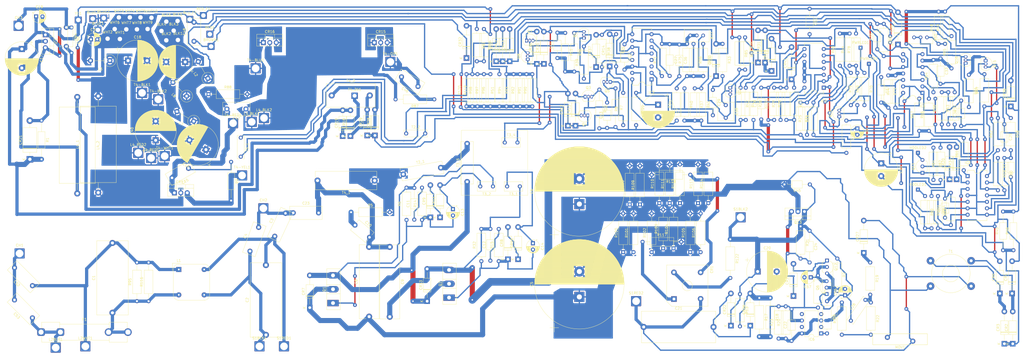
<source format=kicad_pcb>
(kicad_pcb (version 20240108) (generator "pcbnew") (generator_version "8.0")
  (layers (0 "F.Cu" signal) (31 "B.Cu" signal) (34 "B.Paste" user) (35 "F.Paste" user) (36 "B.SilkS" user "B.Silkscreen") (37 "F.SilkS" user "F.Silkscreen") (38 "B.Mask" user) (39 "F.Mask" user) (44 "Edge.Cuts" user))
  (net 0 "")
  (net 1 "GNDPWR")
  (net 2 "Net-(C53-Pad1)")
  (net 3 "Net-(C1-Pad2)")
  (net 4 "Net-(C1-Pad1)")
  (net 5 "Net-(C2-Pad2)")
  (net 6 "Net-(C2-Pad1)")
  (net 7 "Net-(CR1-Pad4)")
  (net 8 "Net-(CR1--)")
  (net 9 "Net-(CR1-+)")
  (net 10 "+VDC")
  (net 11 "Earth")
  (net 12 "Net-(C12-Pad1)")
  (net 13 "Net-(CR10-A)")
  (net 14 "Net-(CR10-K)")
  (net 15 "Net-(CR8-K)")
  (net 16 "Net-(C11-Pad1)")
  (net 17 "Net-(CR9-K)")
  (net 18 "Net-(CR11-A)")
  (net 19 "Net-(CR11-K)")
  (net 20 "Net-(T2_1-Pad2)")
  (net 21 "Net-(C10-Pad1)")
  (net 22 "Net-(C10-Pad2)")
  (net 23 "Net-(C23-Pad1)")
  (net 24 "Net-(CR22-A)")
  (net 25 "Net-(CR22-K)")
  (net 26 "Net-(CR26-A)")
  (net 27 "Net-(IC6-REF)")
  (net 28 "Net-(IC6-K)")
  (net 29 "Net-(Q12-B)")
  (net 30 "/POWER_GOOD")
  (net 31 "Net-(Q12-C)")
  (net 32 "Net-(R121-Pad1)")
  (net 33 "Net-(C26-Pad2)")
  (net 34 "Net-(CR27-K)")
  (net 35 "Net-(CR23-A)")
  (net 36 "Net-(CR23-K)")
  (net 37 "Net-(Q13-A2)")
  (net 38 "Net-(CR27-A)")
  (net 39 "Net-(CR33-K)")
  (net 40 "Net-(CR2-A)")
  (net 41 "Net-(CR3-A)")
  (net 42 "GND")
  (net 43 "VCC")
  (net 44 "Net-(IC3C-+)")
  (net 45 "Net-(IC3D-+)")
  (net 46 "Net-(IC3-Pad13)")
  (net 47 "Net-(IC3A-+)")
  (net 48 "Net-(IC3B-+)")
  (net 49 "Net-(HDDLED1-Pad1)")
  (net 50 "Net-(Q11-C)")
  (net 51 "Net-(CR20-K)")
  (net 52 "Net-(CR20-A)")
  (net 53 "Net-(CR32-A)")
  (net 54 "Net-(CR32-K)")
  (net 55 "Net-(IC3-Pad1)")
  (net 56 "Net-(IC4-Pad2)")
  (net 57 "Net-(IC4-Pad14)")
  (net 58 "Net-(IC4C-+)")
  (net 59 "Net-(C37-Pad2)")
  (net 60 "Net-(R5-Pad2)")
  (net 61 "Net-(CR18-K)")
  (net 62 "Net-(CR19-K)")
  (net 63 "Net-(CR18-A)")
  (net 64 "Net-(Q15-E)")
  (net 65 "Net-(Q15-B)")
  (net 66 "Net-(IC4A-+)")
  (net 67 "Net-(IC4B--)")
  (net 68 "Net-(IC4A--)")
  (net 69 "Net-(R48-Pad1)")
  (net 70 "Net-(Q10-C)")
  (net 71 "Net-(PWRLED1-Pad1)")
  (net 72 "Net-(Q10-B)")
  (net 73 "Net-(IC5B-+)")
  (net 76 "Net-(IC5A-+)")
  (net 77 "Net-(IC5D--)")
  (net 78 "Net-(IC5A--)")
  (net 79 "Net-(CR24-A)")
  (net 80 "Net-(CR31-K)")
  (net 81 "Net-(CR39-A)")
  (net 82 "Net-(CR24-K)")
  (net 83 "Net-(IC2-VIN)")
  (net 84 "Net-(Q14-B)")
  (net 85 "Net-(CR30-K)")
  (net 86 "Net-(CR30-A)")
  (net 87 "Net-(IC2-IN-)")
  (net 88 "Net-(IC2-RT)")
  (net 89 "Net-(C27-Pad2)")
  (net 90 "Net-(IC2-IN+)")
  (net 91 "Net-(IC2-REF)")
  (net 92 "Net-(R34-Pad2)")
  (net 93 "Net-(C29-Pad1)")
  (net 94 "Net-(R37-Pad1)")
  (net 95 "Net-(R37-Pad2)")
  (net 96 "Net-(CR38-K)")
  (net 97 "VAA")
  (net 98 "Net-(CR14-A)")
  (net 99 "Net-(CR14-K)")
  (net 100 "Net-(Q3-B)")
  (net 101 "Net-(Q3-C)")
  (net 102 "Net-(CR37-A)")
  (net 103 "Net-(CR37-K)")
  (net 104 "Net-(CR12-K)")
  (net 105 "Net-(CR13-A)")
  (net 106 "Net-(Q7-B)")
  (net 107 "Net-(Q7-C)")
  (net 108 "Net-(CR35-K)")
  (net 109 "Net-(CR36-A)")
  (net 110 "Net-(CR42-K)")
  (net 111 "Net-(R119-Pad1)")
  (net 112 "Net-(CR43-A)")
  (net 113 "Net-(CR44-A)")
  (net 114 "Net-(CR42-A)")
  (net 115 "Net-(C46-Pad1)")
  (net 116 "Net-(C46-Pad2)")
  (net 117 "Net-(CR15-A)")
  (net 118 "Net-(C47-Pad2)")
  (net 119 "Net-(CR16-K-Pad1)")
  (net 120 "+5V")
  (net 121 "Net-(CR17-K-Pad3)")
  (net 122 "Net-(C15-Pad1)")
  (net 123 "Net-(C15-Pad2)")
  (net 124 "Net-(CR17-A)")
  (net 125 "+12V")
  (net 126 "+12VA")
  (net 127 "Net-(IC1-VI)")
  (net 128 "Net-(C50-Pad1)")
  (net 129 "-12V")
  (net 130 "Net-(BLUE1-Pad1)")
  (net 131 "Net-(BLK1-Pad1)")
  (net 132 "/OV_BUS")
  (net 133 "/UV_BUS")
  (footprint "Diode_THT:D_DO-41_SOD81_P10.16mm_Horizontal" (layer "F.Cu") (at 493.522 172.72 90)
    (property "Reference" "CR38")
    (property "Value" "1N75..")
  )
  (footprint "Connector_Wire:SolderWire-2.5sqmm_1x01_D2.4mm_OD3.6mm" (layer "F.Cu") (at 160.274 192.278)
    (property "Reference" "T4-WHT1")
    (property "Value" "TestPoint")
  )
  (footprint "Resistor_THT:R_Axial_DIN0309_L9.0mm_D3.2mm_P12.70mm_Horizontal" (layer "F.Cu") (at 387.096 165.354 -90)
    (property "Reference" "R42")
    (property "Value" "1.37K")
  )
  (footprint "Resistor_THT:R_Axial_DIN0309_L9.0mm_D3.2mm_P12.70mm_Horizontal" (layer "F.Cu") (at 255.524 217.424 90)
    (property "Reference" "R6")
    (property "Value" "1K")
  )
  (footprint "Capacitor_THT:C_Axial_L3.8mm_D2.6mm_P10.00mm_Horizontal" (layer "F.Cu") (at 334.518 181.196 90)
    (property "Reference" "C43")
    (property "Value" "?")
  )
  (footprint "Resistor_THT:R_Axial_DIN0309_L9.0mm_D3.2mm_P15.24mm_Horizontal" (layer "F.Cu") (at 233.68 214.376)
    (property "Reference" "R5")
    (property "Value" "56 10W")
  )
  (footprint "Diode_THT:D_DO-41_SOD81_P12.70mm_Horizontal" (layer "F.Cu") (at 449.072 148.336 90)
    (property "Reference" "CR6")
    (property "Value" "1N4003")
  )
  (footprint "Connector_Wire:SolderWire-1sqmm_1x01_D1.4mm_OD2.7mm" (layer "F.Cu") (at 140.589 142.24)
    (property "Reference" "WHT6")
    (property "Value" "TestPoint")
  )
  (footprint "Resistor_THT:R_Axial_DIN0309_L9.0mm_D3.2mm_P12.70mm_Horizontal" (layer "F.Cu") (at 445.262 160.528 -90)
    (property "Reference" "R73")
    (property "Value" "100.0K")
  )
  (footprint "Capacitor_THT:CP_Radial_D13.0mm_P5.00mm" (layer "F.Cu") (at 442.468 195.152 -90)
    (property "Reference" "C55")
    (property "Value" "470uF/35V")
  )
  (footprint "Resistor_THT:R_Axial_DIN0309_L9.0mm_D3.2mm_P12.70mm_Horizontal" (layer "F.Cu") (at 490.982 193.04 -90)
    (property "Reference" "R60")
    (property "Value" "1.01K")
  )
  (footprint "Resistor_THT:R_Axial_DIN0309_L9.0mm_D3.2mm_P12.70mm_Horizontal" (layer "F.Cu") (at 294.894 172.72 90)
    (property "Reference" "R94")
    (property "Value" "24.9")
  )
  (footprint "Resistor_THT:R_Axial_DIN0309_L9.0mm_D3.2mm_P12.70mm_Horizontal" (layer "F.Cu") (at 488.442 189.992 90)
    (property "Reference" "R62")
    (property "Value" "23.1K")
  )
  (footprint "Resistor_THT:R_Axial_DIN0309_L9.0mm_D3.2mm_P15.24mm_Horizontal" (layer "F.Cu") (at 348.488 226.06)
    (property "Reference" "R117")
    (property "Value" "4.7 10W")
  )
  (footprint "Resistor_THT:R_Axial_DIN0309_L9.0mm_D3.2mm_P12.70mm_Horizontal" (layer "F.Cu") (at 410.718 219.964 -90)
    (property "Reference" "R21")
    (property "Value" "1K")
  )
  (footprint "Capacitor_THT:C_Axial_L3.8mm_D2.6mm_P10.00mm_Horizontal" (layer "F.Cu") (at 341.376 148.242 -90)
    (property "Reference" "C42")
    (property "Value" "?")
  )
  (footprint "Capacitor_THT:C_Rect_L9.0mm_W2.5mm_P7.50mm_MKT" (layer "F.Cu") (at 190.246 185.032 -90)
    (property "Reference" "T5_1")
    (property "Value" "?")
  )
  (footprint "Resistor_THT:R_Axial_DIN0309_L9.0mm_D3.2mm_P12.70mm_Horizontal" (layer "F.Cu") (at 402.082 264.16 90)
    (property "Reference" "R23")
    (property "Value" "30.9K")
  )
  (footprint "Capacitor_THT:CP_Radial_D16.0mm_P7.50mm" (layer "F.Cu") (at 156.718 186.062 90)
    (property "Reference" "C40")
    (property "Value" "4700uF 10V")
  )
  (footprint "Connector_Wire:SolderWire-1sqmm_1x01_D1.4mm_OD2.7mm" (layer "F.Cu") (at 131.953 138.176)
    (property "Reference" "BLUE3")
    (property "Value" "TestPoint")
  )
  (footprint "Resistor_THT:R_Axial_DIN0309_L9.0mm_D3.2mm_P15.24mm_Horizontal" (layer "F.Cu") (at 383.032 225.044 -90)
    (property "Reference" "R122")
    (property "Value" "0.47 10W")
  )
  (footprint "Connector_Wire:SolderWire-1sqmm_1x01_D1.4mm_OD2.7mm" (layer "F.Cu") (at 160.909 146.685)
    (property "Reference" "BLK2")
    (property "Value" "TestPoint")
  )
  (footprint "Connector_Wire:SolderWire-0.75sqmm_1x01_D1.25mm_OD2.3mm" (layer "F.Cu") (at 235.077 168.529)
    (property "Reference" "T4_2A1")
    (property "Value" "TestPoint")
  )
  (footprint "Resistor_THT:R_Axial_DIN0309_L9.0mm_D3.2mm_P15.24mm_Horizontal" (layer "F.Cu") (at 370.332 210.82 90)
    (property "Reference" "R113")
    (property "Value" "220K")
  )
  (footprint "Diode_THT:D_DO-41_SOD81_P12.70mm_Horizontal" (layer "F.Cu") (at 377.444 160.782 90)
    (property "Reference" "CR30")
    (property "Value" "1N914")
  )
  (footprint "Package_TO_SOT_THT:TO-92_Inline_Wide" (layer "F.Cu") (at 420.984 246.634 90)
    (property "Reference" "Q6")
    (property "Value" "2N4402")
  )
  (footprint "Connector_Wire:SolderWire-1sqmm_1x01_D1.4mm_OD2.7mm" (layer "F.Cu") (at 155.067 137.795)
    (property "Reference" "WHT10")
    (property "Value" "TestPoint")
  )
  (footprint "Resistor_THT:R_Axial_DIN0207_L6.3mm_D2.5mm_P15.24mm_Horizontal" (layer "F.Cu") (at 318.008 143.764 -90)
    (property "Reference" "R11")
    (property "Value" "120")
  )
  (footprint "Diode_THT:D_DO-41_SOD81_P12.70mm_Horizontal" (layer "F.Cu") (at 217.424 251.968 90)
    (property "Reference" "CR7")
    (property "Value" "?")
  )
  (footprint "Connector_Wire:SolderWire-1sqmm_1x01_D1.4mm_OD2.7mm" (layer "F.Cu") (at 150.749 137.668)
    (property "Reference" "WHT5")
    (property "Value" "TestPoint")
  )
  (footprint "Resistor_THT:R_Axial_DIN0309_L9.0mm_D3.2mm_P12.70mm_Horizontal" (layer "F.Cu") (at 488.442 193.04 -90)
    (property "Reference" "R59")
    (property "Value" "1.19K")
  )
  (footprint "Diode_THT:D_DO-41_SOD81_P12.70mm_Horizontal" (layer "F.Cu") (at 489.204 246.38 90)
    (property "Reference" "CR5")
    (property "Value" "1N4003")
  )
  (footprint "Resistor_THT:R_Axial_DIN0309_L9.0mm_D3.2mm_P12.70mm_Horizontal" (layer "F.Cu") (at 404.876 264.16 90)
    (property "Reference" "R20")
    (property "Value" "1.5M")
  )
  (footprint "Connector_Wire:SolderWire-2.5sqmm_1x01_D2.4mm_OD3.6mm" (layer "F.Cu") (at 199.136 212.852)
    (property "Reference" "CH2")
    (property "Value" "TestPoint")
  )
  (footprint "Package_DIP:DIP-8_W7.62mm" (layer "F.Cu") (at 418.846 262.128 180)
    (property "Reference" "IC6")
    (property "Value" "TL431P")
  )
  (footprint "Package_TO_SOT_THT:TO-92_Inline" (layer "F.Cu") (at 325.882 168.91)
    (property "Reference" "Q3")
    (property "Value" "2N4400")
  )
  (footprint "Capacitor_THT:C_Axial_L3.8mm_D2.6mm_P10.00mm_Horizontal" (layer "F.Cu") (at 414.368 203.454 180)
    (property "Reference" "C45")
    (property "Value" "4.7nF")
  )
  (footprint "Package_TO_SOT_THT:TO-220-3_Vertical" (layer "F.Cu") (at 242.824 147.574)
    (property "Reference" "CR15")
    (property "Value" "USD745C")
  )
  (footprint "Diode_THT:D_DO-41_SOD81_P12.70mm_Horizontal" (layer "F.Cu") (at 407.924 247.396 90)
    (property "Reference" "CR23")
    (property "Value" "1N4740A")
  )
  (footprint "Inductor_THT:L_Axial_L11.0mm_D4.5mm_P7.62mm_Vertical_Fastron_MECC" (layer "F.Cu") (at 168.91 168.656 135)
    (property "Reference" "L8")
    (property "Value" "L_Ferrite_Small")
  )
  (footprint "Resistor_THT:R_Axial_DIN0309_L9.0mm_D3.2mm_P15.24mm_Horizontal" (layer "F.Cu") (at 343.408 211.328 90)
    (property "Reference" "R108")
    (property "Value" "220K")
  )
  (footprint "Capacitor_THT:CP_Radial_D35.0mm_P10.00mm_SnapIn" (layer "F.Cu") (at 323.596 247.744 90)
    (property "Reference" "C5")
    (property "Value" "1000uF/200V")
  )
  (footprint "Package_TO_SOT_THT:TO-220-3_Vertical" (layer "F.Cu") (at 412.242 214.122 180)
    (property "Reference" "Q13")
    (property "Value" "T0809MH")
  )
  (footprint "Capacitor_THT:C_Rect_L29.0mm_W12.2mm_P27.50mm_MKT" (layer "F.Cu") (at 348.928 259.588)
    (property "Reference" "C21")
    (property "Value" "?")
  )
  (footprint "Diode_THT:D_DO-41_SOD81_P12.70mm_Horizontal" (layer "F.Cu") (at 494.284 266.192 90)
    (property "Reference" "CR2")
    (property "Value" "1N4003")
  )
  (footprint "Resistor_THT:R_Axial_DIN0309_L9.0mm_D3.2mm_P12.70mm_Horizontal" (layer "F.Cu") (at 477.012 160.274 -90)
    (property "Reference" "R86")
    (property "Value" "1K")
  )
  (footprint "Capacitor_THT:C_Axial_L3.8mm_D2.6mm_P10.00mm_Horizontal" (layer "F.Cu") (at 473.964 180.434 90)
    (property "Reference" "C30")
    (property "Value" "?")
  )
  (footprint "Package_TO_SOT_THT:TO-247-3_Vertical" (layer "F.Cu") (at 272.276 248.028 90)
    (property "Reference" "Q2")
    (property "Value" "MJH16006")
  )
  (footprint "Resistor_THT:R_Axial_DIN0309_L9.0mm_D3.2mm_P12.70mm_Horizontal" (layer "F.Cu") (at 366.014 160.782 90)
    (property "Reference" "R75")
    (property "Value" "1.87K")
  )
  (footprint "Connector_Wire:SolderWire-1sqmm_1x01_D1.4mm_OD2.7mm" (layer "F.Cu") (at 137.795 146.05)
    (property "Reference" "WHT2")
    (property "Value" "TestPoint")
  )
  (footprint "Resistor_THT:R_Axial_DIN0309_L9.0mm_D3.2mm_P12.70mm_Horizontal" (layer "F.Cu") (at 286.004 172.72 90)
    (property "Reference" "R97")
    (property "Value" "100.0")
  )
  (footprint "Package_TO_SOT_THT:TO-220-3_Vertical" (layer "F.Cu") (at 199.136 147.574)
    (property "Reference" "CR16")
    (property "Value" "USD745C")
  )
  (footprint "Capacitor_THT:C_Rect_L16.5mm_W4.7mm_P15.00mm_MKT" (layer "F.Cu") (at 279.4 202.398 90)
    (property "Reference" "T3_3")
    (property "Value" "?")
  )
  (footprint "Connector_Wire:SolderWire-2.5sqmm_1x01_D2.4mm_OD3.6mm" (layer "F.Cu") (at 190.754 199.898)
    (property "Reference" "T4-YEL1")
    (property "Value" "TestPoint")
  )
  (footprint "Resistor_THT:R_Axial_DIN0309_L9.0mm_D3.2mm_P12.70mm_Horizontal" (layer "F.Cu") (at 443.484 140.208 -90)
    (property "Reference" "R89")
    (property "Value" "47K")
  )
  (footprint "Diode_THT:D_DO-41_SOD81_P12.70mm_Horizontal" (layer "F.Cu") (at 435.61 230.378 90)
    (property "Reference" "CR27")
    (property "Value" "?")
  )
  (footprint "Diode_THT:D_DO-41_SOD81_P12.70mm_Horizontal" (layer "F.Cu") (at 335.534 156.972 90)
    (property "Reference" "CR14")
    (property "Value" "1N914")
  )
  (footprint "Resistor_THT:R_Axial_DIN0309_L9.0mm_D3.2mm_P12.70mm_Horizontal" (layer "F.Cu") (at 430.53 159.512 -90)
    (property "Reference" "R69")
    (property "Value" "33K")
  )
  (footprint "Diode_THT:D_DO-41_SOD81_P12.70mm_Horizontal" (layer "F.Cu") (at 399.288 158.75 90)
    (property "Reference" "CR39")
    (property "Value" "1N914")
  )
  (footprint "Resistor_THT:R_Axial_DIN0309_L9.0mm_D3.2mm_P12.70mm_Horizontal" (layer "F.Cu") (at 388.874 145.542 -90)
    (property "Reference" "R83")
    (property "Value" "1K")
  )
  (footprint "Resistor_THT:R_Axial_DIN0309_L9.0mm_D3.2mm_P12.70mm_Horizontal" (layer "F.Cu") (at 292.1 172.72 90)
    (property "Reference" "R51")
    (property "Value" "100.0")
  )
  (footprint "Package_TO_SOT_THT:TO-92_Inline" (layer "F.Cu") (at 303.276 154.178 90)
    (property "Reference" "Q8")
    (property "Value" "2N4402")
  )
  (footprint "Inductor_THT:Choke_Schaffner_RN102-04-14.0x14.0mm" (layer "F.Cu") (at 165.8305 236.9505)
    (property "Reference" "L1")
    (property "Value" "Choke_Schaffner_RN102-0.3-02-22M")
  )
  (footprint "Resistor_THT:R_Axial_DIN0309_L9.0mm_D3.2mm_P15.24mm_Horizontal" (layer "F.Cu") (at 363.22 210.82 90)
    (property "Reference" "R112")
    (property "Value" "220K")
  )
  (footprint "Resistor_THT:R_Axial_DIN0309_L9.0mm_D3.2mm_P12.70mm_Horizontal" (layer "F.Cu") (at 468.884 167.132 -90)
    (property "Reference" "R31")
    (property "Value" "4.78K")
  )
  (footprint "Capacitor_THT:C_Disc_D12.5mm_W5.0mm_P10.00mm" (layer "F.Cu") (at 210.9 214.63)
    (property "Reference" "C23")
    (property "Value" "560pF")
  )
  (footprint "Connector_Wire:SolderWire-2.5sqmm_1x01_D2.4mm_OD3.6mm" (layer "F.Cu") (at 157.734 169.926)
    (property "Reference" "T4-BLK2")
    (property "Value" "TestPoint")
  )
  (footprint "Connector_Wire:SolderWire-1sqmm_1x01_D1.4mm_OD2.7mm" (layer "F.Cu") (at 170.18 138.43)
    (property "Reference" "BLU_F1")
    (property "Value" "TestPoint")
  )
  (footprint "Capacitor_THT:C_Rect_L11.0mm_W2.8mm_P10.00mm_MKT" (layer "F.Cu") (at 430.53 257.116 55)
    (property "Reference" "C26")
    (property "Value" "0.1uF/500V")
  )
  (footprint "Resistor_THT:R_Axial_DIN0309_L9.0mm_D3.2mm_P12.70mm_Horizontal" (layer "F.Cu") (at 332.486 144.526 -90)
    (property "Reference" "R38")
    (property "Value" "4.7K")
  )
  (footprint "Capacitor_THT:C_Rect_L19.0mm_W9.0mm_P15.00mm_MKS4" (layer "F.Cu") (at 226.046 168.402)
    (property "Reference" "T4_2")
    (property "Value" "L")
  )
  (footprint "Diode_THT:D_DO-41_SOD81_P12.70mm_Horizontal" (layer "F.Cu") (at 393.954 155.448 90)
    (property "Reference" "CR24")
    (property "Value" "1N914")
  )
  (footprint "Diode_THT:D_DO-41_SOD81_P12.70mm_Horizontal" (layer "F.Cu") (at 296.164 154.94 90)
    (property "Reference" "CR43")
    (property "Value" "1N914")
  )
  (footprint "Fuse:Fuseholder_Clip-6.3x32mm_Littelfuse_102_122_Inline_P34.21x7.62mm_D1.98mm_Horizontal" (layer "F.Cu") (at 111.586 261.62)
    (property "Reference" "F1")
    (property "Value" "Fuse")
  )
  (footprint "Resistor_THT:R_Axial_DIN0309_L9.0mm_D3.2mm_P15.24mm_Horizontal" (layer "F.Cu") (at 367.284 199.644 180)
    (property "Reference" "R118")
    (property "Value" "4.7 10W")
  )
  (footprint "Resistor_THT:R_Axial_DIN0309_L9.0mm_D3.2mm_P12.70mm_Horizontal" (layer "F.Cu") (at 386.842 246.634 -90)
    (property "Reference" "R13")
    (property "Value" "1K")
  )
  (footprint "Resistor_THT:R_Axial_DIN0309_L9.0mm_D3.2mm_P12.70mm_Horizontal" (layer "F.Cu") (at 288.544 172.72 90)
    (property "Reference" "R96")
    (property "Value" "100.0")
  )
  (footprint "Capacitor_THT:C_Disc_D10.5mm_W5.0mm_P7.50mm" (layer "F.Cu") (at 192.278 173.736 180)
    (property "Reference" "C47")
    (property "Value" "0.01uF")
  )
  (footprint "Resistor_THT:R_Axial_DIN0207_L6.3mm_D2.5mm_P15.24mm_Horizontal" (layer "F.Cu") (at 186.436 194.564 -90)
    (property "Reference" "R9")
    (property "Value" "100 1W")
  )
  (footprint "Resistor_THT:R_Axial_DIN0309_L9.0mm_D3.2mm_P15.24mm_Horizontal" (layer "F.Cu") (at 149.352 249.428 90)
    (property "Reference" "R95")
    (property "Value" "560K")
  )
  (footprint "Resistor_THT:R_Axial_DIN0309_L9.0mm_D3.2mm_P15.24mm_Horizontal" (layer "F.Cu") (at 356.616 228.6 90)
    (property "Reference" "R103")
    (property "Value" "220K")
  )
  (footprint "Connector_Wire:SolderWire-1sqmm_1x01_D1.4mm_OD2.7mm" (layer "F.Cu") (at 160.909 139.319)
    (property "Reference" "BLK6")
    (property "Value" "TestPoint")
  )
  (footprint "Capacitor_THT:CP_Radial_D13.0mm_P7.50mm" (layer "F.Cu") (at 168.358754 155.194 180)
    (property "Reference" "C41")
    (property "Value" "470uF 35V")
  )
  (footprint "Varistor:RV_Disc_D21.5mm_W4.3mm_P10mm" (layer "F.Cu") (at 444.914 263.676)
    (property "Reference" "MOV1")
    (property "Value" "?")
  )
  (footprint "Resistor_THT:R_Axial_DIN0309_L9.0mm_D3.2mm_P12.70mm_Horizontal" (layer "F.Cu") (at 466.344 179.832 90)
    (property "Reference" "R30")
    (property "Value" "10K")
  )
  (footprint "Capacitor_THT:CP_Radial_D5.0mm_P2.50mm" (layer "F.Cu") (at 414.742 240.03 180)
    (property "Reference" "C57")
    (property "Value" "10uF/50V")
  )
  (footprint "Resistor_THT:R_Axial_DIN0309_L9.0mm_D3.2mm_P12.70mm_Horizontal" (layer "F.Cu") (at 471.424 179.832 90)
    (property "Reference" "R63")
    (property "Value" "10K")
  )
  (footprint "Resistor_THT:R_Axial_DIN0309_L9.0mm_D3.2mm_P12.70mm_Horizontal" (layer "F.Cu") (at 474.98 197.866 90)
    (property "Reference" "R61")
    (property "Value" "22.1K")
  )
  (footprint "Package_TO_SOT_THT:TO-92_Inline" (layer "F.Cu") (at 302.768 146.812)
    (property "Reference" "Q7")
    (property "Value" "2N4400")
  )
  (footprint "Resistor_THT:R_Axial_DIN0309_L9.0mm_D3.2mm_P12.70mm_Horizontal" (layer "F.Cu") (at 356.108 160.782 90)
    (property "Reference" "R71")
    (property "Value" "?")
  )
  (footprint "Resistor_THT:R_Axial_DIN0309_L9.0mm_D3.2mm_P15.24mm_Horizontal" (layer "F.Cu") (at 352.044 230.124 90)
    (property "Reference" "R102")
    (property "Value" "220K")
  )
  (footprint "Diode_THT:D_DO-41_SOD81_P12.70mm_Horizontal" (layer "F.Cu") (at 490.982 266.192 90)
    (property "Reference" "CR3")
    (property "Value" "1N4003")
  )
  (footprint "Diode_THT:D_DO-41_SOD81_P12.70mm_Horizontal" (layer "F.Cu") (at 263.652 249.428 90)
    (property "Reference" "CR33")
    (property "Value" "?")
  )
  (footprint "Diode_THT:D_DO-41_SOD81_P12.70mm_Horizontal" (layer "F.Cu") (at 494.03 246.38 90)
    (property "Reference" "CR4")
    (property "Value" "1N4003")
  )
  (footprint "Package_TO_SOT_THT:TO-220-3_Vertical" (layer "F.Cu") (at 113.284 144.526 -90)
    (property "Reference" "IC1")
    (property "Value" "LM7912_TO220")
  )
  (footprint "Diode_THT:D_DO-41_SOD81_P12.70mm_Horizontal" (layer "F.Cu") (at 472.186 201.422 90)
    (property "Reference" "CR34")
    (property "Value" "1N914")
  )
  (footprint "Connector_Wire:SolderWire-0.1sqmm_1x01_D0.4mm_OD1mm" (layer "F.Cu") (at 456.946 191.008)
    (property "Reference" "HDDLED2")
    (property "Value" "TestPoint")
  )
  (footprint "Diode_THT:D_DO-41_SOD81_P12.70mm_Horizontal" (layer "F.Cu") (at 290.83 154.94 90)
    (property "Reference" "CR44")
    (property "Value" "1N914")
  )
  (footprint "Resistor_THT:R_Axial_DIN0309_L9.0mm_D3.2mm_P12.70mm_Horizontal" (layer "F.Cu") (at 461.264 182.372 90)
    (property "Reference" "R66")
    (property "Value" "22.1K")
  )
  (footprint "Resistor_THT:R_Axial_DIN0309_L9.0mm_D3.2mm_P12.70mm_Horizontal" (layer "F.Cu") (at 433.07 172.212 90)
    (property "Reference" "R79")
    (property "Value" "2K")
  )
  (footprint "Resistor_THT:R_Axial_DIN0309_L9.0mm_D3.2mm_P12.70mm_Horizontal" (layer "F.Cu") (at 459.74 208.026 -90)
    (property "Reference" "R80")
    (property "Value" "150")
  )
  (footprint "Package_TO_SOT_THT:TO-247-3_Vertical" (layer "F.Cu") (at 226.568 250.168 90)
    (property "Reference" "Q1")
    (property "Value" "MJH16006")
  )
  (footprint "Capacitor_THT:C_Axial_L3.8mm_D2.6mm_P10.00mm_Horizontal" (layer "F.Cu") (at 490.982 179.738 -90)
    (property "Reference" "C25")
    (property "Value" "1nF")
  )
  (footprint "Connector_Wire:SolderWire-1sqmm_1x01_D1.4mm_OD2.7mm" (layer "F.Cu") (at 142.621 146.177)
    (property "Reference" "WHT1")
    (property "Value" "TestPoint")
  )
  (footprint "Connector_Wire:SolderWire-1sqmm_1x01_D1.4mm_OD2.7mm" (layer "F.Cu") (at 133.985 142.621)
    (property "Reference" "BLUE1")
    (property "Value" "TestPoint")
  )
  (footprint "Resistor_THT:R_Axial_DIN0309_L9.0mm_D3.2mm_P12.70mm_Horizontal" (layer "F.Cu") (at 410.718 171.196 -90)
    (property "Reference" "R16")
    (property "Value" "3.9K")
  )
  (footprint "Resistor_THT:R_Axial_DIN0309_L9.0mm_D3.2mm_P12.70mm_Horizontal" (layer "F.Cu") (at 413.258 183.896 90)
    (property "Reference" "R25")
    (property "Value" "33K")
  )
  (footprint "Potentiometer_THT:Potentiometer_Bourns_3386C_Horizontal" (layer "F.Cu") (at 372.364 144.78 -90)
    (property "Reference" "R77")
    (property "Value" "200")
  )
  (footprint "Resistor_THT:R_Axial_DIN0309_L9.0mm_D3.2mm_P12.70mm_Horizontal" (layer "F.Cu") (at 467.614 148.082 90)
    (property "Reference" "R49")
    (property "Value" "5.36K")
  )
  (footprint "Resistor_THT:R_Axial_DIN0309_L9.0mm_D3.2mm_P12.70mm_Horizontal" (layer "F.Cu") (at 463.042 188.976 -90)
    (property "Reference" "R82")
    (property "Value" "1K")
  )
  (footprint "Resistor_THT:R_Axial_DIN0309_L9.0mm_D3.2mm_P12.70mm_Horizontal" (layer "F.Cu") (at 470.154 157.734 90)
    (property "Reference" "R65")
    (property "Value" "1.27K")
  )
  (footprint "Resistor_THT:R_Axial_DIN0309_L9.0mm_D3.2mm_P12.70mm_Horizontal" (layer "F.Cu") (at 483.108 172.72 90)
    (property "Reference" "R47")
    (property "Value" "3.01K")
  )
  (footprint "Capacitor_THT:C_Disc_D7.5mm_W5.0mm_P7.50mm" (layer "F.Cu") (at 121.539 141.598 -90)
    (property "Reference" "C54")
    (property "Value" "?")
  )
  (footprint "Diode_THT:D_DO-41_SOD81_P12.70mm_Horizontal" (layer "F.Cu") (at 293.37 154.94 90)
    (property "Reference" "CR42")
    (property "Value" "1N914")
  )
  (footprint "Inductor_THT:L_Axial_L11.0mm_D4.5mm_P7.62mm_Vertical_Fastron_MECC" (layer "F.Cu") (at 177.292 161.686 120)
    (property "Reference" "L2")
    (property "Value" "L_Ferrite_Small")
  )
  (footprint "Resistor_THT:R_Axial_DIN0309_L9.0mm_D3.2mm_P12.70mm_Horizontal" (layer "F.Cu") (at 408.178 165.354 -90)
    (property "Reference" "R27")
    (property "Value" "24.0K")
  )
  (footprint "Diode_THT:D_DO-41_SOD81_P12.70mm_Horizontal" (layer "F.Cu") (at 407.162 162.052 90)
    (property "Reference" "CR41")
    (property "Value" "1N914")
  )
  (footprint "Resistor_THT:R_Axial_DIN0309_L9.0mm_D3.2mm_P12.70mm_Horizontal" (layer "F.Cu") (at 283.464 172.72 90)
    (property "Reference" "R98")
    (property "Value" "100.0")
  )
  (footprint "Connector_Wire:SolderWire-0.1sqmm_1x01_D0.4mm_OD1mm" (layer "F.Cu") (at 437.642 155.956)
    (property "Reference" "PWRLED2")
    (property "Value" "TestPoint")
  )
  (footprint "Connector_Wire:SolderWire-2.5sqmm_1x01_D2.4mm_OD3.6mm" (layer "F.Cu") (at 207.264 267.208)
    (property "Reference" "S1RED1")
    (property "Value" "TestPoint")
  )
  (footprint "Connector_Wire:SolderWire-1sqmm_1x01_D1.4mm_OD2.7mm" (layer "F.Cu") (at 178.054 144.272)
    (property "Reference" "RED1")
    (property "Value" "TestPoint")
  )
  (footprint "Resistor_THT:R_Axial_DIN0309_L9.0mm_D3.2mm_P15.24mm_Horizontal" (layer "F.Cu") (at 394.462 248.158 -90)
    (property "Reference" "R17")
    (property "Value" "100")
  )
  (footprint "Active:DIP254P762X635-14" (layer "F.Cu") (at 476.504 200.152)
    (property "Reference" "IC3")
    (property "Value" "LM339")
  )
  (footprint "Capacitor_THT:C_Disc_D7.5mm_W5.0mm_P7.50mm" (layer "F.Cu") (at 235.204 219.456 -40)
    (property "Reference" "C10")
    (property "Value" "0.001/1KV")
  )
  (footprint "Capacitor_THT:C_Rect_L29.0mm_W7.6mm_P27.50mm_MKT" (layer "F.Cu") (at 248.92 228.058 -90)
    (property "Reference" "C9")
    (property "Value" "1uF/250V")
  )
  (footprint "Resistor_THT:R_Axial_DIN0309_L9.0mm_D3.2mm_P12.70mm_Horizontal" (layer "F.Cu") (at 325.374 161.798 90)
    (property "Reference" "R39")
    (property "Value" "470")
  )
  (footprint "Capacitor_THT:CP_Radial_D13.0mm_P5.00mm" (layer "F.Cu") (at 354.584 172.038 -90)
    (property "Reference" "C7")
    (property "Value" "470uF/35V")
  )
  (footprint "Resistor_THT:R_Axial_DIN0207_L6.3mm_D2.5mm_P15.24mm_Horizontal" (layer "F.Cu") (at 321.564 143.764 -90)
    (property "Reference" "R36")
    (property "Value" "1K 1W")
  )
  (footprint "Package_TO_SOT_THT:TO-220-3_Vertical" (layer "F.Cu") (at 164.084 206.756)
    (property "Reference" "CR17")
    (property "Value" "RUR-D810")
  )
  (footprint "Resistor_THT:R_Axial_DIN0309_L9.0mm_D3.2mm_P12.70mm_Horizontal" (layer "F.Cu") (at 469.9 219.456 90)
    (property "Reference" "R54")
    (property "Value" "3.01K")
  )
  (footprint "Capacitor_THT:CP_Radial_D16.0mm_P7.50mm" (layer "F.Cu") (at 393.82 237.744)
    (property "Reference" "C20")
    (property "Value" "2200uF/16V")
  )
  (footprint "Capacitor_THT:C_Rect_L24.0mm_W7.0mm_P22.50mm_MKT" (layer "F.Cu") (at 242.972 201.93 180)
    (property "Reference" "T4_1")
    (property "Value" "L")
  )
  (footprint "Connector_Wire:SolderWire-1sqmm_1x01_D1.4mm_OD2.7mm" (layer "F.Cu") (at 142.24 137.668)
    (property "Reference" "WHT3")
    (property "Value" "TestPoint")
  )
  (footprint "Capacitor_THT:C_Disc_D12.5mm_W5.0mm_P10.00mm" (layer "F.Cu") (at 193.8699 229.742464 70)
    (property "Reference" "C4")
    (property "Value" "560pF")
  )
  (footprint "Active:DIP254P762X635-14" (layer "F.Cu") (at 458.724 167.386 180)
    (property "Reference" "IC4")
    (property "Value" "LM339")
  )
  (footprint "Resistor_THT:R_Axial_DIN0309_L9.0mm_D3.2mm_P12.70mm_Horizontal" (layer "F.Cu") (at 338.074 144.272 -90)
    (property "Reference" "R35")
    (property "Value" "4.7K")
  )
  (footprint "Diode_THT:D_DO-41_SOD81_P12.70mm_Horizontal" (layer "F.Cu") (at 299.466 232.918 90)
    (property "Reference" "CR10")
    (property "Value" "?")
  )
  (footprint "Diode_THT:D_DO-41_SOD81_P10.16mm_Horizontal" (layer "F.Cu") (at 240.03 184.15 90)
    (property "Reference" "CR29")
    (property "Value" "MUR115")
  )
  (footprint "Connector_Wire:SolderWire-2.5sqmm_1x01_D2.4mm_OD3.6mm" (layer "F.Cu") (at 103.124 230.632)
    (property "Reference" "CH1")
    (property "Value" "TestPoint")
  )
  (footprint "Resistor_THT:R_Axial_DIN0309_L9.0mm_D3.2mm_P12.70mm_Horizontal" (layer "F.Cu") (at 415.798 183.896 90)
    (property "Reference" "R24")
    (property "Value" "4.7K")
  )
  (footprint "Package_TO_SOT_THT:TO-92_Inline" (layer "F.Cu") (at 335.788 163.068 180)
    (property "Reference" "Q5")
    (property "Value" "2N4400")
  )
  (footprint "Connector_Wire:SolderWire-2.5sqmm_1x01_D2.4mm_OD3.6mm" (layer "F.Cu") (at 117.348 267.716)
    (property "Reference" "L2BLK1")
    (property "Value" "TestPoint")
  )
  (footprint "Resistor_THT:R_Axial_DIN0309_L9.0mm_D3.2mm_P12.70mm_Horizontal" (layer "F.Cu") (at 426.212 156.718 90)
    (property "Reference" "R68")
    (property "Value" "1K")
  )
  (footprint "Capacitor_THT:C_Rect_L29.0mm_W12.2mm_P27.50mm_MKT" (layer "F.Cu") (at 139.7 254 90)
    (property "Reference" "C1")
    (property "Value" "?")
  )
  (footprint "Capacitor_THT:C_Rect_L7.0mm_W3.5mm_P5.00mm" (layer "F.Cu") (at 300.148 204.216 180)
    (property "Reference" "T3_1")
    (property "Value" "?")
  )
  (footprint "Resistor_THT:R_Axial_DIN0309_L9.0mm_D3.2mm_P12.70mm_Horizontal" (layer "F.Cu") (at 389.128 165.354 -90)
    (property "Reference" "R43")
    (property "Value" "4.02K")
  )
  (footprint "Connector_Wire:SolderWire-2.5sqmm_1x01_D2.4mm_OD3.6mm" (layer "F.Cu") (at 387.096 216.408)
    (property "Reference" "S1BLK2")
    (property "Value" "TestPoint")
  )
  (footprint "Resistor_THT:R_Axial_DIN0309_L9.0mm_D3.2mm_P12.70mm_Horizontal" (layer "F.Cu") (at 368.554 148.082 -90)
    (property "Reference" "R56")
    (property "Value" "10K")
  )
  (footprint "Resistor_THT:R_Axial_DIN0309_L9.0mm_D3.2mm_P12.70mm_Horizontal" (layer "F.Cu") (at 425.196 232.664 -90)
    (property "Reference" "R2")
    (property "Value" "150")
  )
  (footprint "Diode_THT:D_DO-41_SOD81_P12.70mm_Horizontal" (layer "F.Cu") (at 322.072 180.34 90)
    (property "Reference" "CR13")
    (property "Value" "1N914")
  )
  (footprint "Resistor_THT:R_Axial_DIN0309_L9.0mm_D3.2mm_P12.70mm_Horizontal" (layer "F.Cu") (at 493.522 177.292 -90)
    (property "Reference" "R58")
    (property "Value" "4.64K")
  )
  (footprint "Resistor_THT:R_Axial_DIN0309_L9.0mm_D3.2mm_P12.70mm_Horizontal" (layer "F.Cu") (at 286.004 142.24 -90)
    (property "Reference" "R72")
    (property "Value" "4.43K")
  )
  (footprint "Capacitor_THT:C_Axial_L3.8mm_D2.6mm_P7.50mm_Horizontal" (layer "F.Cu") (at 467.614 216.542 90)
    (property "Reference" "C31")
    (property "Value" "0.01uF")
  )
  (footprint "Diode_THT:D_DO-41_SOD81_P10.16mm_Horizontal" (layer "F.Cu") (at 233.426 184.404 90)
    (property "Reference" "CR18")
    (property "Value" "MUR115")
  )
  (footprint "Resistor_THT:R_Axial_DIN0309_L9.0mm_D3.2mm_P15.24mm_Horizontal" (layer "F.Cu") (at 371.348 230.124 90)
    (property "Reference" "R106")
    (property "Value" "220K")
  )
  (footprint "Inductor_THT:L_Axial_L11.0mm_D4.5mm_P7.62mm_Vertical_Fastron_MECC" (layer "F.Cu") (at 138.684 154.686 180)
    (property "Reference" "L3")
    (property "Value" "L_Ferrite_Small")
  )
  (footprint "Resistor_THT:R_Axial_DIN0207_L6.3mm_D2.5mm_P15.24mm_Horizontal" (layer "F.Cu") (at 331.47 166.116 -90)
    (property "Reference" "R10")
    (property "Value" "120")
  )
  (footprint "Connector_Wire:SolderWire-1sqmm_1x01_D1.4mm_OD2.7mm" (layer "F.Cu") (at 146.558 137.668)
    (property "Reference" "WHT4")
    (property "Value" "TestPoint")
  )
  (footprint "Connector_Wire:SolderWire-2.5sqmm_1x01_D2.4mm_OD3.6mm" (layer "F.Cu") (at 249.174 155.194)
    (property "Reference" "T4-OR1")
    (property "Value" "TestPoint")
  )
  (footprint "Active:DIP254P762X635-14" (layer "F.Cu") (at 419.862 165.354 180)
    (property "Reference" "IC5")
    (property "Value" "LM339")
  )
  (footprint "Capacitor_THT:CP_Radial_D5.0mm_P2.50mm" (layer "F.Cu") (at 131.231 146.304)
    (property "Reference" "C39")
    (property "Value" "?")
  )
  (footprint "Diode_THT:D_DO-41_SOD81_P12.70mm_Horizontal" (layer "F.Cu") (at 469.392 201.422 90)
    (property "Reference" "CR20")
    (property "Value" "1N914")
  )
  (footprint "Package_TO_SOT_THT:TO-92_Inline" (layer "F.Cu") (at 483.616 154.686 -90)
    (property "Reference" "Q15")
    (property "Value" "2N4402")
  )
  (footprint "Capacitor_THT:CP_Radial_D16.0mm_P7.50mm" (layer "F.Cu") (at 176.53 189.738 150)
    (property "Reference" "C16")
    (property "Value" "4700uF 10V")
  )
  (footprint "Capacitor_THT:C_Rect_L11.0mm_W2.8mm_P10.00mm_MKT" (layer "F.Cu") (at 123.571 141.638 -90)
    (property "Reference" "C50")
    (property "Value" "?")
  )
  (footprint "Package_TO_SOT_THT:TO-92_Inline" (layer "F.Cu") (at 325.374 145.796 90)
    (property "Reference" "Q9")
    (property "Value" "2N4400")
  )
  (footprint "Connector_Wire:SolderWire-1sqmm_1x01_D1.4mm_OD2.7mm" (layer "F.Cu") (at 165.354 139.065)
    (property "Reference" "BLK5")
    (property "Value" "TestPoint")
  )
  (footprint "Resistor_THT:R_Axial_DIN0309_L9.0mm_D3.2mm_P12.70mm_Horizontal" (layer "F.Cu") (at 417.576 239.268 -90)
    (property "Reference" "R4")
    (property "Value" "150")
  )
  (footprint "Resistor_THT:R_Axial_DIN0309_L9.0mm_D3.2mm_P12.70mm_Horizontal" (layer "F.Cu") (at 284.988 233.68 90)
    (property "Reference" "R32")
    (property "Value" "1K")
  )
  (footprint "Resistor_THT:R_Axial_DIN0309_L9.0mm_D3.2mm_P12.70mm_Horizontal" (layer "F.Cu") (at 369.062 165.608 -90)
    (property "Reference" "R37")
    (property "Value" "47K")
  )
  (footprint "Capacitor_THT:CP_Radial_D16.0mm_P7.50mm" (layer "F.Cu") (at 145.839246 154.686)
    (property "Reference" "C18")
    (property "Value" "4700uF 16V")
  )
  (footprint "Resistor_THT:R_Axial_DIN0309_L9.0mm_D3.2mm_P12.70mm_Horizontal" (layer "F.Cu") (at 402.844 178.054 90)
    (property "Reference" "R29")
    (property "Value" "?")
  )
  (footprint "Resistor_THT:R_Axial_DIN0309_L9.0mm_D3.2mm_P15.24mm_Horizontal" (layer "F.Cu") (at 344.932 230.124 90)
    (property "Reference" "R101")
    (property "Value" "220K")
  )
  (footprint "Resistor_THT:R_Axial_DIN0309_L9.0mm_D3.2mm_P12.70mm_Horizontal" (layer "F.Cu") (at 345.948 167.386 -90)
    (property "Reference" "R99")
    (property "Value" "22")
  )
  (footprint "Resistor_THT:R_Axial_DIN0309_L9.0mm_D3.2mm_P12.70mm_Horizontal" (layer "F.Cu") (at 438.404 249.936 -90)
    (property "Reference" "R22")
    (property "Value" "1.10M")
  )
  (footprint "Connector_Wire:SolderWire-0.1sqmm_1x01_D0.4mm_OD1mm" (layer "F.Cu") (at 434.34 149.606)
    (property "Reference" "PWRLED1")
    (property "Value" "TestPoint")
  )
  (footprint "Capacitor_THT:C_Axial_L3.8mm_D2.6mm_P12.50mm_Horizontal" (layer "F.Cu") (at 258.572 217.324 90)
    (property "Reference" "C11")
    (property "Value" "?")
  )
  (footprint "Resistor_THT:R_Axial_DIN0309_L9.0mm_D3.2mm_P12.70mm_Horizontal" (layer "F.Cu") (at 305.054 172.72 90)
    (property "Reference" "R90")
    (property "Value" "24.9")
  )
  (footprint "Capacitor_THT:C_Axial_L3.8mm_D2.6mm_P12.50mm_Horizontal" (layer "F.Cu") (at 414.274 221.688 -90)
    (property "Reference" "C24")
    (property "Value" "0.22uF")
  )
  (footprint "Resistor_THT:R_Axial_DIN0309_L9.0mm_D3.2mm_P15.24mm_Horizontal" (layer "F.Cu") (at 398.78 248.158 -90)
    (property "Reference" "R18")
    (property "Value" "100")
  )
  (footprint "Resistor_THT:R_Axial_DIN0309_L9.0mm_D3.2mm_P12.70mm_Horizontal" (layer "F.Cu") (at 400.304 178.054 90)
    (property "Reference" "R123")
    (property "Value" "100K")
  )
  (footprint "Connector_Wire:SolderWire-2.5sqmm_1x01_D2.4mm_OD3.6mm" (layer "F.Cu") (at 199.39 177.292)
    (property "Reference" "L4_BLK2")
    (property "Value" "TestPoint")
  )
  (footprint "Capacitor_THT:C_Disc_D12.5mm_W5.0mm_P10.00mm" (layer "F.Cu") (at 108.183534 256.011534 135)
    (property "Reference" "C53")
    (property "Value" "560pF")
  )
  (footprint "Diode_THT:D_DO-41_SOD81_P12.70mm_Horizontal" (layer "F.Cu") (at 390.906 259.08 90)
    (property "Reference" "CR26")
    (property "Value" "?")
  )
  (footprint "Connector_Wire:SolderWire-1sqmm_1x01_D1.4mm_OD2.7mm" (layer "F.Cu") (at 145.161 142.367)
    (property "Reference" "WHT7")
    (property "Value" "TestPoint")
  )
  (footprint "Resistor_THT:R_Axial_DIN0309_L9.0mm_D3.2mm_P15.24mm_Horizontal" (layer "F.Cu") (at 347.472 211.328 90)
    (property "Reference" "R109")
    (property "Value" "220K")
  )
  (footprint "Capacitor_THT:C_Disc_D10.5mm_W5.0mm_P7.50mm" (layer "F.Cu") (at 169.672 197.104 -150)
    (property "Reference" "C15")
    (property "Value" "?")
  )
  (footprint "Connector_Wire:SolderWire-2.5sqmm_1x01_D2.4mm_OD3.6mm" (layer "F.Cu") (at 194.564 178.816)
    (property "Reference" "L4_BLK1")
    (property "Value" "TestPoint")
  )
  (footprint "Connector_Wire:SolderWire-2.5sqmm_1x01_D2.4mm_OD3.6mm" (layer "F.Cu") (at 154.94 193.04)
    (property "Reference" "L4_RED1")
    (property "Value" "TestPoint")
  )
  (footprint "Resistor_THT:R_Axial_DIN0309_L9.0mm_D3.2mm_P12.70mm_Horizontal" (layer "F.Cu") (at 448.056 173.228 90)
    (property "Reference" "R74")
    (property "Value" "?")
  )
  (footprint "Resistor_THT:R_Axial_DIN0309_L9.0mm_D3.2mm_P12.70mm_Horizontal" (layer "F.Cu") (at 438.15 234.188 -90)
    (property "Reference" "R19")
    (property "Value" "100K")
  )
  (footprint "Resistor_THT:R_Axial_DIN0309_L9.0mm_D3.2mm_P12.70mm_Horizontal" (layer "F.Cu") (at 340.868 180.086 90)
    (property "Reference" "R8")
    (property "Value" "470")
  )
  (footprint "Resistor_THT:R_Axial_DIN0309_L9.0mm_D3.2mm_P12.70mm_Horizontal" (layer "F.Cu") (at 464.82 208.026 -90)
    (property "Reference" "R53")
    (property "Value" "1.00K")
  )
  (footprint "Diode_THT:D_DO-41_SOD81_P10.16mm_Horizontal" (layer "F.Cu") (at 243.078 184.15 90)
    (property "Reference" "CR28")
    (property "Value" "MUR115")
  )
  (footprint "Resistor_THT:R_Axial_DIN0309_L9.0mm_D3.2mm_P12.70mm_Horizontal" (layer "F.Cu") (at 457.454 182.372 90)
    (property "Reference" "R67")
    (property "Value" "22.1K")
  )
  (footprint "Capacitor_THT:CP_Radial_D5.0mm_P2.50mm" (layer "F.Cu") (at 109.641 137.287)
    (property "Reference" "C19")
    (property "Value" "47uF/25V")
  )
  (footprint "Diode_THT:D_DO-41_SOD81_P12.70mm_Horizontal" (layer "F.Cu") (at 279.146 153.67 90)
    (property "Reference" "CR32")
    (property "Value" "1N914")
  )
  (footprint "Resistor_THT:R_Axial_DIN0309_L9.0mm_D3.2mm_P15.24mm_Horizontal" (layer "F.Cu") (at 153.924 249.428 90)
    (property "Reference" "R116")
    (property "Value" "560K")
  )
  (footprint "Resistor_THT:R_Axial_DIN0309_L9.0mm_D3.2mm_P12.70mm_Horizontal" (layer "F.Cu") (at 283.21 142.24 -90)
    (property "Reference" "R81")
    (property "Value" "1.00K")
  )
  (footprint "Capacitor_THT:C_Axial_L3.8mm_D2.6mm_P12.50mm_Horizontal" (layer "F.Cu") (at 288.544 233.48 90)
    (property "Reference" "C12")
    (property "Value" "?")
  )
  (footprint "Package_TO_SOT_THT:TO-92_Inline" (layer "F.Cu") (at 475.742 155.702 90)
    (property "Reference" "Q16")
    (property "Value" "2N4400")
  )
  (footprint "Capacitor_THT:CP_Radial_D35.0mm_P10.00mm_SnapIn" (layer "F.Cu") (at 323.596 211.186499 90)
    (property "Reference" "C6")
    (property "Value" "1000uF/200V")
  )
  (footprint "Resistor_THT:R_Axial_DIN0309_L9.0mm_D3.2mm_P12.70mm_Horizontal" (layer "F.Cu") (at 300.228 172.72 90)
    (property "Reference" "R92")
    (property "Value" "24.9")
  )
  (footprint "Capacitor_THT:C_Disc_D12.5mm_W5.0mm_P10.00mm" (layer "F.Cu") (at 108.204 243.332 135)
    (property "Reference" "C52")
    (property "Value" "560pF")
  )
  (footprint "Diode_THT:D_DO-41_SOD81_P12.70mm_Horizontal" (layer "F.Cu") (at 330.2 157.226 90)
    (property "Reference" "CR37")
    (property "Value" "1N914")
  )
  (footprint "Capacitor_THT:C_Disc_D12.5mm_W5.0mm_P10.00mm" (layer "F.Cu") (at 203.626909 223.868 65)
    (property "Reference" "C3")
    (property "Value" "560pF")
  )
  (footprint "Resistor_THT:R_Axial_DIN0309_L9.0mm_D3.2mm_P12.70mm_Horizontal" (layer "F.Cu") (at 261.62 217.424 90)
    (property "Reference" "R14")
    (property "Value" "1")
  )
  (footprint "Capacitor_THT:C_Axial_L3.8mm_D2.6mm_P10.00mm_Horizontal" (layer "F.Cu") (at 440.944 150.208 90)
    (property "Reference" "C35")
    (property "Value" "?")
  )
  (footprint "Resistor_THT:R_Axial_DIN0309_L9.0mm_D3.2mm_P12.70mm_Horizontal" (layer "F.Cu") (at 386.588 145.542 -90)
    (property "Reference" "R85")
    (property "Value" "10K")
  )
  (footprint "Package_TO_SOT_THT:TO-92_Inline_Wide" (layer "F.Cu") (at 458.724 198.882 90)
    (property "Reference" "Q11")
    (property "Value" "2N4400")
  )
  (footprint "Connector_Wire:SolderWire-2.5sqmm_1x01_D2.4mm_OD3.6mm" (layer "F.Cu") (at 151.384 167.386)
    (property "Reference" "T4-BLK1")
    (property "Value" "TestPoint")
  )
  (footprint "Connector_Wire:SolderWire-1sqmm_1x01_D1.4mm_OD2.7mm" (layer "F.Cu") (at 136.271 137.922)
    (property "Reference" "BLUE2")
    (property "Value" "TestPoint")
  )
  (footprint "Capacitor_THT:C_Rect_L16.5mm_W4.7mm_P15.00mm_MKT" (layer "F.Cu") (at 254.243113 199.454723 10)
    (property "Reference" "T2_1")
    (property "Value" "?")
  )
  (footprint "Resistor_THT:R_Axial_DIN0309_L9.0mm_D3.2mm_P12.70mm_Horizontal" (layer "F.Cu") (at 361.95 178.308 90)
    (property "Reference" "R34")
    (property "Value" "2.0K")
  )
  (footprint "Resistor_THT:R_Axial_DIN0309_L9.0mm_D3.2mm_P12.70mm_Horizontal" (layer "F.Cu") (at 379.984 148.082 -90)
    (property "Reference" "R33")
    (property "Value" "180K")
  )
  (footprint "Capacitor_THT:C_Axial_L3.8mm_D2.6mm_P12.50mm_Horizontal" (layer "F.Cu") (at 359.156 148.202 -90)
    (property "Reference" "C27")
    (property "Value" "?")
  )
  (footprint "Capacitor_THT:C_Rect_L9.0mm_W2.5mm_P7.50mm_MKT" (layer "F.Cu") (at 255.39 183.388)
    (property "Reference" "T2_2")
    (property "Value" "?")
  )
  (footprint "Resistor_THT:R_Axial_DIN0207_L6.3mm_D2.5mm_P15.24mm_Horizontal" (layer "F.Cu") (at 337.82 165.608 -90)
    (property "Reference" "R7")
    (property "Value" "1K 1W")
  )
  (footprint "Diode_THT:D_DO-41_SOD81_P12.70mm_Horizontal" (layer "F.Cu") (at 309.626 155.956 90)
    (property "Reference" "CR35")
    (property "Value" "1N914")
  )
  (footprint "Resistor_THT:R_Axial_DIN0309_L9.0mm_D3.2mm_P12.70mm_Horizontal" (layer "F.Cu") (at 281.432 172.72 90)
    (property "Reference" "R119")
    (property "Value" "100.0")
  )
  (footprint "Diode_THT:D_DO-41_SOD81_P12.70mm_Horizontal" (layer "F.Cu") (at 306.832 155.956 90)
    (property "Reference" "CR36")
    (property "Value" "1N914")
  )
  (footprint "Diode_THT:D_DO-41_SOD81_P12.70mm_Horizontal" (layer "F.Cu") (at 383.286 259.08 90)
    (property "Reference" "CR22")
    (property "Value" "?")
  )
  (footprint "Resistor_THT:R_Axial_DIN0309_L9.0mm_D3.2mm_P12.70mm_Horizontal" (layer "F.Cu") (at 465.836 201.676 90)
    (property "Reference" "R84")
    (property "Value" "2.2K")
  )
  (footprint "Connector_Wire:SolderWire-1sqmm_1x01_D1.4mm_OD2.7mm" (layer "F.Cu") (at 178.562 149.098)
    (property "Reference" "BROWN1")
    (property "Value" "TestPoint")
  )
  (footprint "Package_TO_SOT_THT:TO-92_Inline" (layer "F.Cu") (at 425.958 176.784 90)
    (property "Reference" "Q10")
    (property "Value" "2N4400")
  )
  (footprint "Resistor_THT:R_Axial_DIN0309_L9.0mm_D3.2mm_P15.24mm_Horizontal" (layer "F.Cu") (at 340.868 230.124 90)
    (property "Reference" "R100")
    (property "Value" "220K")
  )
  (footprint "Connector_Wire:SolderWire-1sqmm_1x01_D1.4mm_OD2.7mm" (layer "F.Cu") (at 149.352 142.367)
    (property "Reference" "WHT8")
    (property "Value" "TestPoint")
  )
  (footprint "Diode_THT:D_DO-41_SOD81_P12.70mm_Horizontal" (layer "F.Cu") (at 319.092 180.34 90)
    (property "Reference" "CR12")
    (property "Value" "1N914")
  )
  (footprint "Resistor_THT:R_Axial_DIN0309_L9.0mm_D3.2mm_P12.70mm_Horizontal" (layer "F.Cu") (at 465.074 148.082 90)
    (property "Reference" "R48")
    (property "Value" "?")
  )
  (footprint "Resistor_THT:R_Axial_DIN0309_L9.0mm_D3.2mm_P15.24mm_Horizontal" (layer "F.Cu") (at 177.546 167.894)
    (property "Reference" "R88")
    (property "Value" "10 10W")
  )
  (footprint "Resistor_THT:R_Axial_DIN0309_L9.0mm_D3.2mm_P12.70mm_Horizontal" (layer "F.Cu") (at 435.864 159.512 -90)
    (property "Reference" "R70")
    (property "Value" "150")
  )
  (footprint "Resistor_THT:R_Axial_DIN0309_L9.0mm_D3.2mm_P12.70mm_Horizontal" (layer "F.Cu") (at 297.688 172.72 90)
    (property "Reference" "R93")
    (property "Value" "24.9")
  )
  (footprint "Package_TO_SOT_THT:TO-92_Inline" (layer "F.Cu") (at 383.032 165.354 -90)
    (property "Reference" "Q14")
    (property "Value" "2N4400")
  )
  (footprint "Diode_THT:D_DO-41_SOD81_P10.16mm_Horizontal" (layer "F.Cu") (at 230.378 184.404 90)
    (property "Reference" "CR19")
    (property "Value" "MUR115")
  )
  (footprint "Diode_THT:Diode_Bridge_Vishay_KBPC1" (layer "F.Cu") (at 360.848 248.582 90)
    (property "Reference" "CR1")
    (property "Value" "?")
  )
  (footprint "Resistor_THT:R_Axial_DIN0309_L9.0mm_D3.2mm_P12.70mm_Horizontal" (layer "F.Cu") (at 371.602 165.608 -90)
    (property "Reference" "R41")
    (property "Value" "2.0K")
  )
  (footprint "Resistor_THT:R_Axial_DIN0309_L9.0mm_D3.2mm_P15.24mm_Horizontal" (layer "F.Cu") (at 266.446 169.926 180)
    (property "Reference" "R87")
    (property "Value" "10 10W")
  )
  (footprint "Inductor_THT:L_Axial_L29.9mm_D14.0mm_P38.00mm_Horizontal_Vishay_IHA-105" (layer "F.Cu") (at 125.857 169.01 -90)
    (property "Reference" "L4_2")
    (property "Value" "L_Ferrite_Small")
  )
  (footprint "Connector_Wire:SolderWire-1sqmm_1x01_D1.4mm_OD2.7mm" (layer "F.Cu") (at 159.004 143.002)
    (property "Reference" "BLK4")
    (property "Value" "TestPoint")
  )
  (footprint "Connector_Wire:SolderWire-2.5sqmm_1x01_D2.4mm_OD3.6mm" (layer "F.Cu") (at 187.198 179.324)
    (property "Reference" "T4-RED1")
    (property "Value" "TestPoint")
  )
  (footprint "Resistor_THT:R_Axial_DIN0309_L9.0mm_D3.2mm_P12.70mm_Horizontal" (layer "F.Cu") (at 430.022 156.718 90)
    (property "Reference" "R44")
    (property "Value" "100K")
  )
  (footprint "Resistor_THT:R_Axial_DIN0207_L6.3mm_D2.5mm_P15.24mm_Horizontal" (layer "F.Cu") (at 490.474 229.362 90)
    (property "Reference" "R45")
    (property "Value" "1K 1W")
  )
  (footprint "Capacitor_THT:C_Rect_L29.0mm_W7.6mm_P27.50mm_MKT" (layer "F.Cu") (at 240.792 255.524 90)
    (property "Reference" "C8")
    (property "Value" "1uF/250V")
  )
  (footprint "Connector_Wire:SolderWire-1sqmm_1x01_D1.4mm_OD2.7mm" (layer "F.Cu") (at 153.543 142.24)
    (property "Reference" "WHT9")
    (property "Value" "TestPoint")
  )
  (footprint "Diode_THT:D_DO-41_SOD81_P12.70mm_Horizontal" (layer "F.Cu") (at 396.748 155.448 90)
    (property "Reference" "CR31")
    (property "Value" "1N914")
  )
  (footprint "Capacitor_THT:C_Axial_L3.8mm_D2.6mm_P10.00mm_Horizontal" (layer "F.Cu") (at 414.274 134.272 -90)
    (property "Reference" "C51")
    (property "Value" "?")
  )
  (footprint "Resistor_THT:R_Axial_DIN0309_L9.0mm_D3.2mm_P15.24mm_Horizontal" (layer "F.Cu") (at 374.396 210.82 90)
    (property "Reference" "R114")
    (property "Value" "220K")
  )
  (footprint "Resistor_THT:R_Axial_DIN0309_L9.0mm_D3.2mm_P12.70mm_Horizontal" (layer "F.Cu") (at 302.768 172.72 90)
    (property "Reference" "R91")
    (property "Value" "24.9")
  )
  (footprint "Connector_Wire:SolderWire-2.5sqmm_1x01_D2.4mm_OD3.6mm" (layer "F.Cu") (at 196.088 157.734)
    (property "Reference" "T4-BLU1")
    (property "Value" "TestPoint")
  )
  (footprint "Resistor_THT:R_Axial_DIN0309_L9.0mm_D3.2mm_P15.24mm_Horizontal" (layer "F.Cu") (at 355.092 210.82 90)
    (property "Reference" "R110")
    (property "Value" "220K")
  )
  (footprint "Capacitor_THT:CP_Radial_D5.0mm_P2.50mm" (layer "F.Cu") (at 433.07 181.396 -90)
    (property "Reference" "C34")
    (property "Value" "10uF/50V")
  )
  (footprint "Capacitor_THT:CP_Radial_D5.0mm_P2.50mm" (layer "F.Cu") (at 428.244 247.102 90)
    (property "Reference" "C56")
    (property "Value" "10uF/50V")
  )
  (footprint "Inductor_THT:L_Axial_L11.0mm_D4.5mm_P7.62mm_Vertical_Fastron_MECC" (layer "F.Cu") (at 171.704 178.562 150)
    (property "Reference" "L7")
    (property "Value" "L_Ferrite_Small")
  )
  (footprint "Capacitor_THT:C_Axial_L3.8mm_D2.6mm_P10.00mm_Horizontal" (layer "F.Cu") (at 465.836 153.83 -90)
    (property "Reference" "C33")
    (property "Value" "?")
  )
  (footprint "Capacitor_THT:CP_Radial_D13.0mm_P7.50mm" (layer "F.Cu") (at 104.013 150.107 -90)
    (property "Reference" "C17")
    (property "Value" "470uF 35V")
  )
  (footprint "Resistor_THT:R_Axial_DIN0309_L9.0mm_D3.2mm_P15.24mm_Horizontal" (layer "F.Cu") (at 360.68 228.6 90)
    (property "Reference" "R104")
    (property "Value" "220K")
  )
  (footprint "Connector_Wire:SolderWire-1sqmm_1x01_D1.4mm_OD2.7mm" (layer "F.Cu") (at 126.238 138.684)
    (property "Reference" "YE1")
    (property "Value" "TestPoint")
  )
  (footprint "Capacitor_THT:C_Rect_L7.0mm_W3.5mm_P5.00mm" (layer "F.Cu") (at 294.212 186.944)
    (property "Reference" "T3_4")
    (property "Value" "?")
  )
  (footprint "Capacitor_THT:C_Axial_L3.8mm_D2.6mm_P10.00mm_Horizontal" (layer "F.Cu") (at 376.174 166.196 -90)
    (property "Reference" "C29")
    (property "Value" "?")
  )
  (footprint "Capacitor_THT:C_Axial_L3.8mm_D2.6mm_P7.50mm_Horizontal" (layer "F.Cu") (at 493.522 200.54 90)
    (property "Reference" "C32")
    (property "Value" "0.01uF")
  )
  (footprint "Capacitor_THT:C_Rect_L7.0mm_W6.0mm_P5.00mm" (layer "F.Cu") (at 381.254 172.212 -90)
    (property "Reference" "C38")
    (property "Value" "1uF/63V")
  )
  (footprint "Diode_THT:D_DO-41_SOD81_P12.70mm_Horizontal" (layer "F.Cu") (at 264.922 216.408 90)
    (property "Reference" "CR9")
    (property "Value" "?")
  )
  (footprint "Capacitor_THT:C_Axial_L3.8mm_D2.6mm_P12.50mm_Horizontal" (layer "F.Cu") (at 407.162 265.076 90)
    (property "Reference" "C22")
    (property "Value" "?")
  )
  (footprint "Capacitor_THT:C_Axial_L3.8mm_D2.6mm_P12.50mm_Horizontal" (layer "F.Cu") (at 362.966 148.336 -90)
    (property "Reference" "C36")
    (property "Value" "?")
  )
  (footprint "Connector_Wire:SolderWire-2.5sqmm_1x01_D2.4mm_OD3.6mm" (layer "F.Cu") (at 102.743 140.97)
    (property "Reference" "CH3")
    (property "Value" "TestPoint")
  )
  (footprint "Resistor_THT:R_Axial_DIN0309_L9.0mm_D3.2mm_P12.70mm_Horizontal" (layer "F.Cu") (at 462.28 208.026 -90)
    (property "Reference" "R55")
    (property "Value" "1.13K")
  )
  (footprint "Resistor_THT:R_Axial_DIN0309_L9.0mm_D3.2mm_P15.24mm_Horizontal" (layer "F.Cu") (at 359.156 210.82 90)
    (property "Reference" "R111")
    (property "Value" "220K")
  )
  (footprint "Resistor_THT:R_Axial_DIN0207_L6.3mm_D2.5mm_P15.24mm_Horizontal" (layer "F.Cu") (at 111.76 178.308 -90)
    (property "Reference" "R1")
    (property "Value" "680 1W")
  )
  (footprint "Resistor_THT:R_Axial_DIN0309_L9.0mm_D3.2mm_P12.70mm_Horizontal" (layer "F.Cu") (at 432.562 156.718 90)
    (property "Reference" "R78")
    (property "Value" "4.7K")
  )
  (footprint "Diode_THT:D_DO-41_SOD81_P12.70mm_Horizontal" (layer "F.Cu") (at 295.47 232.918 90)
    (property "Reference" "CR8")
    (property "Value" "?")
  )
  (footprint "Potentiometer_THT:Potentiometer_Bourns_3386C_Horizontal" (layer "F.Cu") (at 460.502 145.542 -90)
    (property "Reference" "R50")
    (property "Value" "1K")
  )
  (footprint "Transformer_THT:Transformer_Toroid_Horizontal_D14.0mm_Amidon-T50" (layer "F.Cu") (at 461.9 243.506)
    (property "Reference" "T1")
    (property "Value" "Transformer_1P_1S")
  )
  (footprint "Resistor_THT:R_Axial_DIN0309_L9.0mm_D3.2mm_P12.70mm_Horizontal" (layer "F.Cu") (at 392.176 165.354 -90)
    (property "Reference" "R28")
    (property "Value" "3.9K")
  )
  (footprint "Connector_Wire:SolderWire-2.5sqmm_1x01_D2.4mm_OD3.6mm" (layer "F.Cu") (at 197.612 267.208)
    (property "Reference" "S1BLK1")
    (property "Value" "TestPoint")
  )
  (footprint "Resistor_THT:R_Axial_DIN0309_L9.0mm_D3.2mm_P12.70mm_Horizontal" (layer "F.Cu") (at 279.146 172.72 90)
    (property "Reference" "R120")
    (property "Value" "100.0")
  )
  (footprint "Capacitor_THT:C_Rect_L29.0mm_W12.2mm_P27.50mm_MKT" (layer "F.Cu") (at 200.152 262.704 90)
    (property "Reference" "C2")
    (property "Value" "?")
  )
  (footprint "Capacitor_THT:C_Axial_L3.8mm_D2.6mm_P12.50mm_Horizontal" (layer "F.Cu") (at 395.224 177.854 90)
    (property "Reference" "C28")
    (property "Value" "?")
  )
  (footprint "Connector_Wire:SolderWire-1sqmm_1x01_D1.4mm_OD2.7mm" (layer "F.Cu") (at 165.481 146.558)
    (property "Reference" "BLK1")
    (property "Value" "TestPoint")
  )
  (footprint "Resistor_THT:R_Axial_DIN0207_L6.3mm_D2.5mm_P15.24mm_Horizontal" (layer "F.Cu") (at 494.538 229.362 90)
    (property "Reference" "R46")
    (property "Value" "1K 1W")
  )
  (footprint "Inductor_THT:L_Axial_L29.9mm_D14.0mm_P38.00mm_Horizontal_Vishay_IHA-105" (layer "F.Cu") (at 134.112 206.656 90)
    (property "Reference" "L4_1")
    (property "Value" "L_Ferrite_Small")
  )
  (footprint "Diode_THT:D_DO-41_SOD81_P12.70mm_Horizontal" (layer "F.Cu") (at 268.732 216.408 90)
    (property "Reference" "CR11")
    (property "Value" "?")
  )
  (footprint "Resistor_THT:R_Axial_DIN0309_L9.0mm_D3.2mm_P12.70mm_Horizontal" (layer "F.Cu") (at 421.132 249.428 -90)
    (property "Reference" "R3")
    (property "Value" "150")
  )
  (footprint "Resistor_THT:R_Axial_DIN0309_L9.0mm_D3.2mm_P12.70mm_Horizontal" (layer "F.Cu") (at 372.364 148.082 -90)
    (property "Reference" "R57")
    (property "Value" "1K")
  )
  (footprint "Capacitor_THT:CP_Radial_D5.0mm_P2.50mm" (layer "F.Cu") (at 273.812 213.170888 -90)
    (property "Reference" "C13")
    (property "Value" "22uF/25V")
  )
  (footprint "Connector_Wire:SolderWire-2.5sqmm_1x01_D2.4mm_OD3.6mm" (layer "F.Cu") (at 345.948 249.428)
    (property "Reference" "S1RED2")
    (property "Value" "TestPoint")
  )
  (footprint "Active:DIP254P762X635-16" (layer "F.Cu") (at 352.034 162.062 180)
    (property "Reference" "IC2")
    (property "Value" "SG3524")
  )
  (footprint "Resistor_THT:R_Axial_DIN0309_L9.0mm_D3.2mm_P15.24mm_Horizontal" (layer "F.Cu") (at 367.284 230.124 90)
    (property "Reference" "R105")
    (property "Value" "220K")
  )
  (footprint "Capacitor_THT:C_Rect_L7.0mm_W3.5mm_P5.00mm" (layer "F.Cu") (at 289.56 204.216 180)
    (property "Reference" "T3_2")
    (property "Value" "?")
  )
  (footprint "Capacitor_THT:C_Disc_D10.5mm_W5.0mm_P7.50mm" (layer "F.Cu") (at 171.831 147.073 90)
    (property "Reference" "C48")
    (property "Value" "?")
  )
  (footprint "Capacitor_THT:C_Axial_L3.8mm_D2.6mm_P10.00mm_Horizontal" (layer "F.Cu") (at 442.468 161.196 -90)
    (property "Reference" "C37")
    (property "Value" "?")
  )
  (footprint "Capacitor_THT:C_Axial_L3.8mm_D2.6mm_P10.00mm_Horizontal" (layer "F.Cu") (at 314.96 153.67 90)
    (property "Reference" "C44")
    (property "Value" "?")
  )
  (footprint "Resistor_THT:R_Axial_DIN0309_L9.0mm_D3.2mm_P12.70mm_Horizontal" (layer "F.Cu") (at 426.974 262.636 90)
    (property "Reference" "R121")
    (property "Value" "1.10M")
  )
  (footprint "Connector_Wire:SolderWire-1sqmm_1x01_D1.4mm_OD2.7mm" (layer "F.Cu") (at 175.514 136.906)
    (property "Reference" "RED_F1")
    (property "Value" "TestPoint")
  )
  (footprint "Resistor_THT:R_Axial_DIN0309_L9.0mm_D3.2mm_P12.70mm_Horizontal" (layer "F.Cu") (at 364.998 165.608 -90)
    (property "Reference" "R40")
    (property "Value" "10K")
  )
  (footprint "Resistor_THT:R_Axial_DIN0309_L9.0mm_D3.2mm_P12.70mm_Horizontal" (layer "F.Cu") (at 463.042 167.132 90)
    (property "Reference" "R64")
    (property "Value" "3.01K")
  )
  (footprint "Connector_Wire:SolderWire-0.1sqmm_1x01_D0.4mm_OD1mm" (layer "F.Cu") (at 456.946 205.486)
    (property "Reference" "HDDLED1")
    (property "Value" "TestPoint")
  )
  (footprint "Resistor_THT:R_Axial_DIN0309_L9.0mm_D3.2mm_P12.70mm_Horizontal" (layer "F.Cu") (at 405.13 178.054 90)
    (property "Reference" "R26")
    (property "Value" "120")
  )
  (footprint "Connector_Wire:SolderWire-2.5sqmm_1x01_D2.4mm_OD3.6mm" (layer "F.Cu") (at 129.032 267.208)
    (property "Reference" "L2WHT1")
    (property "Value" "TestPoint")
  )
  (footprint "Resistor_THT:R_Axial_DIN0309_L9.0mm_D3.2mm_P12.70mm_Horizontal" (layer "F.Cu") (at 291.846 233.68 90)
    (property "Reference" "R15")
    (property "Value" "1")
  )
  (footprint "Connector_Wire:SolderWire-2.5sqmm_1x01_D2.4mm_OD3.6mm" (layer "F.Cu") (at 149.86 191.008)
    (property "Reference" "L4_RED2")
    (property "Value" "TestPoint")
  )
  (footprint "Resistor_THT:R_Axial_DIN0309_L9.0mm_D3.2mm_P12.70mm_Horizontal" (layer "F.Cu") (at 428.752 178.308 -90)
    (property "Reference" "R76")
    (property "Value" "150")
  )
  (footprint "Capacitor_THT:C_Disc_D10.5mm_W5.0mm_P7.50mm" (layer "F.Cu") (at 260.041595 164.846 150)
    (property "Reference" "C46")
    (property "Value" "0.01uF")
  )
  (footprint "Package_TO_SOT_THT:TO-92_Inline" (layer "F.Cu") (at 326.898 176.276 180)
    (property "Reference" "Q4")
    (property "Value" "2N4402")
  )
  (footprint "Diode_THT:D_DO-201_P15.24mm_Horizontal" (layer "F.Cu") (at 107.188 193.548 90)
    (property "Reference" "CR21")
    (property "Value" "?")
  )
  (footprint "Connector_Wire:SolderWire-1sqmm_1x01_D1.4mm_OD2.7mm" (layer "F.Cu") (at 163.83 142.875)
    (property "Reference" "BLK3")
    (property "Value" "TestPoint")
  )
  (footprint "Package_TO_SOT_THT:TO-92_Inline_Wide" (layer "F.Cu") (at 421.132 233.426 -90)
    (property "Reference" "Q12")
    (property "Value" "2N4400")
  )
  (footprint "Capacitor_THT:CP_Radial_D5.0mm_P2.50mm" (layer "F.Cu") (at 305.308 226.608 -90)
    (property "Reference" "C14")
    (property "Value" "22uF/25V")
  )
  (gr_rect (start 277.114 182.118) (end 303.276 207.772) (stroke (width 0.1)) (fill none) (layer "F.SilkS"))
  (segment (start 101.112466 236.281398) (end 101.132932 236.260932) (width 1.27) (layer "B.Cu") (net 1))
  (segment (start 101.132932 236.260932) (end 101.132932 232.623068) (width 1.27) (layer "B.Cu") (net 1))
  (segment (start 101.112466 248.940466) (end 101.112466 236.281398) (width 1.27) (layer "B.Cu") (net 1))
  (segment (start 101.132932 232.623068) (end 103.124 230.632) (width 1.27) (layer "B.Cu") (net 1))
  (segment (start 117.348 263.478) (end 119.206 261.62) (width 1.27) (layer "B.Cu") (net 2))
  (segment (start 111.586 261.62) (end 119.206 261.62) (width 1.27) (layer "B.Cu") (net 2))
  (segment (start 108.183534 256.011534) (end 108.183534 258.217534) (width 1.27) (layer "B.Cu") (net 2))
  (segment (start 117.348 267.716) (end 117.348 263.478) (width 1.27) (layer "B.Cu") (net 2))
  (segment (start 108.183534 258.217534) (end 111.586 261.62) (width 1.27) (layer "B.Cu") (net 2))
  (segment (start 153.924 234.188) (end 155.448 234.188) (width 1.27) (layer "B.Cu") (net 3))
  (segment (start 139.7 226.5) (end 141.664 226.5) (width 1.27) (layer "B.Cu") (net 3))
  (segment (start 158.2105 236.9505) (end 165.8305 236.9505) (width 1.27) (layer "B.Cu") (net 3))
  (segment (start 129.54 236.66) (end 139.7 226.5) (width 1.27) (layer "B.Cu") (net 3))
  (segment (start 129.032 267.208) (end 129.032 243.84) (width 1.27) (layer "B.Cu") (net 3))
  (segment (start 149.352 234.188) (end 153.924 234.188) (width 1.27) (layer "B.Cu") (net 3))
  (segment (start 129.032 243.84) (end 129.54 243.332) (width 1.27) (layer "B.Cu") (net 3))
  (segment (start 155.448 234.188) (end 158.2105 236.9505) (width 1.27) (layer "B.Cu") (net 3))
  (segment (start 129.54 243.332) (end 129.54 236.66) (width 1.27) (layer "B.Cu") (net 3))
  (segment (start 129.54 243.332) (end 108.204 243.332) (width 1.27) (layer "B.Cu") (net 3))
  (segment (start 141.664 226.5) (end 149.352 234.188) (width 1.27) (layer "B.Cu") (net 3))
  (segment (start 165.8305 246.9505) (end 156.4015 246.9505) (width 1.27) (layer "B.Cu") (net 4))
  (segment (start 144.272 249.428) (end 139.7 254) (width 1.27) (layer "B.Cu") (net 4))
  (segment (start 139.7 254) (end 139.7 260.096) (width 1.27) (layer "B.Cu") (net 4))
  (segment (start 149.352 249.428) (end 153.924 249.428) (width 1.27) (layer "B.Cu") (net 4))
  (segment (start 149.352 249.428) (end 144.272 249.428) (width 1.27) (layer "B.Cu") (net 4))
  (segment (start 156.4015 246.9505) (end 153.924 249.428) (width 1.27) (layer "B.Cu") (net 4))
  (segment (start 139.7 260.096) (end 138.176 261.62) (width 1.27) (layer "B.Cu") (net 4))
  (segment (start 145.796 261.62) (end 138.176 261.62) (width 1.27) (layer "B.Cu") (net 4))
  (segment (start 203.626909 226.994909) (end 207.264 230.632) (width 1.27) (layer "B.Cu") (net 5))
  (segment (start 202.450909 225.044) (end 203.626909 223.868) (width 1.27) (layer "B.Cu") (net 5))
  (segment (start 175.8305 236.9505) (end 177.5775 236.9505) (width 1.27) (layer "B.Cu") (net 5))
  (segment (start 189.484 225.044) (end 202.450909 225.044) (width 1.27) (layer "B.Cu") (net 5))
  (segment (start 200.152 227.342909) (end 203.626909 223.868) (width 1.27) (layer "B.Cu") (net 5))
  (segment (start 203.626909 223.868) (end 203.626909 226.994909) (width 1.27) (layer "B.Cu") (net 5))
  (segment (start 207.264 230.632) (end 207.264 267.208) (width 1.27) (layer "B.Cu") (net 5))
  (segment (start 200.152 235.204) (end 200.152 227.342909) (width 1.27) (layer "B.Cu") (net 5))
  (segment (start 177.5775 236.9505) (end 189.484 225.044) (width 1.27) (layer "B.Cu") (net 5))
  (segment (start 186.3735 246.9505) (end 193.8699 239.4541) (width 1.27) (layer "B.Cu") (net 6))
  (segment (start 197.612 265.244) (end 200.152 262.704) (width 1.27) (layer "B.Cu") (net 6))
  (segment (start 193.8699 242.1299) (end 193.8699 229.742464) (width 1.27) (layer "B.Cu") (net 6))
  (segment (start 198.117 246.377) (end 193.8699 242.1299) (width 1.27) (layer "B.Cu") (net 6))
  (segment (start 193.8699 239.4541) (end 193.8699 229.742464) (width 1.27) (layer "B.Cu") (net 6))
  (segment (start 197.612 267.208) (end 197.612 265.244) (width 1.27) (layer "B.Cu") (net 6))
  (segment (start 200.152 262.704) (end 198.117 260.669) (width 1.27) (layer "B.Cu") (net 6))
  (segment (start 198.117 260.669) (end 198.117 246.377) (width 1.27) (layer "B.Cu") (net 6))
  (segment (start 175.8305 246.9505) (end 186.3735 246.9505) (width 1.27) (layer "B.Cu") (net 6))
  (segment (start 379.222 243.84) (end 382.778 240.284) (width 1.27) (layer "B.Cu") (net 7))
  (segment (start 366.606 243.84) (end 379.222 243.84) (width 1.27) (layer "B.Cu") (net 7))
  (segment (start 360.848 238.082) (end 366.606 243.84) (width 1.27) (layer "B.Cu") (net 7))
  (segment (start 382.778 240.284) (end 383.032 240.284) (width 1.27) (layer "B.Cu") (net 7))
  (segment (start 377.952 213.868) (end 377.952 201.168) (width 1.27) (layer "F.Cu") (net 8))
  (via (at 377.952 213.868) (size 1.5) (drill 0.6) (layers "F.Cu" "B.Cu") (net 8))
  (via (at 377.952 201.168) (size 1.5) (drill 0.6) (layers "F.Cu" "B.Cu") (net 8))
  (segment (start 377.952 201.168) (end 377.444 201.676) (width 1.27) (layer "B.Cu") (net 8))
  (segment (start 373.888 217.932) (end 377.952 213.868) (width 1.27) (layer "B.Cu") (net 8))
  (segment (start 371.348 238.082) (end 375.412 234.018) (width 1.27) (layer "B.Cu") (net 8))
  (segment (start 373.888 225.044) (end 373.888 217.932) (width 1.27) (layer "B.Cu") (net 8))
  (segment (start 375.412 226.568) (end 373.888 225.044) (width 1.27) (layer "B.Cu") (net 8))
  (segment (start 377.444 201.676) (end 369.316 201.676) (width 1.27) (layer "B.Cu") (net 8))
  (segment (start 375.412 234.018) (end 375.412 226.568) (width 1.27) (layer "B.Cu") (net 8))
  (segment (start 369.316 201.676) (end 367.284 199.644) (width 1.27) (layer "B.Cu") (net 8))
  (segment (start 358.31 248.582) (end 348.488 238.76) (width 1.27) (layer "B.Cu") (net 9))
  (segment (start 360.848 248.582) (end 358.31 248.582) (width 1.27) (layer "B.Cu") (net 9))
  (segment (start 348.488 238.76) (end 348.488 226.06) (width 1.27) (layer "B.Cu") (net 9))
  (segment (start 246.888 262.636) (end 285.496 262.636) (width 2) (layer "B.Cu") (net 10))
  (segment (start 290.228 247.744) (end 323.596 247.744) (width 2) (layer "B.Cu") (net 10))
  (segment (start 217.424 252.984) (end 221.488 257.048) (width 2) (layer "B.Cu") (net 10))
  (segment (start 226.568 244.718) (end 220.102 244.718) (width 2) (layer "B.Cu") (net 10))
  (segment (start 285.496 252.476) (end 290.228 247.744) (width 2) (layer "B.Cu") (net 10))
  (segment (start 240.792 255.524) (end 240.792 256.54) (width 2) (layer "B.Cu") (net 10))
  (segment (start 232.156 260.096) (end 236.22 260.096) (width 2) (layer "B.Cu") (net 10))
  (segment (start 240.792 256.54) (end 246.888 262.636) (width 2) (layer "B.Cu") (net 10))
  (segment (start 229.108 257.048) (end 232.156 260.096) (width 2) (layer "B.Cu") (net 10))
  (segment (start 217.424 251.968) (end 217.424 252.984) (width 2) (layer "B.Cu") (net 10))
  (segment (start 217.424 247.396) (end 217.424 251.968) (width 2) (layer "B.Cu") (net 10))
  (segment (start 236.22 260.096) (end 240.792 255.524) (width 2) (layer "B.Cu") (net 10))
  (segment (start 285.496 262.636) (end 285.496 252.476) (width 2) (layer "B.Cu") (net 10))
  (segment (start 220.102 244.718) (end 217.424 247.396) (width 2) (layer "B.Cu") (net 10))
  (segment (start 221.488 257.048) (end 229.108 257.048) (width 2) (layer "B.Cu") (net 10))
  (segment (start 281.432 236.22) (end 281.432 248.92) (width 2) (layer "F.Cu") (net 11))
  (via (at 281.432 236.22) (size 1.5) (drill 0.6) (layers "F.Cu" "B.Cu") (net 11))
  (via (at 281.432 248.92) (size 1.5) (drill 0.6) (layers "F.Cu" "B.Cu") (net 11))
  (segment (start 263.652 240.792) (end 263.652 236.728) (width 2) (layer "B.Cu") (net 11))
  (segment (start 248.92 255.558) (end 248.92 250.444) (width 2) (layer "B.Cu") (net 11))
  (segment (start 258.064 241.3) (end 263.144 241.3) (width 2) (layer "B.Cu") (net 11))
  (segment (start 311.404 204.724) (end 311.404 241.808) (width 3) (layer "B.Cu") (net 11))
  (segment (start 271.876 236.728) (end 272.276 237.128) (width 2) (layer "B.Cu") (net 11))
  (segment (start 311.404 241.808) (end 288.544 241.808) (width 3) (layer "B.Cu") (net 11))
  (segment (start 284.988 220.98) (end 284.988 229.616) (width 0.508) (layer "B.Cu") (net 11))
  (segment (start 299.974 216.408) (end 300.148 216.234) (width 0.508) (layer "B.Cu") (net 11))
  (segment (start 284.988 229.616) (end 277.476 237.128) (width 0.508) (layer "B.Cu") (net 11))
  (segment (start 300.148 216.234) (end 300.148 204.216) (width 0.508) (layer "B.Cu") (net 11))
  (segment (start 277.476 237.128) (end 272.276 237.128) (width 0.508) (layer "B.Cu") (net 11))
  (segment (start 284.988 220.98) (end 288.544 220.98) (width 1.27) (layer "B.Cu") (net 11))
  (segment (start 272.276 237.128) (end 272.384 237.236) (width 2) (layer "B.Cu") (net 11))
  (segment (start 263.144 241.3) (end 263.652 240.792) (width 2) (layer "B.Cu") (net 11))
  (segment (start 314.941501 201.186499) (end 311.404 204.724) (width 3) (layer "B.Cu") (net 11))
  (segment (start 288.544 220.98) (end 288.544 216.408) (width 0.508) (layer "B.Cu") (net 11))
  (segment (start 288.544 216.408) (end 299.974 216.408) (width 0.508) (layer "B.Cu") (net 11))
  (segment (start 323.596 201.186499) (end 314.941501 201.186499) (width 3) (layer "B.Cu") (net 11))
  (segment (start 288.544 241.808) (end 281.432 248.92) (width 3) (layer "B.Cu") (net 11))
  (segment (start 248.92 250.444) (end 258.064 241.3) (width 2) (layer "B.Cu") (net 11))
  (segment (start 280.416 237.236) (end 281.432 236.22) (width 2) (layer "B.Cu") (net 11))
  (segment (start 272.384 237.236) (end 280.416 237.236) (width 2) (layer "B.Cu") (net 11))
  (segment (start 263.652 236.728) (end 271.876 236.728) (width 2) (layer "B.Cu") (net 11))
  (segment (start 291.592 223.774) (end 291.592 223.266) (width 0.508) (layer "B.Cu") (net 12))
  (segment (start 290.322 225.044) (end 291.592 223.774) (width 0.508) (layer "B.Cu") (net 12))
  (segment (start 291.846 223.012) (end 291.846 220.98) (width 0.508) (layer "B.Cu") (net 12))
  (segment (start 290.322 228.092) (end 290.322 225.044) (width 0.508) (layer "B.Cu") (net 12))
  (segment (start 288.544 229.87) (end 290.322 228.092) (width 0.508) (layer "B.Cu") (net 12))
  (segment (start 288.544 233.48) (end 288.544 229.87) (width 0.508) (layer "B.Cu") (net 12))
  (segment (start 291.592 223.266) (end 291.846 223.012) (width 0.508) (layer "B.Cu") (net 12))
  (segment (start 295.148 198.628) (end 305.054 198.628) (width 0.508) (layer "B.Cu") (net 13))
  (segment (start 305.054 219.71) (end 301.498 219.71) (width 0.508) (layer "B.Cu") (net 13))
  (segment (start 305.308 226.06) (end 305.308 226.608) (width 0.508) (layer "B.Cu") (net 13))
  (segment (start 299.466 220.218) (end 300.99 220.218) (width 0.508) (layer "B.Cu") (net 13))
  (segment (start 299.466 220.218) (end 305.308 226.06) (width 0.508) (layer "B.Cu") (net 13))
  (segment (start 300.99 220.218) (end 301.498 219.71) (width 0.508) (layer "B.Cu") (net 13))
  (segment (start 305.054 198.628) (end 305.054 219.71) (width 0.508) (layer "B.Cu") (net 13))
  (segment (start 295.148 204.216) (end 295.148 198.628) (width 0.508) (layer "B.Cu") (net 13))
  (segment (start 299.466 230.886) (end 299.466 232.918) (width 0.508) (layer "B.Cu") (net 14))
  (segment (start 297.688 227.838) (end 298.45 228.6) (width 0.508) (layer "B.Cu") (net 14))
  (segment (start 295.47 223.842) (end 297.688 226.06) (width 0.508) (layer "B.Cu") (net 14))
  (segment (start 298.45 228.6) (end 298.45 229.108) (width 0.508) (layer "B.Cu") (net 14))
  (segment (start 295.47 220.218) (end 295.47 223.842) (width 0.508) (layer "B.Cu") (net 14))
  (segment (start 298.704 230.124) (end 299.466 230.886) (width 0.508) (layer "B.Cu") (net 14))
  (segment (start 297.688 226.06) (end 297.688 227.838) (width 0.508) (layer "B.Cu") (net 14))
  (segment (start 298.704 229.362) (end 298.704 230.124) (width 0.508) (layer "B.Cu") (net 14))
  (segment (start 298.45 229.108) (end 298.704 229.362) (width 0.508) (layer "B.Cu") (net 14))
  (segment (start 295.47 236.66) (end 295.402 236.728) (width 0.508) (layer "B.Cu") (net 15))
  (segment (start 291.846 235.712) (end 291.084 236.474) (width 0.508) (layer "B.Cu") (net 15))
  (segment (start 291.084 236.474) (end 284.988 236.474) (width 0.508) (layer "B.Cu") (net 15))
  (segment (start 291.846 233.68) (end 291.846 235.712) (width 0.508) (layer "B.Cu") (net 15))
  (segment (start 291.846 233.68) (end 294.708 233.68) (width 1.27) (layer "B.Cu") (net 15))
  (segment (start 305.054 236.728) (end 305.054 232.41) (width 0.508) (layer "B.Cu") (net 15))
  (segment (start 305.054 232.41) (end 305.308 232.156) (width 0.508) (layer "B.Cu") (net 15))
  (segment (start 284.988 233.68) (end 284.988 236.474) (width 0.508) (layer "B.Cu") (net 15))
  (segment (start 305.308 232.156) (end 305.308 229.108) (width 0.508) (layer "B.Cu") (net 15))
  (segment (start 284.48 236.474) (end 284.48 239.268) (width 0.508) (layer "B.Cu") (net 15))
  (segment (start 275.72 248.028) (end 284.48 239.268) (width 0.508) (layer "B.Cu") (net 15))
  (segment (start 284.988 236.474) (end 284.48 236.474) (width 0.508) (layer "B.Cu") (net 15))
  (segment (start 294.708 233.68) (end 295.47 232.918) (width 1.27) (layer "B.Cu") (net 15))
  (segment (start 295.402 236.728) (end 305.054 236.728) (width 0.508) (layer "B.Cu") (net 15))
  (segment (start 272.276 248.028) (end 275.72 248.028) (width 0.508) (layer "B.Cu") (net 15))
  (segment (start 295.47 232.918) (end 295.47 236.66) (width 0.508) (layer "B.Cu") (net 15))
  (segment (start 258.572 214.122) (end 260.35 212.344) (width 0.508) (layer "B.Cu") (net 16))
  (segment (start 261.62 206.248) (end 261.62 204.724) (width 0.508) (layer "B.Cu") (net 16))
  (segment (start 260.35 212.344) (end 260.35 207.518) (width 0.508) (layer "B.Cu") (net 16))
  (segment (start 260.35 207.518) (end 261.62 206.248) (width 0.508) (layer "B.Cu") (net 16))
  (segment (start 258.572 217.324) (end 258.572 214.122) (width 0.508) (layer "B.Cu") (net 16))
  (segment (start 235.204 239.522) (end 235.204 250.952) (width 0.508) (layer "F.Cu") (net 17))
  (via (at 235.204 250.952) (size 1.5) (drill 0.6) (layers "F.Cu" "B.Cu") (net 17))
  (via (at 235.204 239.522) (size 1.5) (drill 0.6) (layers "F.Cu" "B.Cu") (net 17))
  (segment (start 264.922 220.218) (end 273.812 220.218) (width 0.508) (layer "B.Cu") (net 17))
  (segment (start 255.524 219.964) (end 255.524 217.424) (width 0.508) (layer "B.Cu") (net 17))
  (segment (start 261.62 219.964) (end 255.524 219.964) (width 0.508) (layer "B.Cu") (net 17))
  (segment (start 273.812 220.218) (end 273.812 215.670888) (width 0.508) (layer "B.Cu") (net 17))
  (segment (start 254 227.584) (end 255.524 226.06) (width 0.508) (layer "B.Cu") (net 17))
  (segment (start 250.952 236.22) (end 254 233.172) (width 0.508) (layer "B.Cu") (net 17))
  (segment (start 255.524 226.06) (end 255.524 219.964) (width 0.508) (layer "B.Cu") (net 17))
  (segment (start 235.204 238.252) (end 235.204 236.22) (width 0.508) (layer "B.Cu") (net 17))
  (segment (start 226.568 250.168) (end 234.42 250.168) (width 0.508) (layer "B.Cu") (net 17))
  (segment (start 235.204 238.252) (end 235.204 239.522) (width 0.508) (layer "B.Cu") (net 17))
  (segment (start 262.636 216.408) (end 261.62 217.424) (width 1.27) (layer "B.Cu") (net 17))
  (segment (start 264.922 216.408) (end 262.636 216.408) (width 1.27) (layer "B.Cu") (net 17))
  (segment (start 254 233.172) (end 254 227.584) (width 0.508) (layer "B.Cu") (net 17))
  (segment (start 264.922 216.408) (end 264.922 220.218) (width 0.508) (layer "B.Cu") (net 17))
  (segment (start 234.42 250.168) (end 235.204 250.952) (width 0.508) (layer "B.Cu") (net 17))
  (segment (start 261.62 217.424) (end 261.62 219.964) (width 0.508) (layer "B.Cu") (net 17))
  (segment (start 235.204 236.22) (end 250.952 236.22) (width 0.508) (layer "B.Cu") (net 17))
  (segment (start 273.812 212.852) (end 273.812 213.170888) (width 0.508) (layer "B.Cu") (net 18))
  (segment (start 273.558 200.914) (end 275.59 200.914) (width 0.508) (layer "B.Cu") (net 18))
  (segment (start 271.526 208.28) (end 271.526 210.566) (width 0.508) (layer "B.Cu") (net 18))
  (segment (start 271.526 210.566) (end 273.812 212.852) (width 0.508) (layer "B.Cu") (net 18))
  (segment (start 284.56 202.01) (end 284.56 204.216) (width 0.508) (layer "B.Cu") (net 18))
  (segment (start 268.732 203.708) (end 268.732 205.486) (width 0.508) (layer "B.Cu") (net 18))
  (segment (start 268.732 203.708) (end 270.764 203.708) (width 0.508) (layer "B.Cu") (net 18))
  (segment (start 275.59 200.914) (end 277.368 199.136) (width 0.508) (layer "B.Cu") (net 18))
  (segment (start 270.764 203.708) (end 273.558 200.914) (width 0.508) (layer "B.Cu") (net 18))
  (segment (start 277.368 199.136) (end 281.686 199.136) (width 0.508) (layer "B.Cu") (net 18))
  (segment (start 281.686 199.136) (end 284.56 202.01) (width 0.508) (layer "B.Cu") (net 18))
  (segment (start 268.732 205.486) (end 271.526 208.28) (width 0.508) (layer "B.Cu") (net 18))
  (segment (start 266.192 207.264) (end 264.922 205.994) (width 0.508) (layer "B.Cu") (net 19))
  (segment (start 264.922 205.994) (end 264.922 203.708) (width 0.508) (layer "B.Cu") (net 19))
  (segment (start 268.732 214.63) (end 266.192 212.09) (width 0.508) (layer "B.Cu") (net 19))
  (segment (start 266.192 212.09) (end 266.192 207.264) (width 0.508) (layer "B.Cu") (net 19))
  (segment (start 268.732 216.408) (end 268.732 214.63) (width 0.508) (layer "B.Cu") (net 19))
  (segment (start 271.018 196.85) (end 269.015229 196.85) (width 2) (layer "B.Cu") (net 20))
  (segment (start 273.812 194.056) (end 271.018 196.85) (width 2) (layer "B.Cu") (net 20))
  (segment (start 279.4 187.398) (end 279.4 189.738) (width 2) (layer "B.Cu") (net 20))
  (segment (start 275.082 193.04) (end 274.066 194.056) (width 2) (layer "B.Cu") (net 20))
  (segment (start 279.4 189.738) (end 276.098 193.04) (width 2) (layer "B.Cu") (net 20))
  (segment (start 276.098 193.04) (end 275.082 193.04) (width 2) (layer "B.Cu") (net 20))
  (segment (start 274.066 194.056) (end 273.812 194.056) (width 2) (layer "B.Cu") (net 20))
  (segment (start 233.68 214.376) (end 233.68 217.932) (width 2) (layer "B.Cu") (net 21))
  (segment (start 233.68 217.932) (end 235.204 219.456) (width 2) (layer "B.Cu") (net 21))
  (segment (start 237.998 207.518) (end 232.918 207.518) (width 2) (layer "B.Cu") (net 22))
  (segment (start 221.148 204.06673) (end 220.472 203.39073) (width 2) (layer "B.Cu") (net 22))
  (segment (start 220.9 214.63) (end 220.9 208.962) (width 2) (layer "B.Cu") (net 22))
  (segment (start 220.9 208.962) (end 220.472 208.534) (width 2) (layer "B.Cu") (net 22))
  (segment (start 223.52 206.756) (end 221.148 204.384) (width 2) (layer "B.Cu") (net 22))
  (segment (start 220.472 208.534) (end 220.472 201.93) (width 2) (layer "B.Cu") (net 22))
  (segment (start 240.792 225.806) (end 242.062 224.536) (width 2) (layer "B.Cu") (net 22))
  (segment (start 242.062 224.536) (end 242.062 211.582) (width 2) (layer "B.Cu") (net 22))
  (segment (start 248.886 228.024) (end 248.92 228.058) (width 2) (layer "B.Cu") (net 22))
  (segment (start 221.148 204.384) (end 221.148 204.06673) (width 2) (layer "B.Cu") (net 22))
  (segment (start 232.156 206.756) (end 223.52 206.756) (width 2) (layer "B.Cu") (net 22))
  (segment (start 242.062 211.582) (end 237.998 207.518) (width 2) (layer "B.Cu") (net 22))
  (segment (start 220.472 203.39073) (end 220.472 201.93) (width 2) (layer "B.Cu") (net 22))
  (segment (start 240.792 228.024) (end 248.886 228.024) (width 2) (layer "B.Cu") (net 22))
  (segment (start 240.792 228.024) (end 240.792 225.806) (width 2) (layer "B.Cu") (net 22))
  (segment (start 232.918 207.518) (end 232.156 206.756) (width 2) (layer "B.Cu") (net 22))
  (segment (start 201.088922 214.804922) (end 199.136 212.852) (width 1.27) (layer "B.Cu") (net 23))
  (segment (start 210.806605 214.67054) (end 207.987474 214.67054) (width 2) (layer "B.Cu") (net 23))
  (segment (start 197.290101 220.345538) (end 197.290101 214.697899) (width 1.27) (layer "B.Cu") (net 23))
  (segment (start 197.290101 214.697899) (end 199.136 212.852) (width 1.27) (layer "B.Cu") (net 23))
  (segment (start 207.987474 214.67054) (end 207.853092 214.804922) (width 2) (layer "B.Cu") (net 23))
  (segment (start 207.853092 214.804922) (end 201.088922 214.804922) (width 1.27) (layer "B.Cu") (net 23))
  (segment (start 390.906 263.398) (end 378.46 263.398) (width 0.508) (layer "B.Cu") (net 24))
  (segment (start 376.428 261.366) (end 376.428 259.588) (width 0.508) (layer "B.Cu") (net 24))
  (segment (start 378.968 254.254) (end 378.968 251.714) (width 0.508) (layer "B.Cu") (net 24))
  (segment (start 381.508 248.158) (end 383.286 246.38) (width 0.508) (layer "B.Cu") (net 24))
  (segment (start 376.428 259.588) (end 376.428 256.794) (width 0.508) (layer "B.Cu") (net 24))
  (segment (start 378.46 263.398) (end 376.428 261.366) (width 0.508) (layer "B.Cu") (net 24))
  (segment (start 390.906 259.08) (end 390.906 263.398) (width 0.508) (layer "B.Cu") (net 24))
  (segment (start 381.508 249.174) (end 381.508 248.158) (width 0.508) (layer "B.Cu") (net 24))
  (segment (start 376.428 256.794) (end 378.968 254.254) (width 0.508) (layer "B.Cu") (net 24))
  (segment (start 378.968 251.714) (end 381.508 249.174) (width 0.508) (layer "B.Cu") (net 24))
  (segment (start 414.368 203.454) (end 416.306 205.392) (width 0.508) (layer "B.Cu") (net 25))
  (segment (start 418.338 248.92) (end 418.592 249.174) (width 0.508) (layer "B.Cu") (net 25))
  (segment (start 386.842 246.634) (end 386.842 243.586) (width 0.508) (layer "B.Cu") (net 25))
  (segment (start 391.668 240.03) (end 391.668 239.896) (width 0.508) (layer "B.Cu") (net 25))
  (segment (start 412.55 219.964) (end 414.274 221.688) (width 1.27) (layer "B.Cu") (net 25))
  (segment (start 420.87 246.634) (end 419.354 246.634) (width 0.508) (layer "B.Cu") (net 25))
  (segment (start 426.466 233.934) (end 425.196 232.664) (width 0.508) (layer "B.Cu") (net 25))
  (segment (start 410.718 219.964) (end 412.55 219.964) (width 1.27) (layer "B.Cu") (net 25))
  (segment (start 412.242 217.17) (end 412.242 214.122) (width 2) (layer "B.Cu") (net 25))
  (segment (start 418.592 249.682) (end 418.846 249.936) (width 0.508) (layer "B.Cu") (net 25))
  (segment (start 408.566 225.418) (end 410.718 223.266) (width 2) (layer "B.Cu") (net 25))
  (segment (start 425.196 232.61) (end 425.196 232.664) (width 0.508) (layer "B.Cu") (net 25))
  (segment (start 386.08 250.19) (end 386.08 249.682) (width 0.508) (layer "B.Cu") (net 25))
  (segment (start 393.446 225.044) (end 393.82 225.418) (width 2) (layer "B.Cu") (net 25))
  (segment (start 430.53 257.116) (end 430.53 249.388) (width 0.508) (layer "B.Cu") (net 25))
  (segment (start 416.306 205.392) (end 416.306 210.566) (width 0.508) (layer "B.Cu") (net 25))
  (segment (start 410.718 218.694) (end 412.242 217.17) (width 2) (layer "B.Cu") (net 25))
  (segment (start 390.398 240.03) (end 391.668 240.03) (width 0.508) (layer "B.Cu") (net 25))
  (segment (start 419.862 252.476) (end 422.148 252.476) (width 0.508) (layer "B.Cu") (net 25))
  (segment (start 418.846 250.698) (end 419.862 251.714) (width 0.508) (layer "B.Cu") (net 25))
  (segment (start 418.846 249.936) (end 418.846 250.698) (width 0.508) (layer "B.Cu") (net 25))
  (segment (start 423.418 251.206) (end 423.418 249.936) (width 0.508) (layer "B.Cu") (net 25))
  (segment (start 391.668 239.896) (end 393.82 237.744) (width 0.508) (layer "B.Cu") (net 25))
  (segment (start 383.032 225.044) (end 383.032 220.472) (width 1.27) (layer "B.Cu") (net 25))
  (segment (start 429.3 247.102) (end 431.038 245.364) (width 0.508) (layer "B.Cu") (net 25))
  (segment (start 383.032 225.044) (end 393.446 225.044) (width 2) (layer "B.Cu") (net 25))
  (segment (start 410.718 219.964) (end 410.718 218.694) (width 2) (layer "B.Cu") (net 25))
  (segment (start 386.842 248.92) (end 386.842 246.634) (width 0.508) (layer "B.Cu") (net 25))
  (segment (start 428.752 238.76) (end 426.466 236.474) (width 0.508) (layer "B.Cu") (net 25))
  (segment (start 428.244 247.102) (end 429.3 247.102) (width 0.508) (layer "B.Cu") (net 25))
  (segment (start 418.592 249.174) (end 418.592 249.682) (width 0.508) (layer "B.Cu") (net 25))
  (segment (start 419.862 251.714) (end 419.862 252.476) (width 0.508) (layer "B.Cu") (net 25))
  (segment (start 418.338 247.65) (end 418.338 248.92) (width 0.508) (layer "B.Cu") (net 25))
  (segment (start 422.148 252.476) (end 423.418 251.206) (width 0.508) (layer "B.Cu") (net 25))
  (segment (start 414.274 221.688) (end 425.196 232.61) (width 0.508) (layer "B.Cu") (net 25))
  (segment (start 412.75 214.122) (end 412.242 214.122) (width 0.508) (layer "B.Cu") (net 25))
  (segment (start 393.82 225.418) (end 408.566 225.418) (width 2) (layer "B.Cu") (net 25))
  (segment (start 386.08 249.682) (end 386.842 248.92) (width 0.508) (layer "B.Cu") (net 25))
  (segment (start 431.038 243.332) (end 428.752 241.046) (width 0.508) (layer "B.Cu") (net 25))
  (segment (start 410.718 223.266) (end 410.718 219.964) (width 2) (layer "B.Cu") (net 25))
  (segment (start 416.306 210.566) (end 412.75 214.122) (width 0.508) (layer "B.Cu") (net 25))
  (segment (start 383.032 220.472) (end 387.096 216.408) (width 1.27) (layer "B.Cu") (net 25))
  (segment (start 431.038 245.364) (end 431.038 243.332) (width 0.508) (layer "B.Cu") (net 25))
  (segment (start 419.354 246.634) (end 418.338 247.65) (width 0.508) (layer "B.Cu") (net 25))
  (segment (start 423.418 249.936) (end 426.252 247.102) (width 0.508) (layer "B.Cu") (net 25))
  (segment (start 426.252 247.102) (end 428.244 247.102) (width 0.508) (layer "B.Cu") (net 25))
  (segment (start 383.286 259.08) (end 383.286 252.984) (width 0.508) (layer "B.Cu") (net 25))
  (segment (start 430.53 249.388) (end 428.244 247.102) (width 0.508) (layer "B.Cu") (net 25))
  (segment (start 426.466 236.474) (end 426.466 233.934) (width 0.508) (layer "B.Cu") (net 25))
  (segment (start 393.82 225.418) (end 393.82 237.744) (width 2) (layer "B.Cu") (net 25))
  (segment (start 383.286 252.984) (end 386.08 250.19) (width 0.508) (layer "B.Cu") (net 25))
  (segment (start 386.842 243.586) (end 390.398 240.03) (width 0.508) (layer "B.Cu") (net 25))
  (segment (start 428.752 241.046) (end 428.752 238.76) (width 0.508) (layer "B.Cu") (net 25))
  (segment (start 401.32 239.522) (end 401.32 237.744) (width 0.508) (layer "B.Cu") (net 26))
  (segment (start 389.636 247.65) (end 390.906 246.38) (width 0.508) (layer "B.Cu") (net 26))
  (segment (start 398.78 248.158) (end 394.462 248.158) (width 2) (layer "B.Cu") (net 26))
  (segment (start 389.636 248.666) (end 389.636 247.65) (width 0.508) (layer "B.Cu") (net 26))
  (segment (start 392.684 248.158) (end 390.906 246.38) (width 2) (layer "B.Cu") (net 26))
  (segment (start 386.842 254.254) (end 388.62 252.476) (width 0.508) (layer "B.Cu") (net 26))
  (segment (start 393.192 242.57) (end 398.272 242.57) (width 0.508) (layer "B.Cu") (net 26))
  (segment (start 398.272 242.57) (end 401.32 239.522) (width 0.508) (layer "B.Cu") (net 26))
  (segment (start 388.62 252.476) (end 388.62 249.682) (width 0.508) (layer "B.Cu") (net 26))
  (segment (start 394.462 248.158) (end 392.684 248.158) (width 2) (layer "B.Cu") (net 26))
  (segment (start 388.62 249.682) (end 389.636 248.666) (width 0.508) (layer "B.Cu") (net 26))
  (segment (start 386.842 259.334) (end 386.842 254.254) (width 0.508) (layer "B.Cu") (net 26))
  (segment (start 391.668 245.618) (end 391.668 244.094) (width 0.508) (layer "B.Cu") (net 26))
  (segment (start 390.906 246.38) (end 391.668 245.618) (width 0.508) (layer "B.Cu") (net 26))
  (segment (start 391.668 244.094) (end 393.192 242.57) (width 0.508) (layer "B.Cu") (net 26))
  (segment (start 405.792 265.076) (end 404.876 264.16) (width 1.27) (layer "B.Cu") (net 27))
  (segment (start 411.226 262.128) (end 413.258 262.128) (width 1.27) (layer "B.Cu") (net 27))
  (segment (start 417.068 256.794) (end 417.211 256.937) (width 1.27) (layer "B.Cu") (net 27))
  (segment (start 410.11 262.128) (end 407.162 265.076) (width 1.27) (layer "B.Cu") (net 27))
  (segment (start 413.258 262.128) (end 414.02 261.366) (width 1.27) (layer "B.Cu") (net 27))
  (segment (start 414.02 261.366) (end 414.782 260.604) (width 1.27) (layer "B.Cu") (net 27))
  (segment (start 417.211 256.937) (end 417.211 256.794) (width 1.27) (layer "B.Cu") (net 27))
  (segment (start 402.082 264.16) (end 404.876 264.16) (width 1.27) (layer "B.Cu") (net 27))
  (segment (start 416.052 256.794) (end 417.068 256.794) (width 1.27) (layer "B.Cu") (net 27))
  (segment (start 414.782 257.81) (end 415.798 256.794) (width 1.27) (layer "B.Cu") (net 27))
  (segment (start 426.974 252.73) (end 422.91 256.794) (width 1.27) (layer "B.Cu") (net 27))
  (segment (start 411.226 262.128) (end 410.11 262.128) (width 1.27) (layer "B.Cu") (net 27))
  (segment (start 415.798 256.794) (end 416.052 256.794) (width 1.27) (layer "B.Cu") (net 27))
  (segment (start 414.782 260.604) (end 414.782 257.81) (width 1.27) (layer "B.Cu") (net 27))
  (segment (start 421.64 257.048) (end 420.624 257.048) (width 1.27) (layer "B.Cu") (net 27))
  (segment (start 421.894 256.794) (end 421.64 257.048) (width 1.27) (layer "B.Cu") (net 27))
  (segment (start 407.162 265.076) (end 405.792 265.076) (width 1.27) (layer "B.Cu") (net 27))
  (segment (start 426.974 249.936) (end 426.974 252.73) (width 1.27) (layer "B.Cu") (net 27))
  (segment (start 422.91 256.794) (end 421.894 256.794) (width 1.27) (layer "B.Cu") (net 27))
  (segment (start 421.132 262.128) (end 418.846 262.128) (width 0.508) (layer "B.Cu") (net 28))
  (segment (start 419.1 241.554) (end 420.87 241.554) (width 1.27) (layer "B.Cu") (net 29))
  (segment (start 421.132 235.966) (end 418.592 235.966) (width 1.27) (layer "B.Cu") (net 29))
  (segment (start 417.576 239.268) (end 417.576 236.982) (width 1.27) (layer "B.Cu") (net 29))
  (segment (start 416.814 240.03) (end 417.576 239.268) (width 0.508) (layer "B.Cu") (net 29))
  (segment (start 417.576 236.982) (end 418.592 235.966) (width 1.27) (layer "B.Cu") (net 29))
  (segment (start 417.322 239.522) (end 417.322 239.776) (width 1.27) (layer "B.Cu") (net 29))
  (segment (start 417.576 239.268) (end 417.322 239.522) (width 1.27) (layer "B.Cu") (net 29))
  (segment (start 417.322 239.776) (end 419.1 241.554) (width 1.27) (layer "B.Cu") (net 29))
  (segment (start 414.742 240.03) (end 416.814 240.03) (width 0.508) (layer "B.Cu") (net 29))
  (segment (start 422.148 165.1) (end 422.148 175.26) (width 0.508) (layer "F.Cu") (net 30))
  (segment (start 274.066 160.02) (end 274.066 172.72) (width 0.508) (layer "F.Cu") (net 30))
  (segment (start 398.018 180.086) (end 398.018 190.5) (width 1.27) (layer "F.Cu") (net 30))
  (segment (start 423.672 178.816) (end 423.672 188.722) (width 0.508) (layer "F.Cu") (net 30))
  (via (at 423.672 188.722) (size 1.5) (drill 0.6) (layers "F.Cu" "B.Cu") (net 30))
  (via (at 422.148 165.1) (size 1.5) (drill 0.6) (layers "F.Cu" "B.Cu") (net 30))
  (via (at 398.018 180.086) (size 1.5) (drill 0.6) (layers "F.Cu" "B.Cu") (net 30))
  (via (at 398.018 190.5) (size 1.5) (drill 0.6) (layers "F.Cu" "B.Cu") (net 30))
  (via (at 423.672 178.816) (size 1.5) (drill 0.6) (layers "F.Cu" "B.Cu") (net 30))
  (via (at 422.148 175.26) (size 1.5) (drill 0.6) (layers "F.Cu" "B.Cu") (net 30))
  (via (at 274.066 172.72) (size 1.5) (drill 0.6) (layers "F.Cu" "B.Cu") (net 30))
  (via (at 274.066 160.02) (size 1.5) (drill 0.6) (layers "F.Cu" "B.Cu") (net 30))
  (segment (start 429.768 164.846) (end 429.768 165.862) (width 0.508) (layer "B.Cu") (net 30))
  (segment (start 430.022 156.718) (end 432.562 156.718) (width 0.508) (layer "B.Cu") (net 30))
  (segment (start 182.118 143.256) (end 180.848 144.526) (width 0.508) (layer "B.Cu") (net 30))
  (segment (start 354.076 184.404) (end 315.468 184.404) (width 0.508) (layer "B.Cu") (net 30))
  (segment (start 427.482 168.91) (end 424.688 171.704) (width 0.508) (layer "B.Cu") (net 30))
  (segment (start 429.768 165.862) (end 427.482 168.148) (width 0.508) (layer "B.Cu") (net 30))
  (segment (start 315.468 184.404) (end 315.214 184.15) (width 0.508) (layer "B.Cu") (net 30))
  (segment (start 423.672 178.562) (end 423.672 178.816) (width 0.508) (layer "B.Cu") (net 30))
  (segment (start 398.018 186.944) (end 396.494 186.944) (width 0.508) (layer "B.Cu") (net 30))
  (segment (start 315.214 175.768) (end 274.066 175.768) (width 0.508) (layer "B.Cu") (net 30))
  (segment (start 355.346 183.134) (end 354.076 184.404) (width 0.508) (layer "B.Cu") (net 30))
  (segment (start 182.118 141.478) (end 182.118 143.256) (width 0.508) (layer "B.Cu") (net 30))
  (segment (start 398.018 190.5) (end 398.018 186.944) (width 0.508) (layer "B.Cu") (net 30))
  (segment (start 183.388 140.208) (end 182.118 141.478) (width 0.508) (layer "B.Cu") (net 30))
  (segment (start 420.116 165.1) (end 419.862 165.354) (width 0.508) (layer "B.Cu") (net 30))
  (segment (start 423.672 188.722) (end 399.796 188.722) (width 0.508) (layer "B.Cu") (net 30))
  (segment (start 367.03 184.404) (end 365.76 183.134) (width 0.508) (layer "B.Cu") (net 30))
  (segment (start 262.636 140.208) (end 183.388 140.208) (width 0.508) (layer "B.Cu") (net 30))
  (segment (start 432.562 159.004) (end 433.07 159.512) (width 0.508) (layer "B.Cu") (net 30))
  (segment (start 433.07 161.544) (end 429.768 164.846) (width 0.508) (layer "B.Cu") (net 30))
  (segment (start 424.688 171.704) (end 424.688 172.212) (width 0.508) (layer "B.Cu") (net 30))
  (segment (start 178.562 148.59) (end 178.562 149.098) (width 0.508) (layer "B.Cu") (net 30))
  (segment (start 395.224 180.086) (end 398.018 180.086) (width 1.27) (layer "B.Cu") (net 30))
  (segment (start 365.76 183.134) (end 355.346 183.134) (width 0.508) (layer "B.Cu") (net 30))
  (segment (start 171.831 147.073) (end 173.108 147.073) (width 0.508) (layer "B.Cu") (net 30))
  (segment (start 433.07 159.512) (end 433.07 161.544) (width 0.508) (layer "B.Cu") (net 30))
  (segment (start 180.848 144.526) (end 180.848 146.304) (width 0.508) (layer "B.Cu") (net 30))
  (segment (start 396.494 186.944) (end 393.954 184.404) (width 0.508) (layer "B.Cu") (net 30))
  (segment (start 432.562 156.718) (end 432.562 159.004) (width 0.508) (layer "B.Cu") (net 30))
  (segment (start 422.148 165.1) (end 420.116 165.1) (width 0.508) (layer "B.Cu") (net 30))
  (segment (start 422.148 177.038) (end 423.672 178.562) (width 0.508) (layer "B.Cu") (net 30))
  (segment (start 395.224 177.854) (end 395.224 180.086) (width 1.27) (layer "B.Cu") (net 30))
  (segment (start 393.954 184.404) (end 367.03 184.404) (width 0.508) (layer "B.Cu") (net 30))
  (segment (start 427.482 168.148) (end 427.482 168.91) (width 0.508) (layer "B.Cu") (net 30))
  (segment (start 315.214 184.15) (end 315.214 175.768) (width 0.508) (layer "B.Cu") (net 30))
  (segment (start 423.926 173.482) (end 422.148 175.26) (width 0.508) (layer "B.Cu") (net 30))
  (segment (start 175.133 149.098) (end 178.562 149.098) (width 0.508) (layer "B.Cu") (net 30))
  (segment (start 422.148 175.26) (end 422.148 177.038) (width 0.508) (layer "B.Cu") (net 30))
  (segment (start 399.796 188.722) (end 398.018 190.5) (width 0.508) (layer "B.Cu") (net 30))
  (segment (start 180.848 146.304) (end 178.562 148.59) (width 0.508) (layer "B.Cu") (net 30))
  (segment (start 274.066 160.02) (end 265.43 160.02) (width 0.508) (layer "B.Cu") (net 30))
  (segment (start 265.43 160.02) (end 262.636 157.226) (width 0.508) (layer "B.Cu") (net 30))
  (segment (start 262.636 157.226) (end 262.636 140.208) (width 0.508) (layer "B.Cu") (net 30))
  (segment (start 274.066 175.768) (end 274.066 172.72) (width 0.508) (layer "B.Cu") (net 30))
  (segment (start 173.108 147.073) (end 175.133 149.098) (width 0.508) (layer "B.Cu") (net 30))
  (segment (start 424.688 172.212) (end 423.926 172.974) (width 0.508) (layer "B.Cu") (net 30))
  (segment (start 423.926 172.974) (end 423.926 173.482) (width 0.508) (layer "B.Cu") (net 30))
  (segment (start 423.926 244.094) (end 425.196 245.364) (width 1.27) (layer "B.Cu") (net 31))
  (segment (start 423.41 244.094) (end 423.926 244.094) (width 1.27) (layer "B.Cu") (net 31))
  (segment (start 423.41 240.784) (end 421.132 238.506) (width 1.27) (layer "B.Cu") (net 31))
  (segment (start 423.41 244.094) (end 423.41 240.784) (width 1.27) (layer "B.Cu") (net 31))
  (segment (start 420.984 244.094) (end 423.926 244.094) (width 1.27) (layer "B.Cu") (net 31))
  (segment (start 421.132 249.428) (end 423.41 247.15) (width 1.27) (layer "B.Cu") (net 31))
  (segment (start 425.196 245.364) (end 425.958 244.602) (width 1.27) (layer "B.Cu") (net 31))
  (segment (start 423.41 247.15) (end 423.41 244.094) (width 1.27) (layer "B.Cu") (net 31))
  (segment (start 425.958 244.602) (end 428.244 244.602) (width 1.27) (layer "B.Cu") (net 31))
  (segment (start 426.974 262.636) (end 438.404 262.636) (width 0.508) (layer "B.Cu") (net 32))
  (segment (start 436.265765 248.924479) (end 437.392479 248.924479) (width 1.27) (layer "B.Cu") (net 33))
  (segment (start 438.15 246.888) (end 438.15 249.682) (width 1.27) (layer "B.Cu") (net 33))
  (segment (start 438.15 249.682) (end 438.404 249.936) (width 1.27) (layer "B.Cu") (net 33))
  (segment (start 437.392479 248.924479) (end 438.404 249.936) (width 1.27) (layer "B.Cu") (net 33))
  (segment (start 435.61 231.648) (end 438.15 234.188) (width 1.27) (layer "B.Cu") (net 34))
  (segment (start 435.61 230.378) (end 435.61 231.648) (width 1.27) (layer "B.Cu") (net 34))
  (segment (start 398.78 251.46) (end 402.082 251.46) (width 0.508) (layer "B.Cu") (net 35))
  (segment (start 417.322 234.696) (end 417.576 234.442) (width 0.508) (layer "B.Cu") (net 35))
  (segment (start 415.29 237.49) (end 415.798 236.982) (width 0.508) (layer "B.Cu") (net 35))
  (segment (start 420.116 234.442) (end 421.132 233.426) (width 0.508) (layer "B.Cu") (net 35))
  (segment (start 398.78 263.398) (end 398.78 251.46) (width 0.508) (layer "B.Cu") (net 35))
  (segment (start 412.242 237.49) (end 415.29 237.49) (width 0.508) (layer "B.Cu") (net 35))
  (segment (start 415.798 236.982) (end 415.798 236.474) (width 0.508) (layer "B.Cu") (net 35))
  (segment (start 411.226 257.048) (end 407.162 257.048) (width 1.27) (layer "B.Cu") (net 35))
  (segment (start 412.242 240.03) (end 412.242 237.49) (width 0.508) (layer "B.Cu") (net 35))
  (segment (start 416.56 234.696) (end 417.322 234.696) (width 0.508) (layer "B.Cu") (net 35))
  (segment (start 407.924 237.49) (end 412.242 237.49) (width 0.508) (layer "B.Cu") (net 35))
  (segment (start 412.242 251.968) (end 412.242 240.03) (width 0.508) (layer "B.Cu") (net 35))
  (segment (start 407.162 257.048) (end 407.162 252.576) (width 1.27) (layer "B.Cu") (net 35))
  (segment (start 416.56 235.712) (end 416.56 234.696) (width 0.508) (layer "B.Cu") (net 35))
  (segment (start 402.082 251.46) (end 404.876 251.46) (width 0.508) (layer "B.Cu") (net 35))
  (segment (start 406.046 251.46) (end 407.162 252.576) (width 0.508) (layer "B.Cu") (net 35))
  (segment (start 408.432 251.968) (end 412.242 251.968) (width 0.508) (layer "B.Cu") (net 35))
  (segment (start 407.77 251.968) (end 408.432 251.968) (width 0.508) (layer "B.Cu") (net 35))
  (segment (start 417.576 234.442) (end 420.116 234.442) (width 0.508) (layer "B.Cu") (net 35))
  (segment (start 407.924 234.696) (end 407.924 237.49) (width 0.508) (layer "B.Cu") (net 35))
  (segment (start 412.242 251.968) (end 417.576 251.968) (width 0.508) (layer "B.Cu") (net 35))
  (segment (start 394.462 263.398) (end 398.78 263.398) (width 2) (layer "B.Cu") (net 35))
  (segment (start 404.876 251.46) (end 406.046 251.46) (width 0.508) (layer "B.Cu") (net 35))
  (segment (start 415.798 236.474) (end 416.56 235.712) (width 0.508) (layer "B.Cu") (net 35))
  (segment (start 407.162 252.576) (end 407.77 251.968) (width 0.508) (layer "B.Cu") (net 35))
  (segment (start 405.638 220.218) (end 405.638 230.632) (width 1.27) (layer "F.Cu") (net 36))
  (via (at 405.638 230.632) (size 1.5) (drill 0.6) (layers "F.Cu" "B.Cu") (net 36))
  (via (at 405.638 220.218) (size 1.5) (drill 0.6) (layers "F.Cu" "B.Cu") (net 36))
  (segment (start 406.654 217.932) (end 406.654 214.63) (width 1.27) (layer "B.Cu") (net 36))
  (segment (start 408.178 239.522) (end 405.384 239.522) (width 0.508) (layer "B.Cu") (net 36))
  (segment (start 412.75 232.664) (end 414.274 234.188) (width 0.508) (layer "B.Cu") (net 36))
  (segment (start 405.384 239.522) (end 405.13 239.268) (width 0.508) (layer "B.Cu") (net 36))
  (segment (start 405.638 230.632) (end 406.654 230.632) (width 0.508) (layer "B.Cu") (net 36))
  (segment (start 406.654 230.632) (end 408.686 230.632) (width 0.508) (layer "B.Cu") (net 36))
  (segment (start 405.384 230.632) (end 405.638 230.632) (width 0.508) (layer "B.Cu") (net 36))
  (segment (start 405.13 239.268) (end 405.13 230.886) (width 0.508) (layer "B.Cu") (net 36))
  (segment (start 406.654 214.63) (end 407.162 214.122) (width 1.27) (layer "B.Cu") (net 36))
  (segment (start 406.654 219.202) (end 405.638 220.218) (width 1.27) (layer "B.Cu") (net 36))
  (segment (start 406.654 217.932) (end 406.654 219.202) (width 1.27) (layer "B.Cu") (net 36))
  (segment (start 408.686 230.632) (end 410.718 232.664) (width 0.508) (layer "B.Cu") (net 36))
  (segment (start 405.13 230.886) (end 405.384 230.632) (width 0.508) (layer "B.Cu") (net 36))
  (segment (start 407.924 239.776) (end 408.178 239.522) (width 0.508) (layer "B.Cu") (net 36))
  (segment (start 410.718 232.664) (end 412.75 232.664) (width 0.508) (layer "B.Cu") (net 36))
  (segment (start 407.924 247.396) (end 407.924 239.776) (width 0.508) (layer "B.Cu") (net 36))
  (segment (start 407.924 207.01) (end 404.368 203.454) (width 2) (layer "B.Cu") (net 37))
  (segment (start 428.498 209.296) (end 429.768 210.566) (width 0.508) (layer "B.Cu") (net 37))
  (segment (start 418.338 198.374) (end 421.132 201.168) (width 0.508) (layer "B.Cu") (net 37))
  (segment (start 441.706 225.552) (end 441.706 227.584) (width 0.508) (layer "B.Cu") (net 37))
  (segment (start 408.432 207.01) (end 407.924 207.01) (width 2) (layer "B.Cu") (net 37))
  (segment (start 429.768 210.566) (end 429.768 224.79) (width 0.508) (layer "B.Cu") (net 37))
  (segment (start 446.024 262.566) (end 444.914 263.676) (width 0.508) (layer "B.Cu") (net 37))
  (segment (start 404.368 203.454) (end 409.448 198.374) (width 0.508) (layer "B.Cu") (net 37))
  (segment (start 446.024 234.696) (end 446.024 245.11) (width 0.508) (layer "B.Cu") (net 37))
  (segment (start 428.498 207.518) (end 428.498 209.296) (width 0.508) (layer "B.Cu") (net 37))
  (segment (start 429.768 224.79) (end 440.944 224.79) (width 0.508) (layer "B.Cu") (net 37))
  (segment (start 460.296 245.11) (end 461.9 243.506) (width 0.508) (layer "B.Cu") (net 37))
  (segment (start 409.702 208.28) (end 408.432 207.01) (width 2) (layer "B.Cu") (net 37))
  (segment (start 440.944 224.79) (end 441.706 225.552) (width 0.508) (layer "B.Cu") (net 37))
  (segment (start 441.706 227.584) (end 443.484 229.362) (width 0.508) (layer "B.Cu") (net 37))
  (segment (start 426.466 201.168) (end 426.466 202.692) (width 0.508) (layer "B.Cu") (net 37))
  (segment (start 409.702 214.122) (end 409.702 208.28) (width 2) (layer "B.Cu") (net 37))
  (segment (start 421.132 201.168) (end 426.466 201.168) (width 0.508) (layer "B.Cu") (net 37))
  (segment (start 446.024 245.11) (end 460.296 245.11) (width 0.508) (layer "B.Cu") (net 37))
  (segment (start 427.228 206.248) (end 428.498 207.518) (width 0.508) (layer "B.Cu") (net 37))
  (segment (start 426.466 202.692) (end 427.228 203.454) (width 0.508) (layer "B.Cu") (net 37))
  (segment (start 443.484 232.156) (end 446.024 234.696) (width 0.508) (layer "B.Cu") (net 37))
  (segment (start 409.448 198.374) (end 418.338 198.374) (width 0.508) (layer "B.Cu") (net 37))
  (segment (start 443.484 229.362) (end 443.484 232.156) (width 0.508) (layer "B.Cu") (net 37))
  (segment (start 446.024 245.11) (end 446.024 262.566) (width 0.508) (layer "B.Cu") (net 37))
  (segment (start 427.228 203.454) (end 427.228 206.248) (width 0.508) (layer "B.Cu") (net 37))
  (segment (start 452.374 239.776) (end 452.374 252.476) (width 0.508) (layer "F.Cu") (net 38))
  (via (at 452.374 252.476) (size 1.5) (drill 0.6) (layers "F.Cu" "B.Cu") (net 38))
  (via (at 452.374 239.776) (size 1.5) (drill 0.6) (layers "F.Cu" "B.Cu") (net 38))
  (segment (start 348.928 259.588) (end 364.236 259.588) (width 1.27) (layer "B.Cu") (net 38))
  (segment (start 453.644 253.746) (end 453.644 263.906) (width 0.508) (layer "B.Cu") (net 38))
  (segment (start 449.58 231.394) (end 449.58 234.442) (width 0.508) (layer "B.Cu") (net 38))
  (segment (start 441.706 217.678) (end 447.04 223.012) (width 0.508) (layer "B.Cu") (net 38))
  (segment (start 449.58 234.442) (end 451.358 236.22) (width 0.508) (layer "B.Cu") (net 38))
  (segment (start 355.6 268.732) (end 451.358 268.732) (width 0.508) (layer "B.Cu") (net 38))
  (segment (start 345.948 249.428) (end 345.948 256.608) (width 1.27) (layer "B.Cu") (net 38))
  (segment (start 452.374 238.506) (end 452.374 239.776) (width 0.508) (layer "B.Cu") (net 38))
  (segment (start 364.236 259.588) (end 371.348 252.476) (width 1.27) (layer "B.Cu") (net 38))
  (segment (start 451.358 237.49) (end 452.374 238.506) (width 0.508) (layer "B.Cu") (net 38))
  (segment (start 348.928 259.588) (end 348.928 262.06) (width 0.508) (layer "B.Cu") (net 38))
  (segment (start 452.374 252.476) (end 453.644 253.746) (width 0.508) (layer "B.Cu") (net 38))
  (segment (start 452.374 239.776) (end 473.202 239.776) (width 0.508) (layer "B.Cu") (net 38))
  (segment (start 451.358 236.22) (end 451.358 237.49) (width 0.508) (layer "B.Cu") (net 38))
  (segment (start 447.04 223.012) (end 447.04 228.854) (width 0.508) (layer "B.Cu") (net 38))
  (segment (start 371.348 252.476) (end 371.348 248.482) (width 1.27) (layer "B.Cu") (net 38))
  (segment (start 348.928 262.06) (end 355.6 268.732) (width 0.508) (layer "B.Cu") (net 38))
  (segment (start 447.04 228.854) (end 449.58 231.394) (width 0.508) (layer "B.Cu") (net 38))
  (segment (start 453.644 263.906) (end 454.914 265.176) (width 0.508) (layer "B.Cu") (net 38))
  (segment (start 345.948 256.608) (end 348.928 259.588) (width 1.27) (layer "B.Cu") (net 38))
  (segment (start 435.61 217.678) (end 441.706 217.678) (width 0.508) (layer "B.Cu") (net 38))
  (segment (start 451.358 268.732) (end 454.914 265.176) (width 0.508) (layer "B.Cu") (net 38))
  (segment (start 473.202 239.776) (end 477.012 243.586) (width 0.508) (layer "B.Cu") (net 38))
  (segment (start 258.064 237.744) (end 257.556 237.236) (width 2) (layer "F.Cu") (net 39))
  (segment (start 258.064 249.428) (end 258.064 237.744) (width 2) (layer "F.Cu") (net 39))
  (via (at 257.556 237.236) (size 1.5) (drill 0.6) (layers "F.Cu" "B.Cu") (net 39))
  (via (at 258.064 249.428) (size 1.5) (drill 0.6) (layers "F.Cu" "B.Cu") (net 39))
  (segment (start 284.48 195.834) (end 277.876 195.834) (width 0.508) (layer "B.Cu") (net 39))
  (segment (start 251.968 227.33) (end 251.968 232.156) (width 0.508) (layer "B.Cu") (net 39))
  (segment (start 272.276 242.578) (end 268.978 242.578) (width 2) (layer "B.Cu") (net 39))
  (segment (start 228.6 239.268) (end 234.188 244.856) (width 2) (layer "B.Cu") (net 39))
  (segment (start 227.584 239.268) (end 226.568 239.268) (width 0.508) (layer "B.Cu") (net 39))
  (segment (start 249.682 234.442) (end 232.41 234.442) (width 0.508) (layer "B.Cu") (net 39))
  (segment (start 257.556 237.236) (end 258.064 236.728) (width 2) (layer "B.Cu") (net 39))
  (segment (start 226.568 239.268) (end 228.6 239.268) (width 2) (layer "B.Cu") (net 39))
  (segment (start 289.56 204.216) (end 289.56 200.914) (width 0.508) (layer "B.Cu") (net 39))
  (segment (start 277.876 195.834) (end 275.336 198.374) (width 0.508) (layer "B.Cu") (net 39))
  (segment (start 232.41 234.442) (end 227.584 239.268) (width 0.508) (layer "B.Cu") (net 39))
  (segment (start 262.128 199.898) (end 258.572 203.454) (width 0.508) (layer "B.Cu") (net 39))
  (segment (start 251.968 232.156) (end 249.682 234.442) (width 0.508) (layer "B.Cu") (net 39))
  (segment (start 253.492 237.236) (end 257.556 237.236) (width 2) (layer "B.Cu") (net 39))
  (segment (start 248.92 240.284) (end 249.936 240.284) (width 2) (layer "B.Cu") (net 39))
  (segment (start 270.51 200.152) (end 266.446 200.152) (width 0.508) (layer "B.Cu") (net 39))
  (segment (start 251.46 238.76) (end 252.984 237.236) (width 2) (layer "B.Cu") (net 39))
  (segment (start 258.064 231.14) (end 260.604 228.6) (width 2) (layer "B.Cu") (net 39))
  (segment (start 234.188 244.856) (end 243.84 244.856) (width 2) (layer "B.Cu") (net 39))
  (segment (start 279.4 221.996) (end 279.4 202.398) (width 2) (layer "B.Cu") (net 39))
  (segment (start 252.73 207.518) (end 252.73 226.568) (width 0.508) (layer "B.Cu") (net 39))
  (segment (start 217.424 239.268) (end 226.568 239.268) (width 2) (layer "B.Cu") (net 39))
  (segment (start 268.978 242.578) (end 263.652 247.904) (width 2) (layer "B.Cu") (net 39))
  (segment (start 248.412 240.284) (end 248.92 240.284) (width 2) (layer "B.Cu") (net 39))
  (segment (start 275.336 198.374) (end 272.288 198.374) (width 0.508) (layer "B.Cu") (net 39))
  (segment (start 258.064 249.428) (end 263.652 249.428) (width 2) (layer "B.Cu") (net 39))
  (segment (start 272.796 228.6) (end 279.4 221.996) (width 2) (layer "B.Cu") (net 39))
  (segment (start 252.73 226.568) (end 251.968 227.33) (width 0.508) (layer "B.Cu") (net 39))
  (segment (start 260.604 228.6) (end 272.796 228.6) (width 2) (layer "B.Cu") (net 39))
  (segment (start 266.446 200.152) (end 266.192 199.898) (width 0.508) (layer "B.Cu") (net 39))
  (segment (start 243.84 244.856) (end 245.872 242.824) (width 2) (layer "B.Cu") (net 39))
  (segment (start 289.56 200.914) (end 284.48 195.834) (width 0.508) (layer "B.Cu") (net 39))
  (segment (start 245.872 242.824) (end 248.412 240.284) (width 2) (layer "B.Cu") (net 39))
  (segment (start 255.624 204.824) (end 255.524 204.724) (width 1.27) (layer "B.Cu") (net 39))
  (segment (start 266.192 199.898) (end 262.128 199.898) (width 0.508) (layer "B.Cu") (net 39))
  (segment (start 249.936 240.284) (end 251.46 238.76) (width 2) (layer "B.Cu") (net 39))
  (segment (start 258.572 204.824) (end 255.624 204.824) (width 1.27) (layer "B.Cu") (net 39))
  (segment (start 255.524 204.724) (end 252.73 207.518) (width 0.508) (layer "B.Cu") (net 39))
  (segment (start 258.572 203.454) (end 258.572 204.824) (width 0.508) (layer "B.Cu") (net 39))
  (segment (start 258.064 236.728) (end 258.064 231.14) (width 2) (layer "B.Cu") (net 39))
  (segment (start 263.652 247.904) (end 263.652 249.428) (width 2) (layer "B.Cu") (net 39))
  (segment (start 252.984 237.236) (end 253.492 237.236) (width 2) (layer "B.Cu") (net 39))
  (segment (start 272.288 198.374) (end 270.51 200.152) (width 0.508) (layer "B.Cu") (net 39))
  (segment (start 494.284 246.634) (end 494.03 246.38) (width 1.27) (layer "B.Cu") (net 40))
  (segment (start 494.284 253.492) (end 494.284 246.634) (width 1.27) (layer "B.Cu") (net 40))
  (segment (start 489.712 239.268) (end 494.03 239.268) (width 0.508) (layer "B.Cu") (net 40))
  (segment (start 494.03 239.268) (end 494.03 246.38) (width 0.508) (layer "B.Cu") (net 40))
  (segment (start 477.9 233.506) (end 483.95 233.506) (width 0.508) (layer "B.Cu") (net 40))
  (segment (start 483.95 233.506) (end 489.712 239.268) (width 0.508) (layer "B.Cu") (net 40))
  (segment (start 489.204 246.38) (end 489.204 243.078) (width 0.508) (layer "B.Cu") (net 41))
  (segment (start 489.204 243.078) (end 486.664 240.538) (width 0.508) (layer "B.Cu") (net 41))
  (segment (start 490.982 253.492) (end 490.982 251.46) (width 1.27) (layer "B.Cu") (net 41))
  (segment (start 484.378 235.712) (end 464.106 235.712) (width 0.508) (layer "B.Cu") (net 41))
  (segment (start 489.204 249.682) (end 489.204 246.38) (width 1.27) (layer "B.Cu") (net 41))
  (segment (start 490.982 251.46) (end 489.204 249.682) (width 1.27) (layer "B.Cu") (net 41))
  (segment (start 464.106 235.712) (end 461.9 233.506) (width 0.508) (layer "B.Cu") (net 41))
  (segment (start 486.664 240.538) (end 486.664 237.998) (width 0.508) (layer "B.Cu") (net 41))
  (segment (start 486.664 237.998) (end 484.378 235.712) (width 0.508) (layer "B.Cu") (net 41))
  (segment (start 449.072 177.292) (end 449.072 189.992) (width 0.508) (layer "F.Cu") (net 42))
  (segment (start 446.278 144.78) (end 446.278 135.128) (width 0.508) (layer "F.Cu") (net 42))
  (segment (start 383.921 135.255) (end 383.794 135.382) (width 0.508) (layer "F.Cu") (net 42))
  (segment (start 312.166 156.21) (end 312.166 143.256) (width 0.508) (layer "F.Cu") (net 42))
  (segment (start 487.172 219.964) (end 487.172 230.124) (width 0.508) (layer "F.Cu") (net 42))
  (segment (start 487.934 157.48) (end 487.934 171.45) (width 0.508) (layer "F.Cu") (net 42))
  (segment (start 383.794 135.382) (end 383.794 145.542) (width 0.508) (layer "F.Cu") (net 42))
  (segment (start 446.024 145.034) (end 446.278 144.78) (width 0.508) (layer "F.Cu") (net 42))
  (segment (start 483.362 195.834) (end 483.362 185.674) (width 0.508) (layer "F.Cu") (net 42))
  (via (at 483.362 195.834) (size 1.5) (drill 0.6) (layers "F.Cu" "B.Cu") (net 42))
  (via (at 383.921 135.255) (size 1.5) (drill 0.6) (layers "F.Cu" "B.Cu") (net 42))
  (via (at 449.072 189.992) (size 1.5) (drill 0.6) (layers "F.Cu" "B.Cu") (net 42))
  (via (at 446.024 145.034) (size 1.5) (drill 0.6) (layers "F.Cu" "B.Cu") (net 42))
  (via (at 383.794 145.542) (size 1.5) (drill 0.6) (layers "F.Cu" "B.Cu") (net 42))
  (via (at 487.172 230.124) (size 1.5) (drill 0.6) (layers "F.Cu" "B.Cu") (net 42))
  (via (at 312.166 156.21) (size 1.5) (drill 0.6) (layers "F.Cu" "B.Cu") (net 42))
  (via (at 446.278 135.128) (size 1.5) (drill 0.6) (layers "F.Cu" "B.Cu") (net 42))
  (via (at 487.934 171.45) (size 1.5) (drill 0.6) (layers "F.Cu" "B.Cu") (net 42))
  (via (at 487.172 219.964) (size 1.5) (drill 0.6) (layers "F.Cu" "B.Cu") (net 42))
  (via (at 487.934 157.48) (size 1.5) (drill 0.6) (layers "F.Cu" "B.Cu") (net 42))
  (via (at 483.362 185.674) (size 1.5) (drill 0.6) (layers "F.Cu" "B.Cu") (net 42))
  (via (at 312.166 143.256) (size 1.5) (drill 0.6) (layers "F.Cu" "B.Cu") (net 42))
  (via (at 449.072 177.292) (size 1.5) (drill 0.6) (layers "F.Cu" "B.Cu") (net 42))
  (segment (start 450.85 214.63) (end 450.85 205.486) (width 0.508) (layer "B.Cu") (net 42))
  (segment (start 385.064 163.576) (end 387.858 160.782) (width 0.508) (layer "B.Cu") (net 42))
  (segment (start 494.284 147.574) (end 473.456 147.574) (width 0.508) (layer "B.Cu") (net 42))
  (segment (start 463.042 198.882) (end 463.042 201.676) (width 0.508) (layer "B.Cu") (net 42))
  (segment (start 322.072 170.434) (end 322.072 176.276) (width 0.508) (layer "B.Cu") (net 42))
  (segment (start 468.884 176.784) (end 473.964 176.784) (width 0.508) (layer "B.Cu") (net 42))
  (segment (start 352.034 151.902) (end 349.758 151.902) (width 0.508) (layer "B.Cu") (net 42))
  (segment (start 119.253 150.241) (end 121.285 152.273) (width 1.27) (layer "B.Cu") (net 42))
  (segment (start 402.844 178.054) (end 402.844 170.942) (width 0.508) (layer "B.Cu") (net 42))
  (segment (start 356.108 148.082) (end 359.036 148.082) (width 1.27) (layer "B.Cu") (net 42))
  (segment (start 383.794 135.382) (end 383.921 135.255) (width 0.508) (layer "B.Cu") (net 42))
  (segment (start 488.188 218.44) (end 488.442 218.186) (width 0.508) (layer "B.Cu") (net 42))
  (segment (start 258.064 186.182) (end 254.508 186.182) (width 0.508) (layer "B.Cu") (net 42))
  (segment (start 105.156 195.58) (end 107.188 193.548) (width 2) (layer "B.Cu") (net 42))
  (segment (start 305.308 161.798) (end 305.054 161.544) (width 0.508) (layer "B.Cu") (net 42))
  (segment (start 389.636 160.782) (end 390.906 159.512) (width 0.508) (layer "B.Cu") (net 42))
  (segment (start 366.014 148.082) (end 366.014 146.05) (width 1.27) (layer "B.Cu") (net 42))
  (segment (start 235.077 168.529) (end 235.077 170.434) (width 1.27) (layer "B.Cu") (net 42))
  (segment (start 271.272 174.752) (end 259.842 174.752) (width 0.508) (layer "B.Cu") (net 42))
  (segment (start 373.888 138.43) (end 302.26 138.43) (width 0.508) (layer "B.Cu") (net 42))
  (segment (start 379.73 138.43) (end 373.888 138.43) (width 0.508) (layer "B.Cu") (net 42))
  (segment (start 223.647 182.245) (end 223.647 184.531) (width 1.27) (layer "B.Cu") (net 42))
  (segment (start 384.81 163.576) (end 385.064 163.576) (width 0.508) (layer "B.Cu") (net 42))
  (segment (start 447.548 136.398) (end 446.278 135.128) (width 0.508) (layer "B.Cu") (net 42))
  (segment (start 114.427 144.526) (end 119.253 149.352) (width 1.27) (layer "B.Cu") (net 42))
  (segment (start 455.168 220.726) (end 453.898 219.456) (width 0.508) (layer "B.Cu") (net 42))
  (segment (start 374.142 179.324) (end 385.064 179.324) (width 0.508) (layer "B.Cu") (net 42))
  (segment (start 419.608 139.446) (end 411.48 139.446) (width 0.508) (layer "B.Cu") (net 42))
  (segment (start 412.242 155.194) (end 412.242 162.814) (width 1.27) (layer "B.Cu") (net 42))
  (segment (start 121.412 155.702) (end 124.079 160.02) (width 1.27) (layer "B.Cu") (net 42))
  (segment (start 487.172 218.44) (end 487.172 219.964) (width 0.508) (layer "B.Cu") (net 42))
  (segment (start 482.854 179.832) (end 482.854 184.15) (width 0.508) (layer "B.Cu") (net 42))
  (segment (start 289.052 156.972) (end 295.148 156.972) (width 0.508) (layer "B.Cu") (net 42))
  (segment (start 459.994 202.692) (end 462.026 204.724) (width 0.508) (layer "B.Cu") (net 42))
  (segment (start 339.598 147.828) (end 341.376 146.05) (width 0.508) (layer "B.Cu") (net 42))
  (segment (start 340.614 176.276) (end 340.868 176.53) (width 0.508) (layer "B.Cu") (net 42))
  (segment (start 442.468 161.196) (end 442.468 164.592) (width 0.508) (layer "B.Cu") (net 42))
  (segment (start 446.278 135.128) (end 446.024 134.874) (width 0.508) (layer "B.Cu") (net 42))
  (segment (start 346.964 149.352) (end 346.964 151.892) (width 0.508) (layer "B.Cu") (net 42))
  (segment (start 449.072 182.626) (end 453.644 182.626) (width 0.508) (layer "B.Cu") (net 42))
  (segment (start 383.794 145.542) (end 386.588 145.542) (width 0.508) (layer "B.Cu") (net 42))
  (segment (start 135.636 148.463) (end 135.763 148.59) (width 1.27) (layer "B.Cu") (net 42))
  (segment (start 349.758 144.272) (end 349.768 144.282) (width 0.508) (layer "B.Cu") (net 42))
  (segment (start 438.912 134.366) (end 438.658 134.366) (width 0.508) (layer "B.Cu") (net 42))
  (segment (start 99.187 195.453) (end 99.187 151.257) (width 1.27) (layer "B.Cu") (net 42))
  (segment (start 487.172 218.44) (end 488.188 218.44) (width 0.508) (layer "B.Cu") (net 42))
  (segment (start 398.78 139.446) (end 390.652 139.446) (width 0.508) (layer "B.Cu") (net 42))
  (segment (start 133.35 157.988) (end 133.35 148.463) (width 1.27) (layer "B.Cu") (net 42))
  (segment (start 402.844 170.942) (end 385.064 170.942) (width 0.508) (layer "B.Cu") (net 42))
  (segment (start 246.888 184.658) (end 246.888 162.052) (width 0.508) (layer "B.Cu") (net 42))
  (segment (start 339.09 176.276) (end 329.692 176.276) (width 0.508) (layer "B.Cu") (net 42))
  (segment (start 307.086 171.196) (end 305.308 169.418) (width 0.508) (layer "B.Cu") (net 42))
  (segment (start 346.202 157.226) (end 345.958 156.982) (width 0.508) (layer "B.Cu") (net 42))
  (segment (start 317.246 164.338) (end 319.092 166.184) (width 0.508) (layer "B.Cu") (net 42))
  (segment (start 259.842 184.404) (end 258.064 186.182) (width 0.508) (layer "B.Cu") (net 42))
  (segment (start 355.102 144.282) (end 356.108 145.288) (width 0.508) (layer "B.Cu") (net 42))
  (segment (start 298.196 142.494) (end 298.196 151.638) (width 0.508) (layer "B.Cu") (net 42))
  (segment (start 341.376 146.05) (end 341.376 141.224) (width 0.508) (layer "B.Cu") (net 42))
  (segment (start 271.018 169.672) (end 271.018 174.498) (width 0.508) (layer "B.Cu") (net 42))
  (segment (start 487.172 230.124) (end 484.886 230.124) (width 0.508) (layer "B.Cu") (net 42))
  (segment (start 483.362 184.658) (end 483.362 185.674) (width 0.508) (layer "B.Cu") (net 42))
  (segment (start 449.072 177.292) (end 449.072 182.626) (width 0.508) (layer "B.Cu") (net 42))
  (segment (start 482.346 223.774) (end 456.438 223.774) (width 0.508) (layer "B.Cu") (net 42))
  (segment (start 387.858 160.782) (end 389.636 160.782) (width 0.508) (layer "B.Cu") (net 42))
  (segment (start 485.394 157.226) (end 486.41 156.21) (width 0.508) (layer "B.Cu") (net 42))
  (segment (start 483.362 195.834) (end 483.362 197.104) (width 0.508) (layer "B.Cu") (net 42))
  (segment (start 254.508 186.182) (end 254.254 186.182) (width 0.508) (layer "B.Cu") (net 42))
  (segment (start 454.66 202.184) (end 459.994 202.184) (width 0.508) (layer "B.Cu") (net 42))
  (segment (start 359.036 148.082) (end 359.156 148.202) (width 1.27) (layer "B.Cu") (net 42))
  (segment (start 405.986 134.272) (end 404.114 136.144) (width 0.508) (layer "B.Cu") (net 42))
  (segment (start 151.257 152.603754) (end 153.339246 154.686) (width 1.27) (layer "B.Cu") (net 42))
  (segment (start 380.746 139.446) (end 379.73 138.43) (width 0.508) (layer "B.Cu") (net 42))
  (segment (start 487.172 231.14) (end 487.172 231.648) (width 0.508) (layer "B.Cu") (net 42))
  (segment (start 220.345 189.992) (end 196.85 189.992) (width 1.27) (layer "B.Cu") (net 42))
  (segment (start 447.04 182.626) (end 449.072 182.626) (width 0.508) (layer "B.Cu") (net 42))
  (segment (start 309.88 171.196) (end 309.88 166.878) (width 0.508) (layer "B.Cu") (net 42))
  (segment (start 349.758 157.226) (end 349.758 168.656) (width 0.508) (layer "B.Cu") (net 42))
  (segment (start 349.758 151.902) (end 349.758 144.272) (width 0.508) (layer "B.Cu") (net 42))
  (segment (start 464.82 220.726) (end 464.82 218.948) (width 0.508) (layer "B.Cu") (net 42))
  (segment (start 414.274 134.272) (end 405.986 134.272) (width 0.508) (layer "B.Cu") (net 42))
  (segment (start 136.017 148.336) (end 151.257 148.336) (width 1.27) (layer "B.Cu") (net 42))
  (segment (start 448.056 163.576) (end 449.326 162.306) (width 0.508) (layer "B.Cu") (net 42))
  (segment (start 278.892 137.668) (end 277.368 136.144) (width 0.508) (layer "B.Cu") (net 42))
  (segment (start 467.36 138.684) (end 449.072 138.684) (width 0.508) (layer "B.Cu") (net 42))
  (segment (start 316.738 163.068) (end 316.738 163.576) (width 0.508) (layer "B.Cu") (net 42))
  (segment (start 289.306 151.638) (end 289.306 152.146) (width 0.508) (layer "B.Cu") (net 42))
  (segment (start 487.934 170.688) (end 485.902 172.72) (width 0.508) (layer "B.Cu") (net 42))
  (segment (start 443.484 140.208) (end 446.024 142.748) (width 0.508) (layer "B.Cu") (net 42))
  (segment (start 490.474 169.164) (end 489.458 169.164) (width 0.508) (layer "B.Cu") (net 42))
  (segment (start 448.056 173.228) (end 448.056 164.592) (width 0.508) (layer "B.Cu") (net 42))
  (segment (start 490.982 177.546) (end 490.474 177.038) (width 0.508) (layer "B.Cu") (net 42))
  (segment (start 307.594 141.224) (end 303.53 141.224) (width 0.508) (layer "B.Cu") (net 42))
  (segment (start 492.252 221.996) (end 496.824 226.568) (width 0.508) (layer "B.Cu") (net 42))
  (segment (start 325.374 156.464) (end 323.85 156.464) (width 0.508) (layer "B.Cu") (net 42))
  (segment (start 101.981 195.453) (end 99.187 195.453) (width 1.27) (layer "B.Cu") (net 42))
  (segment (start 489.458 169.164) (end 487.934 170.688) (width 0.508) (layer "B.Cu") (net 42))
  (segment (start 222.25 186.817) (end 222.25 188.087) (width 1.27) (layer "B.Cu") (net 42))
  (segment (start 319.024 170.434) (end 322.072 170.434) (width 0.508) (layer "B.Cu") (net 42))
  (segment (start 402.844 170.942) (end 407.162 170.942) (width 0.508) (layer "B.Cu") (net 42))
  (segment (start 404.114 136.144) (end 401.828 136.144) (width 0.508) (layer "B.Cu") (net 42))
  (segment (start 121.285 155.575) (end 121.412 155.702) (width 1.27) (layer "B.Cu") (net 42))
  (segment (start 112.395 143.637) (end 109.855 143.637) (width 1.27) (layer "B.Cu") (net 42))
  (segment (start 432.562 183.388) (end 433.07 183.896) (width 0.508) (layer "B.Cu") (net 42))
  (segment (start 313.182 159.004) (end 315.976 161.798) (width 0.508) (layer "B.Cu") (net 42))
  (segment (start 412.242 168.402) (end 414.782 165.862) (width 0.508) (layer "B.Cu") (net 42))
  (segment (start 196.723 190.119) (end 196.723 205.486) (width 1.27) (layer "B.Cu") (net 42))
  (segment (start 191.643 205.486) (end 191.643 215.138) (width 1.27) (layer "B.Cu") (net 42))
  (segment (start 170.18 138.43) (end 168.148 136.398) (width 0.508) (layer "B.Cu") (net 42))
  (segment (start 463.296 214.122) (end 458.724 214.122) (width 0.508) (layer "B.Cu") (net 42))
  (segment (start 335.788 163.068) (end 338.836 163.068) (width 0.508) (layer "B.Cu") (net 42))
  (segment (start 222.25 188.087) (end 220.345 189.992) (width 1.27) (layer "B.Cu") (net 42))
  (segment (start 473.964 176.784) (end 473.964 180.434) (width 0.508) (layer "B.Cu") (net 42))
  (segment (start 456.438 223.774) (end 455.168 222.504) (width 0.508) (layer "B.Cu") (net 42))
  (segment (start 315.976 161.798) (end 315.976 162.306) (width 0.508) (layer "B.Cu") (net 42))
  (segment (start 425.196 180.848) (end 424.942 180.594) (width 0.508) (layer "B.Cu") (net 42))
  (segment (start 453.898 217.678) (end 450.85 214.63) (width 0.508) (layer "B.Cu") (net 42))
  (segment (start 359.156 148.202) (end 362.832 148.202) (width 1.27) (layer "B.Cu") (net 42))
  (segment (start 344.17 149.606) (end 343.662 149.606) (width 0.508) (layer "B.Cu") (net 42))
  (segment (start 123.571 151.638) (end 123.571 155.829) (width 1.27) (layer "B.Cu") (net 42))
  (segment (start 113.284 144.526) (end 114.427 144.526) (width 1.27) (layer "B.Cu") (net 42))
  (segment (start 483.362 172.72) (end 482.854 173.228) (width 0.508) (layer "B.Cu") (net 42))
  (segment (start 458.724 214.122) (end 456.184 211.582) (width 0.508) (layer "B.Cu") (net 42))
  (segment (start 487.934 156.21) (end 487.934 157.48) (width 0.508) (layer "B.Cu") (net 42))
  (segment (start 224.79 181.102) (end 223.647 182.245) (width 1.27) (layer "B.Cu") (net 42))
  (segment (start 135.763 148.59) (end 136.017 148.336) (width 1.27) (layer "B.Cu") (net 42))
  (segment (start 344.414 149.362) (end 346.954 149.362) (width 0.508) (layer "B.Cu") (net 42))
  (segment (start 217.932 182.118) (end 216.154 183.896) (width 0.508) (layer "B.Cu") (net 42))
  (segment (start 406.4 139.954) (end 399.288 139.954) (width 0.508) (layer "B.Cu") (net 42))
  (segment (start 425.958 176.784) (end 425.958 180.086) (width 0.508) (layer "B.Cu") (net 42))
  (segment (start 325.374 161.798) (end 325.374 156.464) (width 0.508) (layer "B.Cu") (net 42))
  (segment (start 488.442 217.17) (end 488.442 211.582) (width 0.508) (layer "B.Cu") (net 42))
  (segment (start 484.124 205.232) (end 487.934 205.232) (width 0.508) (layer "B.Cu") (net 42))
  (segment (start 298.196 151.638) (end 289.306 151.638) (width 0.508) (layer "B.Cu") (net 42))
  (segment (start 248.412 186.182) (end 246.888 184.658) (width 0.508) (layer "B.Cu") (net 42))
  (segment (start 236.474 171.831) (end 236.474 176.53) (width 1.27) (layer "B.Cu") (net 42))
  (segment (start 473.456 147.574) (end 473.456 142.494) (width 0.508) (layer "B.Cu") (net 42))
  (segment (start 346.954 149.362) (end 346.964 149.352) (width 0.508) (layer "B.Cu") (net 42))
  (segment (start 309.88 171.196) (end 307.086 171.196) (width 0.508) (layer "B.Cu") (net 42))
  (segment (start 342.392 157.226) (end 344.17 157.226) (width 1.27) (layer "B.Cu") (net 42))
  (segment (start 254.508 186.182) (end 248.412 186.182) (width 0.508) (layer "B.Cu") (net 42))
  (segment (start 124.079 160.02) (end 135.89 160.02) (width 1.27) (layer "B.Cu") (net 42))
  (segment (start 305.054 161.544) (end 305.054 160.02) (width 0.508) (layer "B.Cu") (net 42))
  (segment (start 196.723 205.486) (end 191.643 205.486) (width 1.27) (layer "B.Cu") (net 42))
  (segment (start 220.726 176.022) (end 217.932 178.816) (width 0.508) (layer "B.Cu") (net 42))
  (segment (start 385.064 179.324) (end 385.064 170.942) (width 0.508) (layer "B.Cu") (net 42))
  (segment (start 349.758 168.656) (end 358.648 168.656) (width 0.508) (layer "B.Cu") (net 42))
  (segment (start 440.944 140.208) (end 438.912 138.176) (width 0.508) (layer "B.Cu") (net 42))
  (segment (start 191.382 183.896) (end 190.246 185.032) (width 0.508) (layer "B.Cu") (net 42))
  (segment (start 102.235 215.138) (end 102.108 215.265) (width 1.27) (layer "B.Cu") (net 42))
  (segment (start 316.738 163.576) (end 317.246 164.084) (width 0.508) (layer "B.Cu") (net 42))
  (segment (start 166.878 136.398) (end 158.242 136.398) (width 0.508) (layer "B.Cu") (net 42))
  (segment (start 196.85 189.992) (end 196.723 190.119) (width 1.27) (layer "B.Cu") (net 42))
  (segment (start 448.056 164.592) (end 448.056 163.576) (width 0.508) (layer "B.Cu") (net 42))
  (segment (start 471.932 217.424) (end 471.932 221.234) (width 0.508) (layer "B.Cu") (net 42))
  (segment (start 469.138 140.462) (end 467.36 138.684) (width 0.508) (layer "B.Cu") (net 42))
  (segment (start 374.142 175.006) (end 374.142 179.324) (width 0.508) (layer "B.Cu") (net 42))
  (segment (start 135.89 148.717) (end 135.763 148.59) (width 1.27) (layer "B.Cu") (net 42))
  (segment (start 466.09 220.726) (end 464.82 220.726) (width 0.508) (layer "B.Cu") (net 42))
  (segment (start 484.886 230.124) (end 482.346 227.584) (width 0.508) (layer "B.Cu") (net 42))
  (segment (start 414.782 160.274) (end 412.242 160.274) (width 0.508) (layer "B.Cu") (net 42))
  (segment (start 358.648 168.656) (end 358.648 175.006) (width 0.508) (layer "B.Cu") (net 42))
  (segment (start 339.09 176.276) (end 340.614 176.276) (width 0.508) (layer "B.Cu") (net 42))
  (segment (start 121.539 149.606) (end 123.571 151.638) (width 1.27) (layer "B.Cu") (net 42))
  (segment (start 323.85 156.464) (end 323.85 151.638) (width 0.508) (layer "B.Cu") (net 42))
  (segment (start 390.906 155.702) (end 386.588 155.702) (width 0.508) (layer "B.Cu") (net 42))
  (segment (start 422.148 180.594) (end 422.148 179.578) (width 0.508) (layer "B.Cu") (net 42))
  (segment (start 302.768 151.638) (end 303.276 151.638) (width 0.508) (layer "B.Cu") (net 42))
  (segment (start 312.166 141.224) (end 312.166 143.256) (width 0.508) (layer "B.Cu") (net 42))
  (segment (start 418.338 183.388) (end 432.562 183.388) (width 0.508) (layer "B.Cu") (net 42))
  (segment (start 487.172 231.14) (end 487.172 230.124) (width 0.508) (layer "B.Cu") (net 42))
  (segment (start 223.647 184.531) (end 222.504 185.674) (width 1.27) (layer "B.Cu") (net 42))
  (segment (start 305.308 169.418) (end 305.308 161.798) (width 0.508) (layer "B.Cu") (net 42))
  (segment (start 151.257 148.336) (end 151.257 152.603754) (width 1.27) (layer "B.Cu") (net 42))
  (segment (start 467.36 204.724) (end 467.36 198.882) (width 0.508) (layer "B.Cu") (net 42))
  (segment (start 446.786 182.372) (end 447.04 182.626) (width 0.508) (layer "B.Cu") (net 42))
  (segment (start 294.894 160.02) (end 305.054 160.02) (width 1.27) (layer "B.Cu") (net 42))
  (segment (start 322.072 176.276) (end 324.358 176.276) (width 0.508) (layer "B.Cu") (net 42))
  (segment (start 300.736 149.606) (end 302.768 151.638) (width 0.508) (layer "B.Cu") (net 42))
  (segment (start 323.85 145.796) (end 325.374 145.796) (width 0.508) (layer "B.Cu") (net 42))
  (segment (start 222.504 166.37) (end 222.504 171.45) (width 0.508) (layer "B.Cu") (net 42))
  (segment (start 329.692 182.118) (end 317.246 182.118) (width 0.508) (layer "B.Cu") (net 42))
  (segment (start 447.548 137.16) (end 447.548 136.398) (width 0.508) (layer "B.Cu") (net 42))
  (segment (start 486.41 156.21) (end 487.934 156.21) (width 0.508) (layer "B.Cu") (net 42))
  (segment (start 496.57 233.68) (end 494.03 233.68) (width 0.508) (layer "B.Cu") (net 42))
  (segment (start 346.964 151.892) (end 346.964 157.226) (width 0.508) (layer "B.Cu") (net 42))
  (segment (start 302.26 138.43) (end 298.196 142.494) (width 0.508) (layer "B.Cu") (net 42))
  (segment (start 100.337 150.107) (end 104.013 150.107) (width 1.27) (layer "B.Cu") (net 42))
  (segment (start 259.842 174.752) (end 259.842 184.404) (width 0.508) (layer "B.Cu") (net 42))
  (segment (start 449.326 162.306) (end 451.104 162.306) (width 0.508) (layer "B.Cu") (net 42))
  (segment (start 156.464 136.398) (end 155.448 137.414) (width 0.508) (layer "B.Cu") (net 42))
  (segment (start 107.188 193.548) (end 111.76 193.548) (width 2) (layer "B.Cu") (net 42))
  (segment (start 346.964 157.226) (end 346.202 157.226) (width 0.508) (layer "B.Cu") (net 42))
  (segment (start 339.598 150.876) (end 339.598 147.828) (width 0.508) (layer "B.Cu") (net 42))
  (segment (start 473.456 142.494) (end 472.44 142.494) (width 0.508) (layer "B.Cu") (net 42))
  (segment (start 424.942 180.594) (end 422.148 180.594) (width 0.508) (layer "B.Cu") (net 42))
  (segment (start 309.626 143.256) (end 307.594 141.224) (width 0.508) (layer "B.Cu") (net 42))
  (segment (start 317.246 172.974) (end 309.88 172.974) (width 0.508) (layer "B.Cu") (net 42))
  (segment (start 358.648 177.038) (end 358.648 175.006) (width 0.508) (layer "B.Cu") (net 42))
  (segment (start 340.868 176.53) (end 340.868 180.086) (width 0.508) (layer "B.Cu") (net 42))
  (segment (start 385.064 170.942) (end 385.064 163.576) (width 0.508) (layer "B.Cu") (net 42))
  (segment (start 220.726 173.228) (end 220.726 176.022) (width 0.508) (layer "B.Cu") (net 42))
  (segment (start 475.996 179.832) (end 475.394 180.434) (width 0.508) (layer "B.Cu") (net 42))
  (segment (start 179.324 136.144) (end 179.324 138.43) (width 0.508) (layer "B.Cu") (net 42))
  (segment (start 459.994 202.184) (end 459.994 202.692) (width 0.508) (layer "B.Cu") (net 42))
  (segment (start 222.504 186.563) (end 222.25 186.817) (width 1.27) (layer "B.Cu") (net 42))
  (segment (start 109.855 143.637) (end 105.537 147.955) (width 1.27) (layer "B.Cu") (net 42))
  (segment (start 418.338 178.308) (end 418.338 183.388) (width 0.508) (layer "B.Cu") (net 42))
  (segment (start 101.981 195.453) (end 102.108 195.58) (width 2) (layer "B.Cu") (net 42))
  (segment (start 341.376 141.224) (end 312.166 141.224) (width 0.508) (layer "B.Cu") (net 42))
  (segment (start 312.166 151.638) (end 312.166 156.21) (width 0.508) (layer "B.Cu") (net 42))
  (segment (start 414.782 165.862) (end 414.782 160.274) (width 0.508) (layer "B.Cu") (net 42))
  (segment (start 453.644 182.626) (end 453.644 173.736) (width 0.508) (layer "B.Cu") (net 42))
  (segment (start 319.092 166.184) (end 319.092 167.64) (width 0.508) (layer "B.Cu") (net 42))
  (segment (start 482.854 179.832) (end 475.996 179.832) (width 0.508) (layer "B.Cu") (net 42))
  (segment (start 482.854 184.15) (end 483.362 184.658) (width 0.508) (layer "B.Cu") (net 42))
  (segment (start 317.246 182.118) (end 317.246 172.974) (width 0.508) (layer "B.Cu") (net 42))
  (segment (start 425.958 180.086) (end 425.196 180.848) (width 0.508) (layer "B.Cu") (net 42))
  (segment (start 343.662 149.606) (end 342.392 150.876) (width 0.508) (layer "B.Cu") (net 42))
  (segment (start 446.024 182.372) (end 446.786 182.372) (width 0.508) (layer "B.Cu") (net 42))
  (segment (start 125.73 157.988) (end 133.35 157.988) (width 1.27) (layer "B.Cu") (net 42))
  (segment (start 454.914 189.992) (end 449.072 189.992) (width 0.508) (layer "B.Cu") (net 42))
  (segment (start 448.564 173.736) (end 448.056 173.228) (width 0.508) (layer "B.Cu") (net 42))
  (segment (start 356.108 145.288) (end 356.108 148.082) (width 0.508) (layer "B.Cu") (net 42))
  (segment (start 491.998 217.17) (end 492.252 217.424) (width 0.508) (layer "B.Cu") (net 42))
  (segment (start 493.522 162.56) (end 493.522 161.544) (width 0.508) (layer "B.Cu") (net 42))
  (segment (start 411.48 139.446) (end 406.908 139.446) (width 0.508) (layer "B.Cu") (net 42))
  (segment (start 492.252 217.424) (end 492.252 221.996) (width 0.508) (layer "B.Cu") (net 42))
  (segment (start 123.571 155.829) (end 125.73 157.988) (width 1.27) (layer "B.Cu") (net 42))
  (segment (start 102.108 215.265) (end 102.108 195.58) (width 1.27) (layer "B.Cu") (net 42))
  (segment (start 168.148 136.398) (end 166.878 136.398) (width 0.508) (layer "B.Cu") (net 42))
  (segment (start 339.09 166.878) (end 339.09 176.276) (width 0.508) (layer "B.Cu") (net 42))
  (segment (start 323.85 151.638) (end 313.436 151.638) (width 0.508) (layer "B.Cu") (net 42))
  (segment (start 339.598 163.83) (end 339.598 166.37) (width 0.508) (layer "B.Cu") (net 42))
  (segment (start 390.906 159.512) (end 390.906 155.702) (width 0.508) (layer "B.Cu") (net 42))
  (segment (start 445.516 134.366) (end 438.912 134.366) (width 0.508) (layer "B.Cu") (net 42))
  (segment (start 490.982 183.134) (end 490.982 177.546) (width 0.508) (layer "B.Cu") (net 42))
  (segment (start 464.82 218.948) (end 463.296 217.424) (width 0.508) (layer "B.Cu") (net 42))
  (segment (start 433.07 183.896) (end 444.5 183.896) (width 0.508) (layer "B.Cu") (net 42))
  (segment (start 399.288 139.954) (end 398.78 139.446) (width 0.508) (layer "B.Cu") (net 42))
  (segment (start 294.894 169.672) (end 271.018 169.672) (width 0.508) (layer "B.Cu") (net 42))
  (segment (start 468.884 179.832) (end 468.884 176.784) (width 0.508) (layer "B.Cu") (net 42))
  (segment (start 456.184 210.82) (end 454.66 209.296) (width 0.508) (layer "B.Cu") (net 42))
  (segment (start 463.296 217.424) (end 463.296 214.122) (width 0.508) (layer "B.Cu") (net 42))
  (segment (start 342.392 134.62) (end 298.45 134.62) (width 0.508) (layer "B.Cu") (net 42))
  (segment (start 289.306 152.146) (end 289.052 152.4) (width 0.508) (layer "B.Cu") (net 42))
  (segment (start 312.166 143.256) (end 309.626 143.256) (width 0.508) (layer "B.Cu") (net 42))
  (segment (start 234.569 178.435) (end 225.679 178.435) (width 1.27) (layer "B.Cu") (net 42))
  (segment (start 158.242 136.398) (end 156.464 136.398) (width 0.508) (layer "B.Cu") (net 42))
  (segment (start 463.042 198.882) (end 458.724 198.882) (width 0.508) (layer "B.Cu") (net 42))
  (segment (start 475.394 180.434) (end 473.964 180.434) (width 0.508) (layer "B.Cu") (net 42))
  (segment (start 444.5 183.896) (end 446.024 182.372) (width 0.508) (layer "B.Cu") (net 42))
  (segment (start 453.644 173.736) (end 448.564 173.736) (width 0.508) (layer "B.Cu") (net 42))
  (segment (start 315.976 162.306) (end 316.738 163.068) (width 0.508) (layer "B.Cu") (net 42))
  (segment (start 121.539 149.098) (end 121.539 149.606) (width 1.27) (layer "B.Cu") (net 42))
  (segment (start 444.5 202.184) (end 442.468 200.152) (width 0.508) (layer "B.Cu") (net 42))
  (segment (start 490.474 177.038) (end 490.474 169.164) (width 0.508) (layer "B.Cu") (net 42))
  (segment (start 295.148 156.972) (end 294.894 157.226) (width 0.508) (layer "B.Cu") (net 42))
  (segment (start 256.286 136.144) (end 179.324 136.144) (width 0.508) (layer "B.Cu") (net 42))
  (segment (start 345.958 156.982) (end 344.414 156.982) (width 0.508) (layer "B.Cu") (net 42))
  (segment (start 313.182 157.226) (end 313.182 159.004) (width 0.508) (layer "B.Cu") (net 42))
  (segment (start 358.648 175.006) (end 374.142 175.006) (width 0.508) (layer "B.Cu") (net 42))
  (segment (start 294.894 157.226) (end 294.894 160.02) (width 0.508) (layer "B.Cu") (net 42))
  (segment (start 309.88 172.974) (end 309.88 171.196) (width 0.508) (layer "B.Cu") (net 42))
  (segment (start 400.05 134.366) (end 384.81 134.366) (width 0.508) (layer "B.Cu") (net 42))
  (segment (start 438.912 134.366) (end 438.818 134.272) (width 0.508) (layer "B.Cu") (net 42))
  (segment (start 455.168 222.504) (end 455.168 220.726) (width 0.508) (layer "B.Cu") (net 42))
  (segment (start 216.154 183.896) (end 191.382 183.896) (width 0.508) (layer "B.Cu") (net 42))
  (segment (start 226.822 162.052) (end 222.504 166.37) (width 0.508) (layer "B.Cu") (net 42))
  (segment (start 362.966 148.336) (end 365.76 148.336) (width 1.27) (layer "B.Cu") (net 42))
  (segment (start 490.474 169.164) (end 493.522 169.164) (width 0.508) (layer "B.Cu") (net 42))
  (segment (start 109.641 143.423) (end 109.855 143.637) (width 1.27) (layer "B.Cu") (net 42))
  (segment (start 390.652 139.446) (end 380.746 139.446) (width 0.508) (layer "B.Cu") (net 42))
  (segment (start 135.89 160.02) (end 135.89 148.717) (width 1.27) (layer "B.Cu") (net 42))
  (segment (start 496.824 226.568) (end 496.824 233.426) (width 0.508) (layer "B.Cu") (net 42))
  (segment (start 369.824 144.78) (end 367.284 144.78) (width 1.27) (layer "B.Cu") (net 42))
  (segment (start 179.324 138.43) (end 177.546 140.208) (width 0.508) (layer "B.Cu") (net 42))
  (segment (start 496.824 233.426) (end 496.57 233.68) (width 0.508) (layer "B.Cu") (net 42))
  (segment (start 191.643 215.138) (end 102.235 215.138) (width 1.27) (layer "B.Cu") (net 42))
  (segment (start 319.092 170.366) (end 319.024 170.434) (width 0.508) (layer "B.Cu") (net 42))
  (segment (start 454.66 209.296) (end 454.66 202.184) (width 0.508) (layer "B.Cu") (net 42))
  (segment (start 349.758 151.902) (end 346.974 151.902) (width 0.508) (layer "B.Cu") (net 42))
  (segment (start 313.436 151.638) (end 312.166 151.638) (width 0.508) (layer "B.Cu") (net 42))
  (segment (start 236.474 176.53) (end 234.569 178.435) (width 1.27) (layer "B.Cu") (net 42))
  (segment (start 487.172 219.964) (end 482.346 219.964) (width 0.508) (layer "B.Cu") (net 42))
  (segment (start 485.902 172.72) (end 483.362 172.72) (width 0.508) (layer "B.Cu") (net 42))
  (segment (start 482.854 173.228) (end 482.854 179.832) (width 0.508) (layer "B.Cu") (net 42))
  (segment (start 420.878 138.176) (end 419.862 139.192) (width 0.508) (layer "B.Cu") (net 42))
  (segment (start 488.442 218.186) (end 488.442 217.17) (width 0.508) (layer "B.Cu") (net 42))
  (segment (start 409.702 168.402) (end 412.242 168.402) (width 0.508) (layer "B.Cu") (net 42))
  (segment (start 493.522 169.164) (end 493.522 162.56) (width 0.508) (layer "B.Cu") (net 42))
  (segment (start 446.024 142.748) (end 446.024 145.034) (width 0.508) (layer "B.Cu") (net 42))
  (segment (start 295.402 137.668) (end 287.528 137.668) (width 0.508) (layer "B.Cu") (net 42))
  (segment (start 256.286 136.144) (end 256.032 136.144) (width 0.508) (layer "B.Cu") (net 42))
  (segment (start 466.598 221.234) (end 466.09 220.726) (width 0.508) (layer "B.Cu") (net 42))
  (segment (start 303.53 141.224) (end 300.736 144.018) (width 0.508) (layer "B.Cu") (net 42))
  (segment (start 329.692 176.276) (end 329.692 182.118) (width 0.508) (layer "B.Cu") (net 42))
  (segment (start 482.346 227.584) (end 482.346 223.774) (width 0.508) (layer "B.Cu") (net 42))
  (segment (start 271.018 174.498) (end 271.272 174.752) (width 0.508) (layer "B.Cu") (net 42))
  (segment (start 386.588 155.702) (end 386.588 145.542) (width 0.508) (layer "B.Cu") (net 42))
  (segment (start 224.79 179.324) (end 224.79 181.102) (width 1.27) (layer "B.Cu") (net 42))
  (segment (start 312.166 156.21) (end 313.182 157.226) (width 0.508) (layer "B.Cu") (net 42))
  (segment (start 365.76 148.336) (end 366.014 148.082) (width 1.27) (layer "B.Cu") (net 42))
  (segment (start 222.504 171.45) (end 220.726 173.228) (width 0.508) (layer "B.Cu") (net 42))
  (segment (start 454.914 198.882) (end 454.914 189.992) (width 0.508) (layer "B.Cu") (net 42))
  (segment (start 323.85 151.638) (end 323.85 145.796) (width 0.508) (layer "B.Cu") (net 42))
  (segment (start 121.285 152.273) (end 121.285 155.575) (width 1.27) (layer "B.Cu") (net 42))
  (segment (start 438.912 138.176) (end 433.832 138.176) (width 0.508) (layer "B.Cu") (net 42))
  (segment (start 344.414 149.362) (end 344.17 149.606) (width 0.508) (layer "B.Cu") (net 42))
  (segment (start 449.072 138.684) (end 447.548 137.16) (width 0.508) (layer "B.Cu") (net 42))
  (segment (start 481.584 205.232) (end 484.124 205.232) (width 0.508) (layer "B.Cu") (net 42))
  (segment (start 462.026 204.724) (end 467.36 204.724) (width 0.508) (layer "B.Cu") (net 42))
  (segment (start 309.88 166.878) (end 318.33 166.878) (width 0.508) (layer "B.Cu") (net 42))
  (segment (start 450.85 205.486) (end 446.786 205.486) (width 0.508) (layer "B.Cu") (net 42))
  (segment (start 494.284 160.782) (end 494.284 147.574) (width 0.508) (layer "B.Cu") (net 42))
  (segment (start 341.376 158.242) (end 342.392 157.226) (width 1.27) (layer "B.Cu") (net 42))
  (segment (start 383.032 165.354) (end 384.81 163.576) (width 0.508) (layer "B.Cu") (net 42))
  (segment (start 298.45 134.62) (end 295.402 137.668) (width 0.508) (layer "B.Cu") (net 42))
  (segment (start 99.187 151.257) (end 100.337 150.107) (width 1.27) (layer "B.Cu") (net 42))
  (segment (start 493.522 161.544) (end 494.284 160.782) (width 0.508) (layer "B.Cu") (net 42))
  (segment (start 406.908 139.446) (end 406.4 139.954) (width 0.508) (layer "B.Cu") (net 42))
  (segment (start 362.832 148.202) (end 362.966 148.336) (width 1.27) (layer "B.Cu") (net 42))
  (segment (start 113.284 144.526) (end 112.395 143.637) (width 1.27) (layer "B.Cu") (net 42))
  (segment (start 366.014 146.05) (end 367.284 144.78) (width 1.27) (layer "B.Cu") (net 42))
  (segment (start 349.768 144.282) (end 352.034 144.282) (width 0.508) (layer "B.Cu") (net 42))
  (segment (start 104.133 149.987) (end 104.013 150.107) (width 1.27) (layer "B.Cu") (net 42))
  (segment (start 442.468 164.592) (end 448.056 164.592) (width 0.508) (layer "B.Cu") (net 42))
  (segment (start 443.484 140.208) (end 440.944 140.208) (width 0.508) (layer "B.Cu") (net 42))
  (segment (start 319.092 167.64) (end 319.092 170.366) (width 0.508) (layer "B.Cu") (net 42))
  (segment (start 287.528 137.668) (end 278.892 137.668) (width 0.508) (layer "B.Cu") (net 42))
  (segment (start 346.964 157.226) (end 349.758 157.226) (width 0.508) (layer "B.Cu") (net 42))
  (segment (start 119.253 149.352) (end 119.253 150.241) (width 1.27) (layer "B.Cu") (net 42))
  (segment (start 105.537 149.987) (end 104.133 149.987) (width 1.27) (layer "B.Cu") (net 42))
  (segment (start 133.35 148.463) (end 135.636 148.463) (width 1.27) (layer "B.Cu") (net 42))
  (segment (start 344.17 157.226) (end 344.414 156.982) (width 1.27) (layer "B.Cu") (net 42))
  (segment (start 419.862 139.192) (end 419.608 139.446) (width 0.508) (layer "B.Cu") (net 42))
  (segment (start 384.81 134.366) (end 383.921 135.255) (width 0.508) (layer "B.Cu") (net 42))
  (segment (start 483.616 157.226) (end 485.394 157.226) (width 0.508) (layer "B.Cu") (net 42))
  (segment (start 354.584 177.038) (end 358.648 177.038) (width 0.508) (layer "B.Cu") (net 42))
  (segment (start 446.024 134.874) (end 445.516 134.366) (width 0.508) (layer "B.Cu") (net 42))
  (segment (start 422.148 179.578) (end 420.878 178.308) (width 0.508) (layer "B.Cu") (net 42))
  (segment (start 444.5 203.2) (end 444.5 202.184) (width 0.508) (layer "B.Cu") (net 42))
  (segment (start 453.898 219.456) (end 453.898 217.678) (width 0.508) (layer "B.Cu") (net 42))
  (segment (start 177.546 140.208) (end 173.228 140.208) (width 0.508) (layer "B.Cu") (net 42))
  (segment (start 495.554 183.134) (end 490.982 183.134) (width 0.508) (layer "B.Cu") (net 42))
  (segment (start 346.974 151.902) (end 346.964 151.892) (width 0.508) (layer "B.Cu") (net 42))
  (segment (start 338.836 163.068) (end 339.598 163.83) (width 0.508) (layer "B.Cu") (net 42))
  (segment (start 487.934 205.232) (end 488.442 205.74) (width 0.508) (layer "B.Cu") (net 42))
  (segment (start 173.228 140.208) (end 171.45 138.43) (width 0.508) (layer "B.Cu") (net 42))
  (segment (start 488.442 217.17) (end 491.998 217.17) (width 0.508) (layer "B.Cu") (net 42))
  (segment (start 401.828 136.144) (end 400.05 134.366) (width 0.508) (layer "B.Cu") (net 42))
  (segment (start 342.392 150.876) (end 339.598 150.876) (width 0.508) (layer "B.Cu") (net 42))
  (segment (start 487.172 231.648) (end 489.204 233.68) (width 0.508) (layer "B.Cu") (net 42))
  (segment (start 470.408 140.462) (end 469.138 140.462) (width 0.508) (layer "B.Cu") (net 42))
  (segment (start 446.786 205.486) (end 444.5 203.2) (width 0.508) (layer "B.Cu") (net 42))
  (segment (start 438.818 134.272) (end 414.274 134.272) (width 0.508) (layer "B.Cu") (net 42))
  (segment (start 481.584 198.882) (end 481.584 205.232) (width 0.508) (layer "B.Cu") (net 42))
  (segment (start 246.888 162.052) (end 226.822 162.052) (width 0.508) (layer "B.Cu") (net 42))
  (segment (start 171.45 138.43) (end 170.18 138.43) (width 0.508) (layer "B.Cu") (net 42))
  (segment (start 373.888 138.43) (end 373.634 138.43) (width 0.508) (layer "B.Cu") (net 42))
  (segment (start 105.537 147.955) (end 105.537 149.987) (width 1.27) (layer "B.Cu") (net 42))
  (segment (start 479.806 217.424) (end 471.932 217.424) (width 0.508) (layer "B.Cu") (net 42))
  (segment (start 102.108 195.58) (end 105.156 195.58) (width 2) (layer "B.Cu") (net 42))
  (segment (start 472.44 142.494) (end 470.408 140.462) (width 0.508) (layer "B.Cu") (net 42))
  (segment (start 342.392 134.62) (end 383.032 134.62) (width 0.508) (layer "B.Cu") (net 42))
  (segment (start 289.052 152.4) (end 289.052 156.972) (width 0.508) (layer "B.Cu") (net 42))
  (segment (start 217.932 178.816) (end 217.932 182.118) (width 0.508) (layer "B.Cu") (net 42))
  (segment (start 420.878 178.308) (end 418.338 178.308) (width 0.508) (layer "B.Cu") (net 42))
  (segment (start 222.504 185.674) (end 222.504 186.563) (width 1.27) (layer "B.Cu") (net 42))
  (segment (start 235.077 170.434) (end 236.474 171.831) (width 1.27) (layer "B.Cu") (net 42))
  (segment (start 318.33 166.878) (end 319.092 167.64) (width 0.508) (layer "B.Cu") (net 42))
  (segment (start 433.832 138.176) (end 420.878 138.176) (width 0.508) (layer "B.Cu") (net 42))
  (segment (start 487.934 171.45) (end 487.934 170.688) (width 0.508) (layer "B.Cu") (net 42))
  (segment (start 407.162 170.942) (end 409.702 168.402) (width 0.508) (layer "B.Cu") (net 42))
  (segment (start 317.246 164.084) (end 317.246 164.338) (width 0.508) (layer "B.Cu") (net 42))
  (segment (start 488.442 211.582) (end 495.554 211.582) (width 0.508) (layer "B.Cu") (net 42))
  (segment (start 456.184 211.582) (end 456.184 210.82) (width 0.508) (layer "B.Cu") (net 42))
  (segment (start 383.032 134.62) (end 383.794 135.382) (width 0.508) (layer "B.Cu") (net 42))
  (segment (start 339.598 166.37) (end 339.09 166.878) (width 0.508) (layer "B.Cu") (net 42))
  (segment (start 458.724 198.882) (end 454.914 198.882) (width 0.508) (layer "B.Cu") (net 42))
  (segment (start 483.362 197.104) (end 481.584 198.882) (width 0.508) (layer "B.Cu") (net 42))
  (segment (start 277.368 136.144) (end 256.286 136.144) (width 0.508) (layer "B.Cu") (net 42))
  (segment (start 352.034 144.282) (end 355.102 144.282) (width 0.508) (layer "B.Cu") (net 42))
  (segment (start 471.932 221.234) (end 466.598 221.234) (width 0.508) (layer "B.Cu") (net 42))
  (segment (start 294.894 160.02) (end 294.894 169.672) (width 0.508) (layer "B.Cu") (net 42))
  (segment (start 109.641 137.287) (end 109.641 143.423) (width 1.27) (layer "B.Cu") (net 42))
  (segment (start 495.554 211.582) (end 495.554 183.134) (width 0.508) (layer "B.Cu") (net 42))
  (segment (start 482.346 219.964) (end 479.806 217.424) (width 0.508) (layer "B.Cu") (net 42))
  (segment (start 225.679 178.435) (end 224.79 179.324) (width 1.27) (layer "B.Cu") (net 42))
  (segment (start 467.36 198.882) (end 463.042 198.882) (width 0.508) (layer "B.Cu") (net 42))
  (segment (start 300.736 144.018) (end 300.736 149.606) (width 0.508) (layer "B.Cu") (net 42))
  (segment (start 436.88 177.038) (end 436.88 189.484) (width 0.508) (layer "F.Cu") (net 43))
  (segment (start 473.964 208.026) (end 473.964 220.726) (width 0.508) (layer "F.Cu") (net 43))
  (segment (start 438.15 140.208) (end 438.15 152.908) (width 0.508) (layer "F.Cu") (net 43))
  (via (at 438.15 152.908) (size 1.5) (drill 0.6) (layers "F.Cu" "B.Cu") (net 43))
  (via (at 473.964 220.726) (size 1.5) (drill 0.6) (layers "F.Cu" "B.Cu") (net 43))
  (via (at 436.88 177.038) (size 1.5) (drill 0.6) (layers "F.Cu" "B.Cu") (net 43))
  (via (at 436.88 189.484) (size 1.5) (drill 0.6) (layers "F.Cu" "B.Cu") (net 43))
  (via (at 438.15 140.208) (size 1.5) (drill 0.6) (layers "F.Cu" "B.Cu") (net 43))
  (via (at 473.964 208.026) (size 1.5) (drill 0.6) (layers "F.Cu" "B.Cu") (net 43))
  (segment (start 452.882 212.09) (end 453.898 213.106) (width 0.508) (layer "B.Cu") (net 43))
  (segment (start 495.808 266.192) (end 496.57 265.43) (width 0.508) (layer "B.Cu") (net 43))
  (segment (start 450.342 149.606) (end 449.072 148.336) (width 0.508) (layer "B.Cu") (net 43))
  (segment (start 427.99 186.944) (end 427.99 185.674) (width 0.508) (layer "B.Cu") (net 43))
  (segment (start 439.674 142.494) (end 439.166 141.986) (width 0.508) (layer "B.Cu") (net 43))
  (segment (start 490.982 266.192) (end 494.284 266.192) (width 1.27) (layer "B.Cu") (net 43))
  (segment (start 441.452 175.514) (end 441.452 180.086) (width 0.508) (layer "B.Cu") (net 43))
  (segment (start 411.734 185.674) (end 411.734 184.912) (width 0.508) (layer "B.Cu") (net 43))
  (segment (start 338.074 159.766) (end 338.074 156.972) (width 0.508) (layer "B.Cu") (net 43))
  (segment (start 340.868 160.02) (end 338.328 160.02) (width 0.508) (layer "B.Cu") (net 43))
  (segment (start 427.99 185.674) (end 411.734 185.674) (width 0.508) (layer "B.Cu") (net 43))
  (segment (start 392.176 181.864) (end 392.176 178.054) (width 0.508) (layer "B.Cu") (net 43))
  (segment (start 331.47 181.356) (end 334.358 181.356) (width 0.508) (layer "B.Cu") (net 43))
  (segment (start 409.702 169.672) (end 408.432 170.942) (width 0.508) (layer "B.Cu") (net 43))
  (segment (start 440.944 142.494) (end 439.674 142.494) (width 0.508) (layer "B.Cu") (net 43))
  (segment (start 338.836 181.864) (end 337.82 180.848) (width 0.508) (layer "B.Cu") (net 43))
  (segment (start 496.57 265.43) (end 496.57 237.49) (width 0.508) (layer "B.Cu") (net 43))
  (segment (start 483.616 222.504) (end 483.616 226.314) (width 0.508) (layer "B.Cu") (net 43))
  (segment (start 318.008 153.67) (end 314.96 153.67) (width 1.27) (layer "B.Cu") (net 43))
  (segment (start 490.474 226.314) (end 490.474 229.362) (width 0.508) (layer "B.Cu") (net 43))
  (segment (start 408.432 175.514) (end 408.178 175.768) (width 0.508) (layer "B.Cu") (net 43))
  (segment (start 321.564 159.004) (end 318.008 159.004) (width 1.27) (layer "B.Cu") (net 43))
  (segment (start 490.474 229.362) (end 491.744 229.362) (width 1.27) (layer "B.Cu") (net 43))
  (segment (start 397.256 183.896) (end 395.224 181.864) (width 0.508) (layer "B.Cu") (net 43))
  (segment (start 494.284 266.192) (end 495.808 266.192) (width 0.508) (layer "B.Cu") (net 43))
  (segment (start 327.66 163.576) (end 323.596 163.576) (width 0.508) (layer "B.Cu") (net 43))
  (segment (start 473.964 205.232) (end 473.964 208.026) (width 0.508) (layer "B.Cu") (net 43))
  (segment (start 343.154 181.864) (end 342.9 181.864) (width 0.508) (layer "B.Cu") (net 43))
  (segment (start 419.862 160.274) (end 416.306 160.274) (width 0.508) (layer "B.Cu") (net 43))
  (segment (start 449.072 148.336) (end 446.786 150.622) (width 0.508) (layer "B.Cu") (net 43))
  (segment (start 343.154 181.864) (end 338.836 181.864) (width 0.508) (layer "B.Cu") (net 43))
  (segment (start 323.596 159.258) (end 323.342 159.004) (width 0.508) (layer "B.Cu") (net 43))
  (segment (start 456.438 218.948) (end 456.692 219.202) (width 0.508) (layer "B.Cu") (net 43))
  (segment (start 473.964 222.504) (end 483.616 222.504) (width 0.508) (layer "B.Cu") (net 43))
  (segment (start 440.69 155.448) (end 440.69 158.75) (width 0.508) (layer "B.Cu") (net 43))
  (segment (start 444.754 196.596) (end 452.374 196.596) (width 0.508) (layer "B.Cu") (net 43))
  (segment (start 442.468 195.152) (end 443.31 195.152) (width 0.508) (layer "B.Cu") (net 43))
  (segment (start 457.2 221.234) (end 457.962 221.996) (width 0.508) (layer "B.Cu") (net 43))
  (segment (start 443.23 148.59) (end 443.23 144.78) (width 0.508) (layer "B.Cu") (net 43))
  (segment (start 412.75 169.672) (end 409.702 169.672) (width 0.508) (layer "B.Cu") (net 43))
  (segment (start 472.948 222.504) (end 473.964 222.504) (width 0.508) (layer "B.Cu") (net 43))
  (segment (start 443.23 144.78) (end 440.944 142.494) (width 0.508) (layer "B.Cu") (net 43))
  (segment (start 476.504 205.232) (end 473.964 205.232) (width 0.508) (layer "B.Cu") (net 43))
  (segment (start 332.486 155.702) (end 332.486 157.226) (width 0.508) (layer "B.Cu") (net 43))
  (segment (start 438.15 152.908) (end 440.69 155.448) (width 0.508) (layer "B.Cu") (net 43))
  (segment (start 367.284 180.594) (end 353.568 180.594) (width 0.508) (layer "B.Cu") (net 43))
  (segment (start 439.166 141.224) (end 438.15 140.208) (width 0.508) (layer "B.Cu") (net 43))
  (segment (start 454.66 215.392) (end 455.93 216.662) (width 0.508) (layer "B.Cu") (net 43))
  (segment (start 338.328 160.02) (end 338.074 159.766) (width 0.508) (layer "B.Cu") (net 43))
  (segment (start 338.074 155.194) (end 337.566 154.686) (width 0.508) (layer "B.Cu") (net 43))
  (segment (start 446.786 150.622) (end 445.262 150.622) (width 0.508) (layer "B.Cu") (net 43))
  (segment (start 405.13 178.054) (end 408.178 178.054) (width 0.508) (layer "B.Cu") (net 43))
  (segment (start 408.178 178.054) (end 408.178 183.896) (width 0.508) (layer "B.Cu") (net 43))
  (segment (start 332.486 159.258) (end 327.66 159.258) (width 0.508) (layer "B.Cu") (net 43))
  (segment (start 452.374 211.582) (end 452.882 212.09) (width 0.508) (layer "B.Cu") (net 43))
  (segment (start 456.692 220.726) (end 457.2 221.234) (width 0.508) (layer "B.Cu") (net 43))
  (segment (start 453.898 213.868) (end 453.898 214.63) (width 0.508) (layer "B.Cu") (net 43))
  (segment (start 392.176 181.864) (end 368.554 181.864) (width 0.508) (layer "B.Cu") (net 43))
  (segment (start 456.438 218.186) (end 456.438 218.948) (width 0.508) (layer "B.Cu") (net 43))
  (segment (start 443.31 195.152) (end 444.5 196.342) (width 0.508) (layer "B.Cu") (net 43))
  (segment (start 454.152 150.876) (end 452.882 149.606) (width 0.508) (layer "B.Cu") (net 43))
  (segment (start 439.166 192.786) (end 441.532 195.152) (width 0.508) (layer "B.Cu") (net 43))
  (segment (start 444.5 196.342) (end 444.754 196.596) (width 0.508) (layer "B.Cu") (net 43))
  (segment (start 439.166 191.77) (end 439.166 192.786) (width 0.508) (layer "B.Cu") (net 43))
  (segment (start 457.962 221.996) (end 457.962 222.504) (width 0.508) (layer "B.Cu") (net 43))
  (segment (start 436.88 176.784) (end 436.88 177.038) (width 0.508) (layer "B.Cu") (net 43))
  (segment (start 455.93 216.662) (end 455.93 216.916) (width 0.508) (layer "B.Cu") (net 43))
  (segment (start 436.88 189.484) (end 436.88 186.944) (width 0.508) (layer "B.Cu") (net 43))
  (segment (start 452.374 196.596) (end 452.374 211.582) (width 0.508) (layer "B.Cu") (net 43))
  (segment (start 456.692 219.71) (end 456.692 220.726) (width 0.508) (layer "B.Cu") (net 43))
  (segment (start 345.948 181.864) (end 343.154 181.864) (width 0.508) (layer "B.Cu") (net 43))
  (segment (start 408.432 170.942) (end 408.432 175.514) (width 0.508) (layer "B.Cu") (net 43))
  (segment (start 352.298 181.864) (end 345.948 181.864) (width 0.508) (layer "B.Cu") (net 43))
  (segment (start 334.358 181.356) (end 334.518 181.196) (width 0.508) (layer "B.Cu") (net 43))
  (segment (start 323.596 163.576) (end 323.596 159.258) (width 0.508) (layer "B.Cu") (net 43))
  (segment (start 441.532 195.152) (end 442.468 195.152) (width 0.508) (layer "B.Cu") (net 43))
  (segment (start 342.9 181.864) (end 342.9 162.052) (width 0.508) (layer "B.Cu") (net 43))
  (segment (start 410.718 183.896) (end 408.178 183.896) (width 0.508) (layer "B.Cu") (net 43))
  (segment (start 457.962 222.504) (end 461.518 222.504) (width 0.508) (layer "B.Cu") (net 43))
  (segment (start 483.616 226.314) (end 490.474 226.314) (width 0.508) (layer "B.Cu") (net 43))
  (segment (start 445.262 150.622) (end 443.23 148.59) (width 0.508) (layer "B.Cu") (net 43))
  (segment (start 436.88 189.484) (end 439.166 191.77) (width 0.508) (layer "B.Cu") (net 43))
  (segment (start 395.224 181.864) (end 392.176 181.864) (width 0.508) (layer "B.Cu") (net 43))
  (segment (start 338.074 156.972) (end 338.074 155.194) (width 0.508) (layer "B.Cu") (net 43))
  (segment (start 368.554 181.864) (end 367.284 180.594) (width 0.508) (layer "B.Cu") (net 43))
  (segment (start 439.166 141.986) (end 439.166 141.224) (width 0.508) (layer "B.Cu") (net 43))
  (segment (start 408.178 183.896) (end 397.256 183.896) (width 0.508) (layer "B.Cu") (net 43))
  (segment (start 455.93 216.916) (end 455.93 217.678) (width 0.508) (layer "B.Cu") (net 43))
  (segment (start 453.898 214.63) (end 454.66 215.392) (width 0.508) (layer "B.Cu") (net 43))
  (segment (start 333.502 154.686) (end 332.486 155.702) (width 0.508) (layer "B.Cu") (net 43))
  (segment (start 458.724 162.306) (end 454.152 162.306) (width 0.508) (layer "B.Cu") (net 43))
  (segment (start 491.744 237.49) (end 491.744 229.362) (width 0.508) (layer "B.Cu") (net 43))
  (segment (start 436.88 180.086) (end 436.88 176.784) (width 0.508) (layer "B.Cu") (net 43))
  (segment (start 473.964 220.726) (end 473.964 222.504) (width 0.508) (layer "B.Cu") (net 43))
  (segment (start 436.88 186.944) (end 427.99 186.944) (width 0.508) (layer "B.Cu") (net 43))
  (segment (start 323.342 159.004) (end 321.564 159.004) (width 0.508) (layer "B.Cu") (net 43))
  (segment (start 337.472 181.196) (end 337.82 180.848) (width 0.508) (layer "B.Cu") (net 43))
  (segment (start 345.948 181.864) (end 345.948 180.086) (width 0.508) (layer "B.Cu") (net 43))
  (segment (start 441.452 180.086) (end 436.88 180.086) (width 0.508) (layer "B.Cu") (net 43))
  (segment (start 332.486 157.226) (end 332.486 159.258) (width 0.508) (layer "B.Cu") (net 43))
  (segment (start 461.518 222.504) (end 472.948 222.504) (width 0.508) (layer "B.Cu") (net 43))
  (segment (start 327.66 159.258) (end 327.66 163.576) (width 0.508) (layer "B.Cu") (net 43))
  (segment (start 439.42 173.482) (end 441.452 175.514) (width 0.508) (layer "B.Cu") (net 43))
  (segment (start 454.152 162.306) (end 454.152 150.876) (width 0.508) (layer "B.Cu") (net 43))
  (segment (start 411.734 184.912) (end 410.718 183.896) (width 0.508) (layer "B.Cu") (net 43))
  (segment (start 342.9 162.052) (end 340.868 160.02) (width 0.508) (layer "B.Cu") (net 43))
  (segment (start 452.882 149.606) (end 450.342 149.606) (width 0.508) (layer "B.Cu") (net 43))
  (segment (start 453.898 213.106) (end 453.898 213.868) (width 0.508) (layer "B.Cu") (net 43))
  (segment (start 455.93 217.678) (end 456.438 218.186) (width 0.508) (layer "B.Cu") (net 43))
  (segment (start 439.42 160.02) (end 439.42 173.482) (width 0.508) (layer "B.Cu") (net 43))
  (segment (start 353.568 180.594) (end 352.298 181.864) (width 0.508) (layer "B.Cu") (net 43))
  (segment (start 334.518 181.196) (end 337.472 181.196) (width 0.508) (layer "B.Cu") (net 43))
  (segment (start 456.692 219.202) (end 456.692 219.71) (width 0.508) (layer "B.Cu") (net 43))
  (segment (start 491.744 229.362) (end 494.538 229.362) (width 1.27) (layer "B.Cu") (net 43))
  (segment (start 337.566 154.686) (end 333.502 154.686) (width 0.508) (layer "B.Cu") (net 43))
  (segment (start 440.69 158.75) (end 439.42 160.02) (width 0.508) (layer "B.Cu") (net 43))
  (segment (start 318.008 159.004) (end 318.008 153.67) (width 1.27) (layer "B.Cu") (net 43))
  (segment (start 416.306 166.116) (end 412.75 169.672) (width 0.508) (layer "B.Cu") (net 43))
  (segment (start 496.57 237.49) (end 491.744 237.49) (width 0.508) (layer "B.Cu") (net 43))
  (segment (start 416.306 160.274) (end 416.306 166.116) (width 0.508) (layer "B.Cu") (net 43))
  (segment (start 408.178 175.768) (end 408.178 178.054) (width 0.508) (layer "B.Cu") (net 43))
  (segment (start 488.442 202.692) (end 491.236 205.486) (width 0.508) (layer "B.Cu") (net 44))
  (segment (start 488.442 193.04) (end 488.442 202.692) (width 0.508) (layer "B.Cu") (net 44))
  (segment (start 491.236 205.486) (end 491.236 207.772) (width 0.508) (layer "B.Cu") (net 44))
  (segment (start 491.236 207.772) (end 484.124 207.772) (width 0.508) (layer "B.Cu") (net 44))
  (segment (start 484.124 212.852) (end 485.902 212.852) (width 0.508) (layer "B.Cu") (net 45))
  (segment (start 490.982 193.04) (end 493.522 193.04) (width 0.508) (layer "B.Cu") (net 45))
  (segment (start 490.982 201.93) (end 490.982 193.04) (width 0.508) (layer "B.Cu") (net 45))
  (segment (start 492.76 203.708) (end 490.982 201.93) (width 0.508) (layer "B.Cu") (net 45))
  (segment (start 492.76 209.042) (end 492.76 203.708) (width 0.508) (layer "B.Cu") (net 45))
  (segment (start 493.522 193.04) (end 493.522 189.992) (width 0.508) (layer "B.Cu") (net 45))
  (segment (start 485.902 209.042) (end 492.76 209.042) (width 0.508) (layer "B.Cu") (net 45))
  (segment (start 485.902 212.852) (end 485.902 209.042) (width 0.508) (layer "B.Cu") (net 45))
  (segment (start 486.664 202.692) (end 484.124 202.692) (width 0.508) (layer "B.Cu") (net 46))
  (segment (start 488.442 189.992) (end 486.664 191.77) (width 0.508) (layer "B.Cu") (net 46))
  (segment (start 486.664 191.77) (end 486.664 202.692) (width 0.508) (layer "B.Cu") (net 46))
  (segment (start 462.28 205.74) (end 467.36 205.74) (width 0.508) (layer "B.Cu") (net 47))
  (segment (start 462.28 208.026) (end 462.28 205.74) (width 0.508) (layer "B.Cu") (net 47))
  (segment (start 467.36 205.74) (end 467.614 205.994) (width 0.508) (layer "B.Cu") (net 47))
  (segment (start 469.392 206.756) (end 468.884 207.264) (width 0.508) (layer "B.Cu") (net 47))
  (segment (start 469.9 206.756) (end 469.9 210.312) (width 0.508) (layer "B.Cu") (net 47))
  (segment (start 468.884 207.772) (end 467.614 209.042) (width 0.508) (layer "B.Cu") (net 47))
  (segment (start 468.884 207.264) (end 468.884 207.772) (width 0.508) (layer "B.Cu") (net 47))
  (segment (start 469.9 210.312) (end 476.504 210.312) (width 0.508) (layer "B.Cu") (net 47))
  (segment (start 467.614 205.994) (end 467.614 209.042) (width 0.508) (layer "B.Cu") (net 47))
  (segment (start 469.9 206.756) (end 469.392 206.756) (width 0.508) (layer "B.Cu") (net 47))
  (segment (start 469.9 219.456) (end 467.36 219.456) (width 0.508) (layer "B.Cu") (net 48))
  (segment (start 464.82 216.916) (end 464.82 208.026) (width 0.508) (layer "B.Cu") (net 48))
  (segment (start 469.9 215.392) (end 476.504 215.392) (width 0.508) (layer "B.Cu") (net 48))
  (segment (start 467.36 219.456) (end 464.82 216.916) (width 0.508) (layer "B.Cu") (net 48))
  (segment (start 469.9 219.456) (end 469.9 215.392) (width 0.508) (layer "B.Cu") (net 48))
  (segment (start 456.946 205.486) (end 457.2 205.486) (width 0.508) (layer "B.Cu") (net 49))
  (segment (start 457.2 205.486) (end 459.74 208.026) (width 0.508) (layer "B.Cu") (net 49))
  (segment (start 456.946 192.024) (end 458.724 193.802) (width 0.508) (layer "B.Cu") (net 50))
  (segment (start 456.946 191.008) (end 456.946 192.024) (width 0.508) (layer "B.Cu") (net 50))
  (segment (start 463.042 196.342) (end 463.042 188.976) (width 0.508) (layer "B.Cu") (net 51))
  (segment (start 469.392 196.342) (end 469.392 201.422) (width 0.508) (layer "B.Cu") (net 51))
  (segment (start 458.724 196.342) (end 463.042 196.342) (width 0.508) (layer "B.Cu") (net 51))
  (segment (start 463.042 196.342) (end 469.392 196.342) (width 0.508) (layer "B.Cu") (net 51))
  (segment (start 469.392 188.722) (end 469.392 193.294) (width 0.508) (layer "B.Cu") (net 52))
  (segment (start 472.186 193.294) (end 472.186 201.422) (width 0.508) (layer "B.Cu") (net 52))
  (segment (start 469.392 193.294) (end 472.186 193.294) (width 0.508) (layer "B.Cu") (net 52))
  (segment (start 450.342 192.786) (end 450.342 202.946) (width 0.508) (layer "F.Cu") (net 53))
  (segment (start 277.114 172.72) (end 277.114 160.02) (width 0.508) (layer "F.Cu") (net 53))
  (segment (start 276.86 172.974) (end 277.114 172.72) (width 0.508) (layer "F.Cu") (net 53))
  (via (at 277.114 160.02) (size 1.5) (drill 0.6) (layers "F.Cu" "B.Cu") (net 53))
  (via (at 276.86 172.974) (size 1.5) (drill 0.6) (layers "F.Cu" "B.Cu") (net 53))
  (via (at 450.342 202.946) (size 1.5) (drill 0.6) (layers "F.Cu" "B.Cu") (net 53))
  (via (at 450.342 192.786) (size 1.5) (drill 0.6) (layers "F.Cu" "B.Cu") (net 53))
  (segment (start 408.686 186.944) (end 426.72 186.944) (width 0.508) (layer "B.Cu") (net 53))
  (segment (start 316.23 183.134) (end 353.314 183.134) (width 0.508) (layer "B.Cu") (net 53))
  (segment (start 316.23 173.99) (end 316.23 183.134) (width 0.508) (layer "B.Cu") (net 53))
  (segment (start 426.72 188.468) (end 434.848 188.468) (width 0.508) (layer "B.Cu") (net 53))
  (segment (start 353.314 183.134) (end 354.584 181.864) (width 0.508) (layer "B.Cu") (net 53))
  (segment (start 354.584 181.864) (end 366.522 181.864) (width 0.508) (layer "B.Cu") (net 53))
  (segment (start 280.924 140.97) (end 279.4 140.97) (width 0.508) (layer "B.Cu") (net 53))
  (segment (start 277.368 155.956) (end 280.924 155.956) (width 0.508) (layer "B.Cu") (net 53))
  (segment (start 397.256 185.674) (end 408.686 185.674) (width 0.508) (layer "B.Cu") (net 53))
  (segment (start 448.31 187.706) (end 447.04 188.976) (width 0.508) (layer "B.Cu") (net 53))
  (segment (start 447.04 192.786) (end 450.342 192.786) (width 0.508) (layer "B.Cu") (net 53))
  (segment (start 366.522 181.864) (end 368.046 183.388) (width 0.508) (layer "B.Cu") (net 53))
  (segment (start 277.876 173.99) (end 316.23 173.99) (width 0.508) (layer "B.Cu") (net 53))
  (segment (start 434.848 188.468) (end 434.848 197.866) (width 0.508) (layer "B.Cu") (net 53))
  (segment (start 277.368 159.766) (end 277.368 155.956) (width 0.508) (layer "B.Cu") (net 53))
  (segment (start 465.836 188.976) (end 465.836 186.944) (width 0.508) (layer "B.Cu") (net 53))
  (segment (start 462.788 186.944) (end 462.026 187.706) (width 0.508) (layer "B.Cu") (net 53))
  (segment (start 471.678 186.944) (end 465.836 186.944) (width 0.508) (layer "B.Cu") (net 53))
  (segment (start 472.186 187.452) (end 471.678 186.944) (width 0.508) (layer "B.Cu") (net 53))
  (segment (start 368.046 183.388) (end 394.97 183.388) (width 0.508) (layer "B.Cu") (net 53))
  (segment (start 450.342 197.866) (end 450.342 202.946) (width 0.508) (layer "B.Cu") (net 53))
  (segment (start 280.924 155.956) (end 280.924 140.97) (width 0.508) (layer "B.Cu") (net 53))
  (segment (start 426.72 186.944) (end 426.72 188.468) (width 0.508) (layer "B.Cu") (net 53))
  (segment (start 277.114 160.02) (end 277.368 159.766) (width 0.508) (layer "B.Cu") (net 53))
  (segment (start 465.836 186.944) (end 462.788 186.944) (width 0.508) (layer "B.Cu") (net 53))
  (segment (start 276.86 172.974) (end 277.876 173.99) (width 0.508) (layer "B.Cu") (net 53))
  (segment (start 462.026 187.706) (end 448.31 187.706) (width 0.508) (layer "B.Cu") (net 53))
  (segment (start 408.686 185.674) (end 408.686 186.944) (width 0.508) (layer "B.Cu") (net 53))
  (segment (start 394.97 183.388) (end 397.256 185.674) (width 0.508) (layer "B.Cu") (net 53))
  (segment (start 472.186 188.722) (end 472.186 187.452) (width 0.508) (layer "B.Cu") (net 53))
  (segment (start 447.04 188.976) (end 447.04 192.786) (width 0.508) (layer "B.Cu") (net 53))
  (segment (start 434.848 197.866) (end 450.342 197.866) (width 0.508) (layer "B.Cu") (net 53))
  (segment (start 279.146 153.67) (end 279.146 146.05) (width 0.508) (layer "B.Cu") (net 54))
  (segment (start 180.594 141.224) (end 179.832 141.986) (width 0.508) (layer "B.Cu") (net 54))
  (segment (start 275.59 140.716) (end 273.558 138.684) (width 0.508) (layer "B.Cu") (net 54))
  (segment (start 275.59 142.494) (end 275.59 140.716) (width 0.508) (layer "B.Cu") (net 54))
  (segment (start 179.578 142.748) (end 178.054 144.272) (width 0.508) (layer "B.Cu") (net 54))
  (segment (start 181.102 140.208) (end 181.102 140.462) (width 0.508) (layer "B.Cu") (net 54))
  (segment (start 182.626 138.684) (end 181.102 140.208) (width 0.508) (layer "B.Cu") (net 54))
  (segment (start 179.578 141.986) (end 179.578 142.748) (width 0.508) (layer "B.Cu") (net 54))
  (segment (start 181.102 140.462) (end 180.594 140.97) (width 0.508) (layer "B.Cu") (net 54))
  (segment (start 279.146 146.05) (end 275.59 142.494) (width 0.508) (layer "B.Cu") (net 54))
  (segment (start 273.558 138.684) (end 182.626 138.684) (width 0.508) (layer "B.Cu") (net 54))
  (segment (start 179.832 141.986) (end 179.578 141.986) (width 0.508) (layer "B.Cu") (net 54))
  (segment (start 180.594 140.97) (end 180.594 141.224) (width 0.508) (layer "B.Cu") (net 54))
  (segment (start 474.98 197.866) (end 474.98 198.628) (width 0.508) (layer "B.Cu") (net 55))
  (segment (start 474.98 198.628) (end 476.504 200.152) (width 0.508) (layer "B.Cu") (net 55))
  (segment (start 461.264 166.37) (end 459.74 164.846) (width 0.508) (layer "B.Cu") (net 56))
  (segment (start 459.74 164.846) (end 458.724 164.846) (width 0.508) (layer "B.Cu") (net 56))
  (segment (start 461.264 169.672) (end 461.264 166.37) (width 0.508) (layer "B.Cu") (net 56))
  (segment (start 451.104 167.894) (end 451.104 167.386) (width 0.508) (layer "B.Cu") (net 57))
  (segment (start 449.58 172.466) (end 449.58 169.418) (width 0.508) (layer "B.Cu") (net 57))
  (segment (start 449.58 169.418) (end 451.104 167.894) (width 0.508) (layer "B.Cu") (net 57))
  (segment (start 457.454 172.466) (end 449.58 172.466) (width 0.508) (layer "B.Cu") (net 57))
  (segment (start 457.454 169.672) (end 457.454 172.466) (width 0.508) (layer "B.Cu") (net 57))
  (segment (start 448.818 159.766) (end 448.056 160.528) (width 1.27) (layer "B.Cu") (net 58))
  (segment (start 451.104 159.766) (end 448.818 159.766) (width 1.27) (layer "B.Cu") (net 58))
  (segment (start 448.056 160.528) (end 445.262 160.528) (width 1.27) (layer "B.Cu") (net 58))
  (segment (start 430.53 178.308) (end 430.784 178.054) (width 0.508) (layer "B.Cu") (net 59))
  (segment (start 446.024 180.086) (end 446.024 173.99) (width 0.508) (layer "B.Cu") (net 59))
  (segment (start 430.784 178.054) (end 434.34 178.054) (width 0.508) (layer "B.Cu") (net 59))
  (segment (start 434.848 180.086) (end 436.118 181.356) (width 0.508) (layer "B.Cu") (net 59))
  (segment (start 434.34 178.054) (end 434.848 178.562) (width 0.508) (layer "B.Cu") (net 59))
  (segment (start 446.024 173.99) (end 445.262 173.228) (width 0.508) (layer "B.Cu") (net 59))
  (segment (start 428.752 178.308) (end 430.53 178.308) (width 0.508) (layer "B.Cu") (net 59))
  (segment (start 436.118 181.356) (end 443.23 181.356) (width 0.508) (layer "B.Cu") (net 59))
  (segment (start 443.23 181.356) (end 444.5 180.086) (width 0.508) (layer "B.Cu") (net 59))
  (segment (start 442.468 171.196) (end 443.23 171.196) (width 1.27) (layer "B.Cu") (net 59))
  (segment (start 443.23 171.196) (end 445.262 173.228) (width 1.27) (layer "B.Cu") (net 59))
  (segment (start 434.848 178.562) (end 434.848 180.086) (width 0.508) (layer "B.Cu") (net 59))
  (segment (start 444.5 180.086) (end 446.024 180.086) (width 0.508) (layer "B.Cu") (net 59))
  (segment (start 236.728 181.102) (end 243.078 181.102) (width 1.27) (layer "B.Cu") (net 61))
  (segment (start 243.078 173.99) (end 243.84 173.228) (width 1.27) (layer "B.Cu") (net 61))
  (segment (start 233.426 184.404) (end 236.728 181.102) (width 1.27) (layer "B.Cu") (net 61))
  (segment (start 229.094 165.354) (end 226.046 168.402) (width 1.27) (layer "B.Cu") (net 61))
  (segment (start 243.078 181.102) (end 243.078 173.99) (width 1.27) (layer "B.Cu") (net 61))
  (segment (start 243.84 173.228) (end 243.84 165.354) (width 1.27) (layer "B.Cu") (net 61))
  (segment (start 243.84 165.354) (end 229.094 165.354) (width 1.27) (layer "B.Cu") (net 61))
  (segment (start 240.03 179.07) (end 236.474 179.07) (width 1.27) (layer "B.Cu") (net 62))
  (segment (start 230.378 181.102) (end 230.378 184.404) (width 1.27) (layer "B.Cu") (net 62))
  (segment (start 240.03 173.99) (end 240.03 179.07) (width 1.27) (layer "B.Cu") (net 62))
  (segment (start 240.03 169.418) (end 240.03 173.99) (width 1.27) (layer "B.Cu") (net 62))
  (segment (start 241.046 168.402) (end 240.03 169.418) (width 1.27) (layer "B.Cu") (net 62))
  (segment (start 236.474 179.07) (end 234.442 181.102) (width 1.27) (layer "B.Cu") (net 62))
  (segment (start 234.442 181.102) (end 230.378 181.102) (width 1.27) (layer "B.Cu") (net 62))
  (segment (start 222.123 181.356) (end 220.853 182.626) (width 1.27) (layer "B.Cu") (net 63))
  (segment (start 222.123 179.705) (end 222.123 181.356) (width 1.27) (layer "B.Cu") (net 63))
  (segment (start 223.266 178.562) (end 222.123 179.705) (width 1.27) (layer "B.Cu") (net 63))
  (segment (start 219.71 185.42) (end 219.71 186.182) (width 1.27) (layer "B.Cu") (net 63))
  (segment (start 217.297 187.198) (end 194.691 187.198) (width 1.27) (layer "B.Cu") (net 63))
  (segment (start 225.679 174.244) (end 223.266 176.657) (width 1.27) (layer "B.Cu") (net 63))
  (segment (start 230.378 174.244) (end 233.426 174.244) (width 1.27) (layer "B.Cu") (net 63))
  (segment (start 219.71 186.182) (end 219.075 186.817) (width 1.27) (layer "B.Cu") (net 63))
  (segment (start 220.853 182.626) (end 220.853 184.277) (width 1.27) (layer "B.Cu") (net 63))
  (segment (start 125.73 171.196) (end 125.857 171.069) (width 1.27) (layer "B.Cu") (net 63))
  (segment (start 189.738 213.233) (end 129.286 213.233) (width 1.27) (layer "B.Cu") (net 63))
  (segment (start 219.075 186.817) (end 217.678 186.817) (width 1.27) (layer "B.Cu") (net 63))
  (segment (start 194.691 187.198) (end 194.691 203.454) (width 1.27) (layer "B.Cu") (net 63))
  (segment (start 125.857 171.069) (end 125.857 169.01) (width 1.27) (layer "B.Cu") (net 63))
  (segment (start 129.286 213.233) (end 129.286 184.023) (width 1.27) (layer "B.Cu") (net 63))
  (segment (start 127 181.737) (end 127 176.149) (width 1.27) (layer "B.Cu") (net 63))
  (segment (start 217.678 186.817) (end 217.297 187.198) (width 1.27) (layer "B.Cu") (net 63))
  (segment (start 223.266 176.657) (end 223.266 178.562) (width 1.27) (layer "B.Cu") (net 63))
  (segment (start 230.378 174.244) (end 225.679 174.244) (width 1.27) (layer "B.Cu") (net 63))
  (segment (start 189.738 203.454) (end 189.738 213.233) (width 1.27) (layer "B.Cu") (net 63))
  (segment (start 194.691 203.454) (end 189.738 203.454) (width 1.27) (layer "B.Cu") (net 63))
  (segment (start 127 176.149) (end 125.73 174.879) (width 1.27) (layer "B.Cu") (net 63))
  (segment (start 129.286 184.023) (end 127 181.737) (width 1.27) (layer "B.Cu") (net 63))
  (segment (start 220.853 184.277) (end 219.71 185.42) (width 1.27) (layer "B.Cu") (net 63))
  (segment (start 125.73 174.879) (end 125.73 171.196) (width 1.27) (layer "B.Cu") (net 63))
  (segment (start 478.536 153.67) (end 479.044 153.162) (width 1.27) (layer "B.Cu") (net 64))
  (segment (start 483.616 153.67) (end 483.108 153.162) (width 0.508) (layer "B.Cu") (net 64))
  (segment (start 477.012 160.274) (end 478.536 158.75) (width 1.27) (layer "B.Cu") (net 64))
  (segment (start 479.044 153.162) (end 481.33 153.162) (width 1.27) (layer "B.Cu") (net 64))
  (segment (start 475.742 154.432) (end 478.536 154.432) (width 0.508) (layer "B.Cu") (net 64))
  (segment (start 483.108 153.162) (end 481.33 153.162) (width 0.508) (layer "B.Cu") (net 64))
  (segment (start 483.616 154.686) (end 483.616 153.67) (width 0.508) (layer "B.Cu") (net 64))
  (segment (start 478.536 158.75) (end 478.536 154.432) (width 1.27) (layer "B.Cu") (net 64))
  (segment (start 478.536 154.432) (end 478.536 153.67) (width 1.27) (layer "B.Cu") (net 64))
  (segment (start 457.962 148.082) (end 457.962 145.542) (width 0.508) (layer "B.Cu") (net 65))
  (segment (start 481.838 160.02) (end 483.108 160.02) (width 0.508) (layer "B.Cu") (net 65))
  (segment (start 490.474 157.734) (end 490.474 151.384) (width 0.508) (layer "B.Cu") (net 65))
  (segment (start 480.822 159.004) (end 481.838 160.02) (width 0.508) (layer "B.Cu") (net 65))
  (segment (start 489.204 159.004) (end 490.474 157.734) (width 0.508) (layer "B.Cu") (net 65))
  (segment (start 461.772 148.082) (end 457.962 148.082) (width 0.508) (layer "B.Cu") (net 65))
  (segment (start 480.822 155.956) (end 480.822 159.004) (width 0.508) (layer "B.Cu") (net 65))
  (segment (start 483.108 160.02) (end 483.108 162.814) (width 0.508) (layer "B.Cu") (net 65))
  (segment (start 489.204 162.814) (end 489.204 159.004) (width 0.508) (layer "B.Cu") (net 65))
  (segment (start 483.108 162.814) (end 489.204 162.814) (width 0.508) (layer "B.Cu") (net 65))
  (segment (start 483.616 155.956) (end 480.822 155.956) (width 0.508) (layer "B.Cu") (net 65))
  (segment (start 490.474 151.384) (end 461.772 151.384) (width 0.508) (layer "B.Cu") (net 65))
  (segment (start 461.772 151.384) (end 461.772 148.082) (width 0.508) (layer "B.Cu") (net 65))
  (segment (start 455.422 145.542) (end 457.962 145.542) (width 0.508) (layer "B.Cu") (net 65))
  (segment (start 464.312 161.29) (end 464.312 162.306) (width 0.508) (layer "B.Cu") (net 66))
  (segment (start 464.058 160.528) (end 464.058 161.036) (width 0.508) (layer "B.Cu") (net 66))
  (segment (start 470.916 170.434) (end 473.202 168.148) (width 0.508) (layer "B.Cu") (net 66))
  (segment (start 468.884 167.132) (end 468.884 170.434) (width 0.508) (layer "B.Cu") (net 66))
  (segment (start 458.724 157.226) (end 458.978 156.972) (width 0.508) (layer "B.Cu") (net 66))
  (segment (start 464.312 162.306) (end 465.836 163.83) (width 0.508) (layer "B.Cu") (net 66))
  (segment (start 468.884 167.132) (end 466.344 167.132) (width 0.508) (layer "B.Cu") (net 66))
  (segment (start 456.692 152.146) (end 456.692 157.226) (width 0.508) (layer "B.Cu") (net 66))
  (segment (start 473.202 163.322) (end 467.614 163.322) (width 0.508) (layer "B.Cu") (net 66))
  (segment (start 460.502 156.972) (end 464.058 160.528) (width 0.508) (layer "B.Cu") (net 66))
  (segment (start 456.692 157.226) (end 458.724 157.226) (width 0.508) (layer "B.Cu") (net 66))
  (segment (start 473.202 168.148) (end 473.202 163.322) (width 0.508) (layer "B.Cu") (net 66))
  (segment (start 458.724 152.146) (end 456.692 152.146) (width 0.508) (layer "B.Cu") (net 66))
  (segment (start 467.614 163.322) (end 467.106 163.83) (width 0.508) (layer "B.Cu") (net 66))
  (segment (start 467.106 163.83) (end 465.836 163.83) (width 0.508) (layer "B.Cu") (net 66))
  (segment (start 468.884 170.434) (end 470.916 170.434) (width 0.508) (layer "B.Cu") (net 66))
  (segment (start 458.978 156.972) (end 460.502 156.972) (width 0.508) (layer "B.Cu") (net 66))
  (segment (start 464.058 161.036) (end 464.312 161.29) (width 0.508) (layer "B.Cu") (net 66))
  (segment (start 458.724 154.686) (end 462.788 154.686) (width 1.27) (layer "B.Cu") (net 67))
  (segment (start 465.234 154.432) (end 465.836 153.83) (width 1.27) (layer "B.Cu") (net 67))
  (segment (start 465.836 153.83) (end 467.868 155.862) (width 1.27) (layer "B.Cu") (net 67))
  (segment (start 467.868 155.956) (end 468.376 155.956) (width 1.27) (layer "B.Cu") (net 67))
  (segment (start 462.788 154.686) (end 463.042 154.432) (width 1.27) (layer "B.Cu") (net 67))
  (segment (start 467.868 155.862) (end 467.868 155.956) (width 1.27) (layer "B.Cu") (net 67))
  (segment (start 463.042 154.432) (end 465.234 154.432) (width 1.27) (layer "B.Cu") (net 67))
  (segment (start 468.376 155.956) (end 470.154 157.734) (width 1.27) (layer "B.Cu") (net 67))
  (segment (start 463.042 165.354) (end 470.662 165.354) (width 0.508) (layer "B.Cu") (net 68))
  (segment (start 463.042 167.132) (end 463.042 165.354) (width 0.508) (layer "B.Cu") (net 68))
  (segment (start 470.662 165.354) (end 471.424 166.116) (width 0.508) (layer "B.Cu") (net 68))
  (segment (start 462.28 165.354) (end 463.042 165.354) (width 0.508) (layer "B.Cu") (net 68))
  (segment (start 471.424 166.116) (end 471.424 167.132) (width 0.508) (layer "B.Cu") (net 68))
  (segment (start 460.756 161.798) (end 460.756 163.83) (width 0.508) (layer "B.Cu") (net 68))
  (segment (start 458.724 159.766) (end 460.756 161.798) (width 0.508) (layer "B.Cu") (net 68))
  (segment (start 460.756 163.83) (end 462.28 165.354) (width 0.508) (layer "B.Cu") (net 68))
  (segment (start 465.074 148.082) (end 467.614 148.082) (width 0.508) (layer "B.Cu") (net 69))
  (segment (start 460.502 145.542) (end 462.534 145.542) (width 0.508) (layer "B.Cu") (net 69))
  (segment (start 462.534 145.542) (end 465.074 148.082) (width 0.508) (layer "B.Cu") (net 69))
  (segment (start 432.308 166.624) (end 437.642 161.29) (width 0.508) (layer "B.Cu") (net 70))
  (segment (start 432.308 167.894) (end 432.308 167.386) (width 0.508) (layer "B.Cu") (net 70))
  (segment (start 437.642 161.29) (end 437.642 155.956) (width 0.508) (layer "B.Cu") (net 70))
  (segment (start 425.958 174.244) (end 432.308 167.894) (width 0.508) (layer "B.Cu") (net 70))
  (segment (start 432.308 167.386) (end 432.308 166.624) (width 0.508) (layer "B.Cu") (net 70))
  (segment (start 434.34 149.606) (end 434.34 157.988) (width 0.508) (layer "B.Cu") (net 71))
  (segment (start 434.34 157.988) (end 435.61 159.258) (width 0.508) (layer "B.Cu") (net 71))
  (segment (start 433.07 175.514) (end 433.07 172.212) (width 0.508) (layer "B.Cu") (net 72))
  (segment (start 425.958 175.514) (end 433.07 175.514) (width 0.508) (layer "B.Cu") (net 72))
  (segment (start 427.99 150.114) (end 427.99 144.018) (width 0.508) (layer "B.Cu") (net 73))
  (segment (start 427.99 150.114) (end 419.862 150.114) (width 0.508) (layer "B.Cu") (net 73))
  (segment (start 426.212 144.018) (end 427.99 144.018) (width 1.27) (layer "B.Cu") (net 73))
  (segment (start 427.99 156.972) (end 427.99 150.114) (width 0.508) (layer "B.Cu") (net 73))
  (segment (start 427.99 144.018) (end 430.022 144.018) (width 1.27) (layer "B.Cu") (net 73))
  (segment (start 430.53 159.512) (end 427.99 156.972) (width 0.508) (layer "B.Cu") (net 73))
  (segment (start 423.926 159.258) (end 423.926 160.274) (width 0.508) (layer "B.Cu") (net 76))
  (segment (start 422.402 167.64) (end 418.338 167.64) (width 0.508) (layer "B.Cu") (net 76))
  (segment (start 413.258 182.118) (end 413.258 183.896) (width 0.508) (layer "B.Cu") (net 76))
  (segment (start 415.798 172.72) (end 413.512 175.006) (width 0.508) (layer "B.Cu") (net 76))
  (segment (start 413.512 181.864) (end 413.258 182.118) (width 0.508) (layer "B.Cu") (net 76))
  (segment (start 418.338 167.64) (end 417.322 168.656) (width 0.508) (layer "B.Cu") (net 76))
  (segment (start 415.798 171.196) (end 415.798 172.72) (width 0.508) (layer "B.Cu") (net 76))
  (segment (start 417.322 168.656) (end 417.322 169.164) (width 0.508) (layer "B.Cu") (net 76))
  (segment (start 413.512 175.006) (end 413.512 181.864) (width 0.508) (layer "B.Cu") (net 76))
  (segment (start 422.656 157.988) (end 423.926 159.258) (width 0.508) (layer "B.Cu") (net 76))
  (segment (start 423.926 160.274) (end 425.704 162.052) (width 0.508) (layer "B.Cu") (net 76))
  (segment (start 425.704 163.068) (end 425.196 163.576) (width 0.508) (layer "B.Cu") (net 76))
  (segment (start 419.862 155.194) (end 422.656 155.194) (width 0.508) (layer "B.Cu") (net 76))
  (segment (start 417.322 169.164) (end 415.798 170.688) (width 0.508) (layer "B.Cu") (net 76))
  (segment (start 422.656 155.194) (end 422.656 157.988) (width 0.508) (layer "B.Cu") (net 76))
  (segment (start 425.196 164.846) (end 422.402 167.64) (width 0.508) (layer "B.Cu") (net 76))
  (segment (start 415.798 170.688) (end 415.798 171.196) (width 0.508) (layer "B.Cu") (net 76))
  (segment (start 425.704 162.052) (end 425.704 163.068) (width 0.508) (layer "B.Cu") (net 76))
  (segment (start 425.196 163.576) (end 425.196 164.846) (width 0.508) (layer "B.Cu") (net 76))
  (segment (start 412.242 150.114) (end 408.686 153.67) (width 0.508) (layer "B.Cu") (net 77))
  (segment (start 405.384 158.242) (end 405.384 165.1) (width 0.508) (layer "B.Cu") (net 77))
  (segment (start 408.686 153.67) (end 407.162 153.67) (width 0.508) (layer "B.Cu") (net 77))
  (segment (start 400.304 165.354) (end 405.13 165.354) (width 0.508) (layer "B.Cu") (net 77))
  (segment (start 407.162 153.67) (end 407.162 158.242) (width 0.508) (layer "B.Cu") (net 77))
  (segment (start 407.162 158.242) (end 405.384 158.242) (width 0.508) (layer "B.Cu") (net 77))
  (segment (start 405.384 165.1) (end 405.13 165.354) (width 0.508) (layer "B.Cu") (net 77))
  (segment (start 398.018 165.354) (end 398.018 178.054) (width 0.508) (layer "F.Cu") (net 78))
  (via (at 398.018 165.354) (size 1.5) (drill 0.6) (layers "F.Cu" "B.Cu") (net 78))
  (via (at 398.018 178.054) (size 1.5) (drill 0.6) (layers "F.Cu" "B.Cu") (net 78))
  (segment (start 419.862 157.734) (end 414.274 157.734) (width 0.508) (layer "B.Cu") (net 78))
  (segment (start 400.304 178.054) (end 398.018 178.054) (width 0.508) (layer "B.Cu") (net 78))
  (segment (start 403.86 163.322) (end 400.05 163.322) (width 0.508) (layer "B.Cu") (net 78))
  (segment (start 398.018 165.354) (end 395.224 165.354) (width 0.508) (layer "B.Cu") (net 78))
  (segment (start 409.702 148.59) (end 409.702 150.114) (width 0.508) (layer "B.Cu") (net 78))
  (segment (start 403.86 154.686) (end 403.86 163.322) (width 0.508) (layer "B.Cu") (net 78))
  (segment (start 407.67 152.146) (end 406.4 152.146) (width 0.508) (layer "B.Cu") (net 78))
  (segment (start 414.274 157.734) (end 414.274 148.59) (width 0.508) (layer "B.Cu") (net 78))
  (segment (start 400.05 163.322) (end 398.018 165.354) (width 0.508) (layer "B.Cu") (net 78))
  (segment (start 409.702 150.114) (end 407.67 152.146) (width 0.508) (layer "B.Cu") (net 78))
  (segment (start 414.274 148.59) (end 409.702 148.59) (width 0.508) (layer "B.Cu") (net 78))
  (segment (start 406.4 152.146) (end 403.86 154.686) (width 0.508) (layer "B.Cu") (net 78))
  (segment (start 422.402 160.782) (end 422.148 161.036) (width 0.508) (layer "F.Cu") (net 79))
  (segment (start 422.402 145.796) (end 422.402 160.782) (width 0.508) (layer "F.Cu") (net 79))
  (via (at 422.148 161.036) (size 1.5) (drill 0.6) (layers "F.Cu" "B.Cu") (net 79))
  (via (at 422.402 145.796) (size 1.5) (drill 0.6) (layers "F.Cu" "B.Cu") (net 79))
  (segment (start 419.862 162.814) (end 421.132 162.814) (width 0.508) (layer "B.Cu") (net 79))
  (segment (start 421.64 161.544) (end 421.64 162.306) (width 0.508) (layer "B.Cu") (net 79))
  (segment (start 410.718 171.196) (end 413.258 171.196) (width 0.508) (layer "B.Cu") (net 79))
  (segment (start 407.924 145.796) (end 404.876 142.748) (width 0.508) (layer "B.Cu") (net 79))
  (segment (start 417.322 166.624) (end 417.322 167.132) (width 0.508) (layer "B.Cu") (net 79))
  (segment (start 414.274 145.796) (end 414.274 144.272) (width 0.508) (layer "B.Cu") (net 79))
  (segment (start 422.148 145.796) (end 422.402 145.796) (width 0.508) (layer "B.Cu") (net 79))
  (segment (start 422.148 145.796) (end 414.274 145.796) (width 0.508) (layer "B.Cu") (net 79))
  (segment (start 414.274 145.796) (end 407.924 145.796) (width 0.508) (layer "B.Cu") (net 79))
  (segment (start 417.576 162.814) (end 417.576 166.37) (width 0.508) (layer "B.Cu") (net 79))
  (segment (start 419.862 162.814) (end 417.576 162.814) (width 0.508) (layer "B.Cu") (net 79))
  (segment (start 417.576 166.37) (end 417.322 166.624) (width 0.508) (layer "B.Cu") (net 79))
  (segment (start 422.148 161.036) (end 421.64 161.544) (width 0.508) (layer "B.Cu") (net 79))
  (segment (start 417.322 167.132) (end 413.258 171.196) (width 0.508) (layer "B.Cu") (net 79))
  (segment (start 404.876 142.748) (end 393.954 142.748) (width 0.508) (layer "B.Cu") (net 79))
  (segment (start 421.132 162.814) (end 421.64 162.306) (width 0.508) (layer "B.Cu") (net 79))
  (segment (start 348.234 142.494) (end 348.234 147.066) (width 0.508) (layer "B.Cu") (net 80))
  (segment (start 392.176 142.24) (end 382.016 142.24) (width 0.508) (layer "B.Cu") (net 80))
  (segment (start 395.986 152.4) (end 395.986 146.558) (width 0.508) (layer "B.Cu") (net 80))
  (segment (start 382.016 151.892) (end 375.666 151.892) (width 0.508) (layer "B.Cu") (net 80))
  (segment (start 346.212 146.822) (end 344.414 146.822) (width 0.508) (layer "B.Cu") (net 80))
  (segment (start 382.016 142.24) (end 382.016 151.892) (width 0.508) (layer "B.Cu") (net 80))
  (segment (start 392.176 146.558) (end 392.176 142.24) (width 0.508) (layer "B.Cu") (net 80))
  (segment (start 396.748 155.448) (end 396.748 158.75) (width 1.27) (layer "B.Cu") (net 80))
  (segment (start 346.456 147.066) (end 346.212 146.822) (width 0.508) (layer "B.Cu") (net 80))
  (segment (start 396.748 158.75) (end 399.288 158.75) (width 1.27) (layer "B.Cu") (net 80))
  (segment (start 348.234 147.066) (end 346.456 147.066) (width 0.508) (layer "B.Cu") (net 80))
  (segment (start 396.748 152.4) (end 395.986 152.4) (width 0.508) (layer "B.Cu") (net 80))
  (segment (start 375.666 142.494) (end 348.234 142.494) (width 0.508) (layer "B.Cu") (net 80))
  (segment (start 396.748 155.448) (end 396.748 152.4) (width 0.508) (layer "B.Cu") (net 80))
  (segment (start 375.666 151.892) (end 375.666 142.494) (width 0.508) (layer "B.Cu") (net 80))
  (segment (start 395.986 146.558) (end 392.176 146.558) (width 0.508) (layer "B.Cu") (net 80))
  (segment (start 404.622 151.892) (end 407.162 149.352) (width 0.508) (layer "B.Cu") (net 81))
  (segment (start 392.176 169.164) (end 392.176 165.354) (width 0.508) (layer "B.Cu") (net 81))
  (segment (start 402.59 151.892) (end 404.622 151.892) (width 0.508) (layer "B.Cu") (net 81))
  (segment (start 406.4 169.164) (end 392.176 169.164) (width 0.508) (layer "B.Cu") (net 81))
  (segment (start 400.812 151.892) (end 402.59 151.892) (width 0.508) (layer "B.Cu") (net 81))
  (segment (start 400.812 147.574) (end 400.812 151.892) (width 0.508) (layer "B.Cu") (net 81))
  (segment (start 408.432 167.132) (end 406.4 169.164) (width 0.508) (layer "B.Cu") (net 81))
  (segment (start 395.478 162.052) (end 392.176 165.354) (width 0.508) (layer "B.Cu") (net 81))
  (segment (start 402.59 162.052) (end 395.478 162.052) (width 0.508) (layer "B.Cu") (net 81))
  (segment (start 402.59 151.892) (end 402.59 162.052) (width 0.508) (layer "B.Cu") (net 81))
  (segment (start 410.464 167.132) (end 408.432 167.132) (width 0.508) (layer "B.Cu") (net 81))
  (segment (start 412.242 165.354) (end 410.464 167.132) (width 0.508) (layer "B.Cu") (net 81))
  (segment (start 399.288 146.05) (end 400.812 147.574) (width 0.508) (layer "B.Cu") (net 81))
  (segment (start 393.954 150.368) (end 393.954 155.448) (width 0.508) (layer "B.Cu") (net 82))
  (segment (start 392.43 150.368) (end 393.954 150.368) (width 0.508) (layer "B.Cu") (net 82))
  (segment (start 388.874 145.542) (end 388.874 146.812) (width 0.508) (layer "B.Cu") (net 82))
  (segment (start 388.874 146.812) (end 392.43 150.368) (width 0.508) (layer "B.Cu") (net 82))
  (segment (start 354.584 172.038) (end 349.584 172.038) (width 0.508) (layer "B.Cu") (net 83))
  (segment (start 347.716 159.522) (end 347.726 159.512) (width 0.508) (layer "B.Cu") (net 83))
  (segment (start 347.726 159.512) (end 347.726 167.386) (width 0.508) (layer "B.Cu") (net 83))
  (segment (start 345.948 168.402) (end 345.948 167.386) (width 0.508) (layer "B.Cu") (net 83))
  (segment (start 344.414 159.522) (end 347.716 159.522) (width 0.508) (layer "B.Cu") (net 83))
  (segment (start 349.584 172.038) (end 345.948 168.402) (width 0.508) (layer "B.Cu") (net 83))
  (segment (start 347.726 167.386) (end 345.948 167.386) (width 0.508) (layer "B.Cu") (net 83))
  (segment (start 381 166.624) (end 379.73 167.894) (width 0.508) (layer "B.Cu") (net 84))
  (segment (start 386.588 160.02) (end 386.588 158.242) (width 0.508) (layer "B.Cu") (net 84))
  (segment (start 379.73 167.894) (end 379.73 170.688) (width 0.508) (layer "B.Cu") (net 84))
  (segment (start 381 166.624) (end 381 164.592) (width 0.508) (layer "B.Cu") (net 84))
  (segment (start 382.778 162.814) (end 383.794 162.814) (width 0.508) (layer "B.Cu") (net 84))
  (segment (start 383.032 166.624) (end 381 166.624) (width 0.508) (layer "B.Cu") (net 84))
  (segment (start 386.588 158.242) (end 388.874 158.242) (width 0.508) (layer "B.Cu") (net 84))
  (segment (start 379.73 170.688) (end 381.254 172.212) (width 0.508) (layer "B.Cu") (net 84))
  (segment (start 381 164.592) (end 382.778 162.814) (width 0.508) (layer "B.Cu") (net 84))
  (segment (start 383.794 162.814) (end 386.588 160.02) (width 0.508) (layer "B.Cu") (net 84))
  (segment (start 383.032 175.434) (end 381.254 177.212) (width 0.508) (layer "B.Cu") (net 85))
  (segment (start 376.174 162.052) (end 376.174 162.306) (width 0.508) (layer "B.Cu") (net 85))
  (segment (start 375.666 170.434) (end 375.666 170.688) (width 0.508) (layer "B.Cu") (net 85))
  (segment (start 378.714 174.672) (end 381.254 177.212) (width 0.508) (layer "B.Cu") (net 85))
  (segment (start 377.444 160.782) (end 376.174 162.052) (width 0.508) (layer "B.Cu") (net 85))
  (segment (start 374.396 164.084) (end 374.396 170.434) (width 0.508) (layer "B.Cu") (net 85))
  (segment (start 383.032 167.894) (end 383.032 175.434) (width 0.508) (layer "B.Cu") (net 85))
  (segment (start 372.364 154.432) (end 377.444 154.432) (width 0.508) (layer "B.Cu") (net 85))
  (segment (start 378.714 173.736) (end 378.714 174.672) (width 0.508) (layer "B.Cu") (net 85))
  (segment (start 377.444 160.782) (end 377.444 154.432) (width 0.508) (layer "B.Cu") (net 85))
  (segment (start 375.666 170.688) (end 378.714 173.736) (width 0.508) (layer "B.Cu") (net 85))
  (segment (start 372.364 148.082) (end 372.364 154.432) (width 0.508) (layer "B.Cu") (net 85))
  (segment (start 376.174 162.306) (end 374.396 164.084) (width 0.508) (layer "B.Cu") (net 85))
  (segment (start 374.396 170.434) (end 375.666 170.434) (width 0.508) (layer "B.Cu") (net 85))
  (segment (start 344.414 144.282) (end 344.414 141.488) (width 0.508) (layer "B.Cu") (net 86))
  (segment (start 341.376 148.242) (end 342.646 146.972) (width 0.508) (layer "B.Cu") (net 86))
  (segment (start 377.444 148.082) (end 379.984 148.082) (width 1.27) (layer "B.Cu") (net 86))
  (segment (start 342.646 146.972) (end 342.646 144.272) (width 0.508) (layer "B.Cu") (net 86))
  (segment (start 344.404 144.272) (end 344.414 144.282) (width 0.508) (layer "B.Cu") (net 86))
  (segment (start 377.444 140.97) (end 344.932 140.97) (width 0.508) (layer "B.Cu") (net 86))
  (segment (start 342.646 144.272) (end 344.404 144.272) (width 0.508) (layer "B.Cu") (net 86))
  (segment (start 377.444 148.082) (end 377.444 140.97) (width 0.508) (layer "B.Cu") (net 86))
  (segment (start 344.414 141.488) (end 344.932 140.97) (width 0.508) (layer "B.Cu") (net 86))
  (segment (start 376.174 176.196) (end 376.174 173.736) (width 0.508) (layer "B.Cu") (net 87))
  (segment (start 364.998 173.736) (end 359.918 173.736) (width 0.508) (layer "B.Cu") (net 87))
  (segment (start 376.174 173.736) (end 366.522 173.736) (width 0.508) (layer "B.Cu") (net 87))
  (segment (start 359.918 167.386) (end 352.034 167.386) (width 0.508) (layer "B.Cu") (net 87))
  (segment (start 352.034 167.386) (end 352.034 162.062) (width 0.508) (layer "B.Cu") (net 87))
  (segment (start 364.998 165.608) (end 364.998 173.736) (width 0.508) (layer "B.Cu") (net 87))
  (segment (start 359.918 173.736) (end 359.918 167.386) (width 0.508) (layer "B.Cu") (net 87))
  (segment (start 366.522 173.736) (end 364.998 173.736) (width 0.508) (layer "B.Cu") (net 87))
  (segment (start 352.034 149.362) (end 354.076 151.404) (width 0.508) (layer "B.Cu") (net 88))
  (segment (start 354.076 157.48) (end 355.346 158.75) (width 0.508) (layer "B.Cu") (net 88))
  (segment (start 355.346 160.02) (end 356.108 160.782) (width 0.508) (layer "B.Cu") (net 88))
  (segment (start 354.076 151.404) (end 354.076 157.48) (width 0.508) (layer "B.Cu") (net 88))
  (segment (start 355.346 158.75) (end 355.346 160.02) (width 0.508) (layer "B.Cu") (net 88))
  (segment (start 355.346 156.464) (end 357.886 159.004) (width 0.508) (layer "B.Cu") (net 89))
  (segment (start 357.886 159.432) (end 359.156 160.702) (width 0.508) (layer "B.Cu") (net 89))
  (segment (start 355.346 150.134) (end 355.346 156.464) (width 0.508) (layer "B.Cu") (net 89))
  (segment (start 357.886 159.004) (end 357.886 159.432) (width 0.508) (layer "B.Cu") (net 89))
  (segment (start 352.034 146.822) (end 355.346 150.134) (width 0.508) (layer "B.Cu") (net 89))
  (segment (start 352.034 159.522) (end 354.076 161.564) (width 0.508) (layer "B.Cu") (net 90))
  (segment (start 362.966 160.836) (end 362.966 157.226) (width 0.508) (layer "B.Cu") (net 90))
  (segment (start 368.554 157.226) (end 368.554 148.082) (width 0.508) (layer "B.Cu") (net 90))
  (segment (start 354.076 164.338) (end 359.464 164.338) (width 0.508) (layer "B.Cu") (net 90))
  (segment (start 362.966 157.226) (end 368.554 157.226) (width 0.508) (layer "B.Cu") (net 90))
  (segment (start 354.076 161.564) (end 354.076 164.338) (width 0.508) (layer "B.Cu") (net 90))
  (segment (start 359.464 164.338) (end 362.966 160.836) (width 0.508) (layer "B.Cu") (net 90))
  (segment (start 344.17 164.084) (end 344.17 173.736) (width 0.508) (layer "B.Cu") (net 91))
  (segment (start 360.68 179.578) (end 361.95 178.308) (width 0.508) (layer "B.Cu") (net 91))
  (segment (start 344.414 163.84) (end 344.17 164.084) (width 0.508) (layer "B.Cu") (net 91))
  (segment (start 344.414 162.062) (end 344.414 163.84) (width 0.508) (layer "B.Cu") (net 91))
  (segment (start 350.012 179.578) (end 360.68 179.578) (width 0.508) (layer "B.Cu") (net 91))
  (segment (start 344.17 173.736) (end 350.012 179.578) (width 0.508) (layer "B.Cu") (net 91))
  (segment (start 372.364 160.782) (end 366.014 160.782) (width 1.27) (layer "B.Cu") (net 92))
  (segment (start 361.95 164.846) (end 366.014 160.782) (width 0.508) (layer "B.Cu") (net 92))
  (segment (start 361.95 165.608) (end 361.95 164.846) (width 0.508) (layer "B.Cu") (net 92))
  (segment (start 379.984 160.782) (end 379.984 163.322) (width 0.508) (layer "B.Cu") (net 93))
  (segment (start 379.984 163.322) (end 378.46 164.846) (width 0.508) (layer "B.Cu") (net 93))
  (segment (start 376.174 164.846) (end 376.174 166.196) (width 0.508) (layer "B.Cu") (net 93))
  (segment (start 378.46 164.846) (end 376.174 164.846) (width 0.508) (layer "B.Cu") (net 93))
  (segment (start 372.364 144.78) (end 370.586 146.558) (width 0.508) (layer "B.Cu") (net 94))
  (segment (start 371.602 164.592) (end 371.602 165.608) (width 0.508) (layer "B.Cu") (net 94))
  (segment (start 370.586 146.558) (end 370.586 157.226) (width 0.508) (layer "B.Cu") (net 94))
  (segment (start 374.396 161.798) (end 371.602 164.592) (width 0.508) (layer "B.Cu") (net 94))
  (segment (start 371.602 165.608) (end 369.062 165.608) (width 0.508) (layer "B.Cu") (net 94))
  (segment (start 370.586 157.226) (end 374.396 157.226) (width 0.508) (layer "B.Cu") (net 94))
  (segment (start 374.396 157.226) (end 374.396 161.798) (width 0.508) (layer "B.Cu") (net 94))
  (segment (start 371.602 178.308) (end 369.062 178.308) (width 1.27) (layer "B.Cu") (net 95))
  (segment (start 387.096 178.054) (end 387.096 180.594) (width 0.508) (layer "B.Cu") (net 95))
  (segment (start 369.062 178.308) (end 364.744 178.308) (width 1.27) (layer "B.Cu") (net 95))
  (segment (start 387.096 180.594) (end 371.856 180.594) (width 0.508) (layer "B.Cu") (net 95))
  (segment (start 371.856 180.594) (end 371.602 180.34) (width 0.508) (layer "B.Cu") (net 95))
  (segment (start 371.602 180.34) (end 371.602 178.308) (width 0.508) (layer "B.Cu") (net 95))
  (segment (start 389.128 178.054) (end 387.096 178.054) (width 0.508) (layer "B.Cu") (net 95))
  (segment (start 452.374 135.382) (end 452.374 148.082) (width 1.27) (layer "F.Cu") (net 96))
  (via (at 452.374 148.082) (size 1.5) (drill 0.6) (layers "F.Cu" "B.Cu") (net 96))
  (via (at 452.374 135.382) (size 1.5) (drill 0.6) (layers "F.Cu" "B.Cu") (net 96))
  (segment (start 469.9 133.096) (end 496.57 133.096) (width 0.508) (layer "B.Cu") (net 96))
  (segment (start 465.074 135.382) (end 452.374 135.382) (width 1.27) (layer "B.Cu") (net 96))
  (segment (start 473.456 152.654) (end 470.662 152.654) (width 0.508) (layer "B.Cu") (net 96))
  (segment (start 467.614 135.382) (end 465.074 135.382) (width 1.27) (layer "B.Cu") (net 96))
  (segment (start 496.062 214.122) (end 494.538 214.122) (width 0.508) (layer "B.Cu") (net 96))
  (segment (start 490.474 214.122) (end 494.538 214.122) (width 1.27) (layer "B.Cu") (net 96))
  (segment (start 496.57 133.096) (end 496.57 174.244) (width 0.508) (layer "B.Cu") (net 96))
  (segment (start 460.58 152.576) (end 460.502 152.654) (width 0.508) (layer "B.Cu") (net 96))
  (segment (start 460.502 152.654) (end 460.502 149.606) (width 0.508) (layer "B.Cu") (net 96))
  (segment (start 473.964 162.052) (end 474.726 162.814) (width 0.508) (layer "B.Cu") (net 96))
  (segment (start 495.046 174.244) (end 493.522 172.72) (width 0.508) (layer "B.Cu") (net 96))
  (segment (start 470.584 152.576) (end 460.58 152.576) (width 0.508) (layer "B.Cu") (net 96))
  (segment (start 496.57 213.614) (end 496.062 214.122) (width 0.508) (layer "B.Cu") (net 96))
  (segment (start 477.012 168.656) (end 477.012 172.974) (width 0.508) (layer "B.Cu") (net 96))
  (segment (start 454.914 149.606) (end 453.39 148.082) (width 0.508) (layer "B.Cu") (net 96))
  (segment (start 496.57 174.244) (end 496.57 213.614) (width 0.508) (layer "B.Cu") (net 96))
  (segment (start 453.39 148.082) (end 452.374 148.082) (width 0.508) (layer "B.Cu") (net 96))
  (segment (start 474.726 168.656) (end 477.012 168.656) (width 0.508) (layer "B.Cu") (net 96))
  (segment (start 460.502 149.606) (end 454.914 149.606) (width 0.508) (layer "B.Cu") (net 96))
  (segment (start 475.742 153.162) (end 473.964 153.162) (width 0.508) (layer "B.Cu") (net 96))
  (segment (start 474.726 162.814) (end 474.726 168.656) (width 0.508) (layer "B.Cu") (net 96))
  (segment (start 473.964 153.162) (end 473.456 152.654) (width 0.508) (layer "B.Cu") (net 96))
  (segment (start 473.964 153.162) (end 473.964 162.052) (width 0.508) (layer "B.Cu") (net 96))
  (segment (start 467.614 135.382) (end 469.9 133.096) (width 0.508) (layer "B.Cu") (net 96))
  (segment (start 496.57 174.244) (end 495.046 174.244) (width 0.508) (layer "B.Cu") (net 96))
  (segment (start 470.662 152.654) (end 470.584 152.576) (width 0.508) (layer "B.Cu") (net 96))
  (segment (start 480.314 185.674) (end 480.314 195.834) (width 0.508) (layer "F.Cu") (net 97))
  (segment (start 446.024 157.734) (end 446.024 147.574) (width 0.508) (layer "F.Cu") (net 97))
  (via (at 480.314 195.834) (size 1.5) (drill 0.6) (layers "F.Cu" "B.Cu") (net 97))
  (via (at 446.024 147.574) (size 1.5) (drill 0.6) (layers "F.Cu" "B.Cu") (net 97))
  (via (at 446.024 157.734) (size 1.5) (drill 0.6) (layers "F.Cu" "B.Cu") (net 97))
  (via (at 480.314 185.674) (size 1.5) (drill 0.6) (layers "F.Cu" "B.Cu") (net 97))
  (segment (start 435.61 185.674) (end 429.26 185.674) (width 0.508) (layer "B.Cu") (net 97))
  (segment (start 467.106 175.26) (end 466.344 175.26) (width 0.508) (layer "B.Cu") (net 97))
  (segment (start 480.06 207.772) (end 476.504 207.772) (width 0.508) (layer "B.Cu") (net 97))
  (segment (start 452.882 153.924) (end 452.882 157.226) (width 0.508) (layer "B.Cu") (net 97))
  (segment (start 471.424 181.864) (end 471.424 180.086) (width 0.508) (layer "B.Cu") (net 97))
  (segment (start 417.83 172.72) (end 417.322 173.228) (width 0.508) (layer "B.Cu") (net 97))
  (segment (start 450.85 157.226) (end 450.342 157.734) (width 0.508) (layer "B.Cu") (net 97))
  (segment (start 464.82 144.272) (end 465.328 144.272) (width 0.508) (layer "B.Cu") (net 97))
  (segment (start 480.06 197.358) (end 480.314 197.104) (width 0.508) (layer "B.Cu") (net 97))
  (segment (start 481.33 175.514) (end 473.964 175.514) (width 0.508) (layer "B.Cu") (net 97))
  (segment (start 451.104 152.146) (end 452.882 153.924) (width 0.508) (layer "B.Cu") (net 97))
  (segment (start 469.9 150.114) (end 491.49 150.114) (width 0.508) (layer "B.Cu") (net 97))
  (segment (start 468.63 173.99) (end 468.122 174.498) (width 0.508) (layer "B.Cu") (net 97))
  (segment (start 419.862 152.654) (end 423.926 152.654) (width 0.508) (layer "B.Cu") (net 97))
  (segment (start 417.83 170.942) (end 417.83 172.72) (width 0.508) (layer "B.Cu") (net 97))
  (segment (start 470.916 172.72) (end 469.646 173.99) (width 0.508) (layer "B.Cu") (net 97))
  (segment (start 481.33 166.624) (end 481.33 175.514) (width 0.508) (layer "B.Cu") (net 97))
  (segment (start 466.344 175.26) (end 466.217 175.387) (width 0.508) (layer "B.Cu") (net 97))
  (segment (start 423.926 157.48) (end 427.228 160.782) (width 0.508) (layer "B.Cu") (net 97))
  (segment (start 465.836 175.768) (end 454.914 175.768) (width 0.508) (layer "B.Cu") (net 97))
  (segment (start 424.942 166.624) (end 424.942 167.132) (width 0.508) (layer "B.Cu") (net 97))
  (segment (start 480.06 212.852) (end 480.06 210.312) (width 0.508) (layer "B.Cu") (net 97))
  (segment (start 473.964 170.434) (end 471.678 172.72) (width 0.508) (layer "B.Cu") (net 97))
  (segment (start 454.914 175.768) (end 454.914 183.896) (width 0.508) (layer "B.Cu") (net 97))
  (segment (start 422.148 169.164) (end 419.608 169.164) (width 0.508) (layer "B.Cu") (net 97))
  (segment (start 471.424 181.864) (end 466.344 181.864) (width 0.508) (layer "B.Cu") (net 97))
  (segment (start 493.522 200.54) (end 493.522 202.184) (width 0.508) (layer "B.Cu") (net 97))
  (segment (start 450.342 157.734) (end 446.024 157.734) (width 0.508) (layer "B.Cu") (net 97))
  (segment (start 465.328 144.272) (end 467.106 146.05) (width 0.508) (layer "B.Cu") (net 97))
  (segment (start 487.172 215.392) (end 484.124 215.392) (width 0.508) (layer "B.Cu") (net 97))
  (segment (start 469.9 147.828) (end 469.9 150.114) (width 0.508) (layer "B.Cu") (net 97))
  (segment (start 422.402 168.91) (end 422.148 169.164) (width 0.508) (layer "B.Cu") (net 97))
  (segment (start 475.996 162.052) (end 475.234 161.29) (width 0.508) (layer "B.Cu") (net 97))
  (segment (start 491.49 150.114) (end 491.49 158.496) (width 0.508) (layer "B.Cu") (net 97))
  (segment (start 464.058 142.748) (end 464.82 143.51) (width 0.508) (layer "B.Cu") (net 97))
  (segment (start 415.798 176.276) (end 415.798 183.896) (width 0.508) (layer "B.Cu") (net 97))
  (segment (start 473.964 175.514) (end 473.964 170.434) (width 0.508) (layer "B.Cu") (net 97))
  (segment (start 467.106 146.05) (end 468.122 146.05) (width 0.508) (layer "B.Cu") (net 97))
  (segment (start 436.118 185.166) (end 435.61 185.674) (width 0.508) (layer "B.Cu") (net 97))
  (segment (start 467.614 216.542) (end 467.614 212.852) (width 0.508) (layer "B.Cu") (net 97))
  (segment (start 493.522 202.184) (end 494.03 202.692) (width 0.508) (layer "B.Cu") (net 97))
  (segment (start 475.234 156.21) (end 475.742 155.702) (width 0.508) (layer "B.Cu") (net 97))
  (segment (start 475.234 161.29) (end 475.234 156.21) (width 0.508) (layer "B.Cu") (net 97))
  (segment (start 476.504 212.852) (end 480.06 212.852) (width 0.508) (layer "B.Cu") (net 97))
  (segment (start 467.614 212.852) (end 476.504 212.852) (width 0.508) (layer "B.Cu") (net 97))
  (segment (start 464.82 143.51) (end 464.82 144.272) (width 0.508) (layer "B.Cu") (net 97))
  (segment (start 480.06 215.392) (end 480.06 212.852) (width 0.508) (layer "B.Cu") (net 97))
  (segment (start 424.942 167.132) (end 423.164 168.91) (width 0.508) (layer "B.Cu") (net 97))
  (segment (start 484.124 215.392) (end 480.06 215.392) (width 0.508) (layer "B.Cu") (net 97))
  (segment (start 468.122 146.05) (end 469.9 147.828) (width 0.508) (layer "B.Cu") (net 97))
  (segment (start 429.26 185.674) (end 429.26 184.658) (width 0.508) (layer "B.Cu") (net 97))
  (segment (start 417.322 174.752) (end 415.798 176.276) (width 0.508) (layer "B.Cu") (net 97))
  (segment (start 494.03 210.312) (end 487.172 210.312) (width 0.508) (layer "B.Cu") (net 97))
  (segment (start 419.608 169.164) (end 417.83 170.942) (width 0.508) (layer "B.Cu") (net 97))
  (segment (start 466.217 175.387) (end 465.836 175.768) (width 0.508) (layer "B.Cu") (net 97))
  (segment (start 451.104 157.226) (end 450.85 157.226) (width 0.508) (layer "B.Cu") (net 97))
  (segment (start 466.344 181.864) (end 466.344 179.832) (width 0.508) (layer "B.Cu") (net 97))
  (segment (start 482.854 166.624) (end 481.33 166.624) (width 0.508) (layer "B.Cu") (net 97))
  (segment (start 480.06 210.312) (end 480.06 207.772) (width 0.508) (layer "B.Cu") (net 97))
  (segment (start 471.678 172.72) (end 470.916 172.72) (width 0.508) (layer "B.Cu") (net 97))
  (segment (start 468.122 174.498) (end 467.36 175.26) (width 0.508) (layer "B.Cu") (net 97))
  (segment (start 446.024 147.574) (end 450.85 142.748) (width 0.508) (layer "B.Cu") (net 97))
  (segment (start 475.996 166.624) (end 475.996 162.052) (width 0.508) (layer "B.Cu") (net 97))
  (segment (start 481.33 166.624) (end 475.996 166.624) (width 0.508) (layer "B.Cu") (net 97))
  (segment (start 491.49 158.496) (end 490.474 159.512) (width 0.508) (layer "B.Cu") (net 97))
  (segment (start 494.03 202.692) (end 494.03 210.312) (width 0.508) (layer "B.Cu") (net 97))
  (segment (start 466.344 175.514) (end 466.344 179.832) (width 0.508) (layer "B.Cu") (net 97))
  (segment (start 423.926 152.654) (end 423.926 157.48) (width 0.508) (layer "B.Cu") (net 97))
  (segment (start 490.474 165.354) (end 482.854 165.354) (width 0.508) (layer "B.Cu") (net 97))
  (segment (start 480.314 185.674) (end 480.314 181.864) (width 0.508) (layer "B.Cu") (net 97))
  (segment (start 445.262 185.166) (end 436.118 185.166) (width 0.508) (layer "B.Cu") (net 97))
  (segment (start 480.314 197.104) (end 480.314 195.834) (width 0.508) (layer "B.Cu") (net 97))
  (segment (start 480.06 210.312) (end 484.124 210.312) (width 0.508) (layer "B.Cu") (net 97))
  (segment (start 487.172 210.312) (end 487.172 215.392) (width 0.508) (layer "B.Cu") (net 97))
  (segment (start 429.26 184.658) (end 416.56 184.658) (width 0.508) (layer "B.Cu") (net 97))
  (segment (start 482.854 165.354) (end 482.854 166.624) (width 0.508) (layer "B.Cu") (net 97))
  (segment (start 450.85 142.748) (end 464.058 142.748) (width 0.508) (layer "B.Cu") (net 97))
  (segment (start 416.56 184.658) (end 415.798 183.896) (width 0.508) (layer "B.Cu") (net 97))
  (segment (start 423.164 168.91) (end 422.402 168.91) (width 0.508) (layer "B.Cu") (net 97))
  (segment (start 446.532 183.896) (end 445.262 185.166) (width 0.508) (layer "B.Cu") (net 97))
  (segment (start 480.314 181.864) (end 471.424 181.864) (width 0.508) (layer "B.Cu") (net 97))
  (segment (start 452.882 157.226) (end 451.104 157.226) (width 0.508) (layer "B.Cu") (net 97))
  (segment (start 427.228 164.338) (end 424.942 166.624) (width 0.508) (layer "B.Cu") (net 97))
  (segment (start 467.36 175.26) (end 467.106 175.26) (width 0.508) (layer "B.Cu") (net 97))
  (segment (start 454.914 183.896) (end 446.532 183.896) (width 0.508) (layer "B.Cu") (net 97))
  (segment (start 427.228 160.782) (end 427.228 164.338) (width 0.508) (layer "B.Cu") (net 97))
  (segment (start 469.646 173.99) (end 468.63 173.99) (width 0.508) (layer "B.Cu") (net 97))
  (segment (start 466.217 175.387) (end 466.344 175.514) (width 0.508) (layer "B.Cu") (net 97))
  (segment (start 417.322 173.228) (end 417.322 174.752) (width 0.508) (layer "B.Cu") (net 97))
  (segment (start 480.06 207.772) (end 480.06 197.358) (width 0.508) (layer "B.Cu") (net 97))
  (segment (start 490.474 159.512) (end 490.474 165.354) (width 0.508) (layer "B.Cu") (net 97))
  (segment (start 344.414 154.442) (end 343.418 154.442) (width 0.508) (layer "B.Cu") (net 98))
  (segment (start 343.418 154.442) (end 342.646 153.67) (width 0.508) (layer "B.Cu") (net 98))
  (segment (start 336.042 144.272) (end 337.058 145.288) (width 0.508) (layer "B.Cu") (net 98))
  (segment (start 337.058 153.67) (end 337.058 145.288) (width 0.508) (layer "B.Cu") (net 98))
  (segment (start 342.646 153.67) (end 337.058 153.67) (width 0.508) (layer "B.Cu") (net 98))
  (segment (start 337.058 145.288) (end 338.074 144.272) (width 0.508) (layer "B.Cu") (net 98))
  (segment (start 335.534 144.272) (end 336.042 144.272) (width 0.508) (layer "B.Cu") (net 98))
  (segment (start 335.534 159.004) (end 335.534 156.972) (width 0.508) (layer "B.Cu") (net 99))
  (segment (start 335.534 159.766) (end 335.534 159.004) (width 0.508) (layer "B.Cu") (net 99))
  (segment (start 334.518 160.02) (end 335.534 159.004) (width 0.508) (layer "B.Cu") (net 99))
  (segment (start 339.598 161.544) (end 337.312 161.544) (width 0.508) (layer "B.Cu") (net 99))
  (segment (start 334.518 163.068) (end 334.518 160.02) (width 0.508) (layer "B.Cu") (net 99))
  (segment (start 340.868 162.814) (end 339.598 161.544) (width 0.508) (layer "B.Cu") (net 99))
  (segment (start 340.868 167.386) (end 340.868 162.814) (width 0.508) (layer "B.Cu") (net 99))
  (segment (start 337.312 161.544) (end 335.534 159.766) (width 0.508) (layer "B.Cu") (net 99))
  (segment (start 337.82 172.974) (end 329.946 172.974) (width 0.508) (layer "B.Cu") (net 100))
  (segment (start 335.28 165.862) (end 335.534 165.608) (width 0.508) (layer "B.Cu") (net 100))
  (segment (start 327.152 168.91) (end 327.152 173.228) (width 0.508) (layer "B.Cu") (net 100))
  (segment (start 327.152 173.228) (end 325.628 173.228) (width 0.508) (layer "B.Cu") (net 100))
  (segment (start 325.628 173.228) (end 325.628 176.276) (width 0.508) (layer "B.Cu") (net 100))
  (segment (start 329.692 173.228) (end 327.152 173.228) (width 0.508) (layer "B.Cu") (net 100))
  (segment (start 333.248 163.068) (end 333.248 164.338) (width 0.508) (layer "B.Cu") (net 100))
  (segment (start 334.772 165.862) (end 335.28 165.862) (width 0.508) (layer "B.Cu") (net 100))
  (segment (start 329.946 172.974) (end 329.692 173.228) (width 0.508) (layer "B.Cu") (net 100))
  (segment (start 333.248 164.338) (end 334.772 165.862) (width 0.508) (layer "B.Cu") (net 100))
  (segment (start 337.82 165.608) (end 337.82 172.974) (width 0.508) (layer "B.Cu") (net 100))
  (segment (start 335.534 165.608) (end 337.82 165.608) (width 0.508) (layer "B.Cu") (net 100))
  (segment (start 328.676 168.91) (end 331.47 166.116) (width 0.508) (layer "B.Cu") (net 101))
  (segment (start 334.518 169.164) (end 331.47 166.116) (width 0.508) (layer "B.Cu") (net 101))
  (segment (start 328.422 168.91) (end 328.676 168.91) (width 0.508) (layer "B.Cu") (net 101))
  (segment (start 334.518 171.196) (end 334.518 169.164) (width 0.508) (layer "B.Cu") (net 101))
  (segment (start 338.328 151.892) (end 338.328 146.812) (width 0.508) (layer "B.Cu") (net 102))
  (segment (start 332.486 144.526) (end 330.2 144.526) (width 0.508) (layer "B.Cu") (net 102))
  (segment (start 340.106 145.034) (end 340.106 142.748) (width 0.508) (layer "B.Cu") (net 102))
  (segment (start 336.177688 142.718) (end 334.294 142.718) (width 0.508) (layer "B.Cu") (net 102))
  (segment (start 336.207688 142.748) (end 336.177688 142.718) (width 0.508) (layer "B.Cu") (net 102))
  (segment (start 334.294 142.718) (end 332.486 144.526) (width 0.508) (layer "B.Cu") (net 102))
  (segment (start 340.106 142.748) (end 336.207688 142.748) (width 0.508) (layer "B.Cu") (net 102))
  (segment (start 338.338 151.902) (end 338.328 151.892) (width 0.508) (layer "B.Cu") (net 102))
  (segment (start 344.414 151.902) (end 338.338 151.902) (width 0.508) (layer "B.Cu") (net 102))
  (segment (start 338.328 146.812) (end 340.106 145.034) (width 0.508) (layer "B.Cu") (net 102))
  (segment (start 330.2 153.924) (end 330.2 157.226) (width 0.508) (layer "B.Cu") (net 103))
  (segment (start 328.168 144.526) (end 328.168 146.304) (width 0.508) (layer "B.Cu") (net 103))
  (segment (start 328.168 146.304) (end 325.374 149.098) (width 0.508) (layer "B.Cu") (net 103))
  (segment (start 325.374 151.638) (end 328.168 151.638) (width 0.508) (layer "B.Cu") (net 103))
  (segment (start 325.374 149.098) (end 325.374 151.638) (width 0.508) (layer "B.Cu") (net 103))
  (segment (start 328.168 151.638) (end 328.168 151.892) (width 0.508) (layer "B.Cu") (net 103))
  (segment (start 328.168 151.892) (end 330.2 153.924) (width 0.508) (layer "B.Cu") (net 103))
  (segment (start 325.374 144.526) (end 328.168 144.526) (width 0.508) (layer "B.Cu") (net 103))
  (segment (start 311.912 168.91) (end 311.912 179.07) (width 0.508) (layer "F.Cu") (net 104))
  (via (at 311.912 179.07) (size 1.5) (drill 0.6) (layers "F.Cu" "B.Cu") (net 104))
  (via (at 311.912 168.91) (size 1.5) (drill 0.6) (layers "F.Cu" "B.Cu") (net 104))
  (segment (start 311.912 179.07) (end 309.372 181.61) (width 0.508) (layer "B.Cu") (net 104))
  (segment (start 319.092 180.34) (end 322.072 180.34) (width 0.508) (layer "B.Cu") (net 104))
  (segment (start 325.882 180.34) (end 322.072 180.34) (width 0.508) (layer "B.Cu") (net 104))
  (segment (start 311.912 171.958) (end 311.912 168.91) (width 0.508) (layer "B.Cu") (net 104))
  (segment (start 326.898 176.276) (end 326.898 180.086) (width 0.508) (layer "B.Cu") (net 104))
  (segment (start 299.212 181.61) (end 299.212 186.944) (width 0.508) (layer "B.Cu") (net 104))
  (segment (start 319.024 171.958) (end 312.674 171.958) (width 0.508) (layer "B.Cu") (net 104))
  (segment (start 312.674 171.958) (end 311.912 171.958) (width 0.508) (layer "B.Cu") (net 104))
  (segment (start 326.898 180.086) (end 326.136 180.086) (width 0.508) (layer "B.Cu") (net 104))
  (segment (start 319.092 180.34) (end 319.092 172.026) (width 0.508) (layer "B.Cu") (net 104))
  (segment (start 319.092 172.026) (end 319.024 171.958) (width 0.508) (layer "B.Cu") (net 104))
  (segment (start 326.136 180.086) (end 325.882 180.34) (width 0.508) (layer "B.Cu") (net 104))
  (segment (start 309.372 181.61) (end 299.212 181.61) (width 0.508) (layer "B.Cu") (net 104))
  (segment (start 325.882 168.91) (end 323.342 168.91) (width 0.508) (layer "B.Cu") (net 105))
  (segment (start 323.342 168.91) (end 322.072 167.64) (width 0.508) (layer "B.Cu") (net 105))
  (segment (start 303.276 152.908) (end 305.308 152.908) (width 0.508) (layer "B.Cu") (net 106))
  (segment (start 321.564 148.844) (end 305.308 148.844) (width 0.508) (layer "B.Cu") (net 106))
  (segment (start 304.038 148.844) (end 304.038 146.812) (width 0.508) (layer "B.Cu") (net 106))
  (segment (start 321.564 143.764) (end 321.564 148.844) (width 0.508) (layer "B.Cu") (net 106))
  (segment (start 305.308 152.908) (end 305.308 148.844) (width 0.508) (layer "B.Cu") (net 106))
  (segment (start 325.374 143.256) (end 322.072 143.256) (width 0.508) (layer "B.Cu") (net 106))
  (segment (start 305.308 148.844) (end 304.038 148.844) (width 0.508) (layer "B.Cu") (net 106))
  (segment (start 322.072 143.256) (end 321.564 143.764) (width 0.508) (layer "B.Cu") (net 106))
  (segment (start 305.308 146.812) (end 314.706 146.812) (width 0.508) (layer "B.Cu") (net 107))
  (segment (start 315.054 143.764) (end 314.96 143.67) (width 1.27) (layer "B.Cu") (net 107))
  (segment (start 314.706 146.812) (end 314.96 146.558) (width 0.508) (layer "B.Cu") (net 107))
  (segment (start 314.96 146.558) (end 314.96 143.67) (width 0.508) (layer "B.Cu") (net 107))
  (segment (start 318.008 143.764) (end 315.054 143.764) (width 1.27) (layer "B.Cu") (net 107))
  (segment (start 307.848 179.324) (end 307.848 168.656) (width 0.508) (layer "F.Cu") (net 108))
  (via (at 307.848 179.324) (size 1.5) (drill 0.6) (layers "F.Cu" "B.Cu") (net 108))
  (via (at 307.848 168.656) (size 1.5) (drill 0.6) (layers "F.Cu" "B.Cu") (net 108))
  (segment (start 294.132 179.324) (end 307.848 179.324) (width 0.508) (layer "B.Cu") (net 108))
  (segment (start 306.832 155.956) (end 309.626 155.956) (width 0.508) (layer "B.Cu") (net 108))
  (segment (start 307.086 165.608) (end 306.832 165.354) (width 0.508) (layer "B.Cu") (net 108))
  (segment (start 303.276 154.178) (end 303.276 155.956) (width 0.508) (layer "B.Cu") (net 108))
  (segment (start 307.086 167.894) (end 307.086 165.608) (width 0.508) (layer "B.Cu") (net 108))
  (segment (start 294.212 179.404) (end 294.132 179.324) (width 0.508) (layer "B.Cu") (net 108))
  (segment (start 294.212 186.944) (end 294.212 179.404) (width 0.508) (layer "B.Cu") (net 108))
  (segment (start 307.848 168.656) (end 307.086 167.894) (width 0.508) (layer "B.Cu") (net 108))
  (segment (start 303.276 155.956) (end 306.832 155.956) (width 0.508) (layer "B.Cu") (net 108))
  (segment (start 306.832 165.354) (end 306.832 155.956) (width 0.508) (layer "B.Cu") (net 108))
  (segment (start 303.784 143.256) (end 302.768 144.272) (width 0.508) (layer "B.Cu") (net 109))
  (segment (start 306.832 143.256) (end 303.784 143.256) (width 0.508) (layer "B.Cu") (net 109))
  (segment (start 302.768 144.272) (end 302.768 146.812) (width 0.508) (layer "B.Cu") (net 109))
  (segment (start 378.968 139.7) (end 373.634 139.7) (width 0.508) (layer "B.Cu") (net 110))
  (segment (start 373.634 139.7) (end 302.768 139.7) (width 0.508) (layer "B.Cu") (net 110))
  (segment (start 422.148 139.7) (end 421.132 140.716) (width 0.508) (layer "B.Cu") (net 110))
  (segment (start 379.984 140.716) (end 378.968 139.7) (width 0.508) (layer "B.Cu") (net 110))
  (segment (start 440.944 150.208) (end 440.944 145.288) (width 0.508) (layer "B.Cu") (net 110))
  (segment (start 302.768 139.7) (end 299.466 143.002) (width 0.508) (layer "B.Cu") (net 110))
  (segment (start 451.104 154.686) (end 449.326 152.908) (width 0.508) (layer "B.Cu") (net 110))
  (segment (start 398.526 140.716) (end 379.984 140.716) (width 0.508) (layer "B.Cu") (net 110))
  (segment (start 421.132 140.716) (end 416.814 140.716) (width 0.508) (layer "B.Cu") (net 110))
  (segment (start 440.944 145.288) (end 440.182 144.526) (width 0.508) (layer "B.Cu") (net 110))
  (segment (start 440.944 150.208) (end 440.944 150.368) (width 0.508) (layer "B.Cu") (net 110))
  (segment (start 435.864 140.208) (end 435.864 139.7) (width 0.508) (layer "B.Cu") (net 110))
  (segment (start 440.944 150.368) (end 443.484 152.908) (width 0.508) (layer "B.Cu") (net 110))
  (segment (start 299.466 143.002) (end 299.466 154.94) (width 0.508) (layer "B.Cu") (net 110))
  (segment (start 449.326 152.908) (end 443.484 152.908) (width 0.508) (layer "B.Cu") (net 110))
  (segment (start 373.634 139.7) (end 373.38 139.7) (width 0.508) (layer "B.Cu") (net 110))
  (segment (start 435.864 139.7) (end 422.148 139.7) (width 0.508) (layer "B.Cu") (net 110))
  (segment (start 299.466 154.94) (end 290.83 154.94) (width 0.508) (layer "B.Cu") (net 110))
  (segment (start 407.416 140.716) (end 406.908 141.224) (width 0.508) (layer "B.Cu") (net 110))
  (segment (start 399.034 141.224) (end 398.526 140.716) (width 0.508) (layer "B.Cu") (net 110))
  (segment (start 406.908 141.224) (end 399.034 141.224) (width 0.508) (layer "B.Cu") (net 110))
  (segment (start 416.814 140.716) (end 407.416 140.716) (width 0.508) (layer "B.Cu") (net 110))
  (segment (start 440.182 144.526) (end 435.864 140.208) (width 0.508) (layer "B.Cu") (net 110))
  (segment (start 221.996 176.53) (end 218.948 179.578) (width 0.508) (layer "B.Cu") (net 111))
  (segment (start 262.89 183.388) (end 258.826 187.452) (width 0.508) (layer "B.Cu") (net 111))
  (segment (start 218.948 182.626) (end 216.154 185.42) (width 0.508) (layer "B.Cu") (net 111))
  (segment (start 272.542 176.276) (end 262.89 176.276) (width 0.508) (layer "B.Cu") (net 111))
  (segment (start 272.542 170.688) (end 272.542 176.276) (width 0.508) (layer "B.Cu") (net 111))
  (segment (start 245.618 163.322) (end 227.584 163.322) (width 0.508) (layer "B.Cu") (net 111))
  (segment (start 192.786 185.42) (end 192.786 189.992) (width 0.508) (layer "B.Cu") (net 111))
  (segment (start 218.948 179.578) (end 218.948 182.626) (width 0.508) (layer "B.Cu") (net 111))
  (segment (start 192.786 189.992) (end 190.246 192.532) (width 0.508) (layer "B.Cu") (net 111))
  (segment (start 305.054 172.72) (end 279.146 172.72) (width 1.27) (layer "B.Cu") (net 111))
  (segment (start 223.774 172.212) (end 221.996 173.99) (width 0.508) (layer "B.Cu") (net 111))
  (segment (start 216.154 185.42) (end 192.786 185.42) (width 0.508) (layer "B.Cu") (net 111))
  (segment (start 262.89 176.276) (end 262.89 183.388) (width 0.508) (layer "B.Cu") (net 111))
  (segment (start 245.618 185.674) (end 245.618 163.322) (width 0.508) (layer "B.Cu") (net 111))
  (segment (start 258.826 187.452) (end 247.396 187.452) (width 0.508) (layer "B.Cu") (net 111))
  (segment (start 221.996 173.99) (end 221.996 176.53) (width 0.508) (layer "B.Cu") (net 111))
  (segment (start 279.146 170.688) (end 272.542 170.688) (width 0.508) (layer "B.Cu") (net 111))
  (segment (start 279.146 172.72) (end 279.146 170.688) (width 0.508) (layer "B.Cu") (net 111))
  (segment (start 227.584 163.322) (end 223.774 167.132) (width 0.508) (layer "B.Cu") (net 111))
  (segment (start 247.396 187.452) (end 245.618 185.674) (width 0.508) (layer "B.Cu") (net 111))
  (segment (start 223.774 167.132) (end 223.774 172.212) (width 0.508) (layer "B.Cu") (net 111))
  (segment (start 296.164 150.368) (end 296.164 142.24) (width 0.508) (layer "B.Cu") (net 112))
  (segment (start 288.036 157.988) (end 288.036 150.368) (width 0.508) (layer "B.Cu") (net 112))
  (segment (start 292.1 160.02) (end 292.1 157.988) (width 0.508) (layer "B.Cu") (net 112))
  (segment (start 288.036 150.368) (end 296.164 150.368) (width 0.508) (layer "B.Cu") (net 112))
  (segment (start 292.1 157.988) (end 288.036 157.988) (width 0.508) (layer "B.Cu") (net 112))
  (segment (start 290.83 147.828) (end 290.83 142.24) (width 0.508) (layer "B.Cu") (net 113))
  (segment (start 281.94 157.226) (end 281.94 147.828) (width 0.508) (layer "B.Cu") (net 113))
  (segment (start 281.432 157.734) (end 281.94 157.226) (width 0.508) (layer "B.Cu") (net 113))
  (segment (start 279.146 160.02) (end 279.146 168.402) (width 0.508) (layer "B.Cu") (net 113))
  (segment (start 269.748 173.482) (end 257.048 173.482) (width 0.508) (layer "B.Cu") (net 113))
  (segment (start 269.748 168.402) (end 269.748 173.482) (width 0.508) (layer "B.Cu") (net 113))
  (segment (start 281.432 160.02) (end 281.432 157.734) (width 0.508) (layer "B.Cu") (net 113))
  (segment (start 288.544 160.02) (end 279.146 160.02) (width 0.508) (layer "B.Cu") (net 113))
  (segment (start 281.94 147.828) (end 290.83 147.828) (width 0.508) (layer "B.Cu") (net 113))
  (segment (start 279.146 168.402) (end 269.748 168.402) (width 0.508) (layer "B.Cu") (net 113))
  (segment (start 257.048 173.482) (end 255.39 175.14) (width 0.508) (layer "B.Cu") (net 113))
  (segment (start 255.39 175.14) (end 255.39 183.388) (width 0.508) (layer "B.Cu") (net 113))
  (segment (start 286.004 149.098) (end 286.004 154.94) (width 0.508) (layer "B.Cu") (net 114))
  (segment (start 283.21 154.94) (end 286.004 154.94) (width 0.508) (layer "B.Cu") (net 114))
  (segment (start 293.37 142.24) (end 293.37 149.098) (width 0.508) (layer "B.Cu") (net 114))
  (segment (start 293.37 149.098) (end 286.004 149.098) (width 0.508) (layer "B.Cu") (net 114))
  (segment (start 260.041595 164.846) (end 260.041595 162.251595) (width 1.27) (layer "B.Cu") (net 115))
  (segment (start 260.041595 162.251595) (end 255.524 157.734) (width 1.27) (layer "B.Cu") (net 115))
  (segment (start 251.714 157.734) (end 249.174 155.194) (width 1.27) (layer "B.Cu") (net 115))
  (segment (start 255.524 157.734) (end 251.714 157.734) (width 1.27) (layer "B.Cu") (net 115))
  (segment (start 253.546404 161.096) (end 253.546404 162.868404) (width 1.27) (layer "B.Cu") (net 116))
  (segment (start 253.546404 162.868404) (end 260.604 169.926) (width 1.27) (layer "B.Cu") (net 116))
  (segment (start 260.604 169.926) (end 266.446 169.926) (width 1.27) (layer "B.Cu") (net 116))
  (segment (start 242.824 159.766) (end 241.808 158.75) (width 1.27) (layer "B.Cu") (net 117))
  (segment (start 242.824 160.274) (end 242.824 159.766) (width 1.27) (layer "B.Cu") (net 117))
  (segment (start 246.634 160.274) (end 242.824 160.274) (width 1.27) (layer "B.Cu") (net 117))
  (segment (start 251.206 169.926) (end 251.206 163.83) (width 1.27) (layer "B.Cu") (net 117))
  (segment (start 246.888 160.528) (end 246.634 160.274) (width 1.27) (layer "B.Cu") (net 117))
  (segment (start 251.206 163.83) (end 247.904 160.528) (width 1.27) (layer "B.Cu") (net 117))
  (segment (start 247.904 160.528) (end 246.888 160.528) (width 1.27) (layer "B.Cu") (net 117))
  (segment (start 439.674 176.784) (end 439.674 189.484) (width 0.508) (layer "F.Cu") (net 120))
  (segment (start 485.902 167.132) (end 485.902 177.546) (width 0.508) (layer "F.Cu") (net 120))
  (segment (start 391.414 151.638) (end 391.414 136.398) (width 0.508) (layer "F.Cu") (net 120))
  (via (at 391.414 136.398) (size 1.5) (drill 0.6) (layers "F.Cu" "B.Cu") (net 120))
  (via (at 439.674 176.784) (size 1.5) (drill 0.6) (layers "F.Cu" "B.Cu") (net 120))
  (via (at 485.902 167.132) (size 1.5) (drill 0.6) (layers "F.Cu" "B.Cu") (net 120))
  (via (at 439.674 189.484) (size 1.5) (drill 0.6) (layers "F.Cu" "B.Cu") (net 120))
  (via (at 391.414 151.638) (size 1.5) (drill 0.6) (layers "F.Cu" "B.Cu") (net 120))
  (via (at 485.902 177.546) (size 1.5) (drill 0.6) (layers "F.Cu" "B.Cu") (net 120))
  (segment (start 484.378 192.532) (end 486.664 190.246) (width 0.508) (layer "B.Cu") (net 120))
  (segment (start 453.644 195.326) (end 445.77 195.326) (width 0.508) (layer "B.Cu") (net 120))
  (segment (start 433.578 168.91) (end 433.578 169.164) (width 0.508) (layer "B.Cu") (net 120))
  (segment (start 448.818 140.208) (end 445.77 137.16) (width 0.508) (layer "B.Cu") (net 120))
  (segment (start 180.594 138.938) (end 178.054 141.478) (width 0.508) (layer "B.Cu") (net 120))
  (segment (start 382.016 136.906) (end 381 135.89) (width 0.508) (layer "B.Cu") (net 120))
  (segment (start 445.77 192.024) (end 445.77 191.77) (width 0.508) (layer "B.Cu") (net 120))
  (segment (start 405.384 137.414) (end 401.32 137.414) (width 0.508) (layer "B.Cu") (net 120))
  (segment (start 462.28 185.674) (end 472.44 185.674) (width 0.508) (layer "B.Cu") (net 120))
  (segment (start 453.644 200.914) (end 453.644 195.326) (width 0.508) (layer "B.Cu") (net 120))
  (segment (start 299.72 135.89) (end 296.672 138.938) (width 0.508) (layer "B.Cu") (net 120))
  (segment (start 169.672 143.51) (end 169.672 147.828) (width 0.508) (layer "B.Cu") (net 120))
  (segment (start 381 135.89) (end 299.72 135.89) (width 0.508) (layer "B.Cu") (net 120))
  (segment (start 457.454 215.392) (end 457.454 216.154) (width 0.508) (layer "B.Cu") (net 120))
  (segment (start 277.114 137.414) (end 180.594 137.414) (width 0.508) (layer "B.Cu") (net 120))
  (segment (start 172.974 150.114) (end 174.498 151.638) (width 0.508) (layer "B.Cu") (net 120))
  (segment (start 468.63 142.24) (end 466.598 140.208) (width 0.508) (layer "B.Cu") (net 120))
  (segment (start 442.722 135.636) (end 418.338 135.636) (width 0.508) (layer "B.Cu") (net 120))
  (segment (start 418.338 135.636) (end 417.068 136.906) (width 0.508) (layer "B.Cu") (net 120))
  (segment (start 485.902 167.386) (end 485.902 167.132) (width 0.508) (layer "B.Cu") (net 120))
  (segment (start 465.836 203.454) (end 462.28 203.454) (width 0.508) (layer "B.Cu") (net 120))
  (segment (start 433.832 168.656) (end 433.578 168.91) (width 0.508) (layer "B.Cu") (net 120))
  (segment (start 453.644 200.914) (end 453.644 210.312) (width 0.508) (layer "B.Cu") (net 120))
  (segment (start 462.28 203.454) (end 461.264 202.438) (width 0.508) (layer "B.Cu") (net 120))
  (segment (start 177.546 153.924) (end 178.054 154.432) (width 0.508) (layer "B.Cu") (net 120))
  (segment (start 178.054 141.478) (end 171.704 141.478) (width 0.508) (layer "B.Cu") (net 120))
  (segment (start 390.144 136.398) (end 389.636 136.906) (width 0.508) (layer "B.Cu") (net 120))
  (segment (start 178.054 156.972) (end 177.292 157.734) (width 0.508) (layer "B.Cu") (net 120))
  (segment (start 392.176 135.636) (end 391.414 136.398) (width 0.508) (layer "B.Cu") (net 120))
  (segment (start 459.486 220.472) (end 459.74 220.726) (width 0.508) (layer "B.Cu") (net 120))
  (segment (start 171.958 150.114) (end 172.974 150.114) (width 0.508) (layer "B.Cu") (net 120))
  (segment (start 438.15 173.99) (end 438.15 168.656) (width 0.508) (layer "B.Cu") (net 120))
  (segment (start 435.61 168.656) (end 433.832 168.656) (width 0.508) (layer "B.Cu") (net 120))
  (segment (start 405.892 136.906) (end 405.384 137.414) (width 0.508) (layer "B.Cu") (net 120))
  (segment (start 390.398 162.052) (end 392.176 160.274) (width 0.508) (layer "B.Cu") (net 120))
  (segment (start 444.246 137.16) (end 442.722 135.636) (width 0.508) (layer "B.Cu") (net 120))
  (segment (start 392.176 160.274) (end 392.176 152.4) (width 0.508) (layer "B.Cu") (net 120))
  (segment (start 401.32 137.414) (end 399.542 135.636) (width 0.508) (layer "B.Cu") (net 120))
  (segment (start 461.264 200.914) (end 453.644 200.914) (width 0.508) (layer "B.Cu") (net 120))
  (segment (start 387.096 163.576) (end 388.62 162.052) (width 0.508) (layer "B.Cu") (net 120))
  (segment (start 178.054 154.432) (end 178.054 156.972) (width 0.508) (layer "B.Cu") (net 120))
  (segment (start 176.53 152.146) (end 177.546 153.162) (width 0.508) (layer "B.Cu") (net 120))
  (segment (start 466.598 140.208) (end 448.818 140.208) (width 0.508) (layer "B.Cu") (net 120))
  (segment (start 296.672 138.938) (end 283.21 138.938) (width 0.508) (layer "B.Cu") (net 120))
  (segment (start 445.77 137.16) (end 444.246 137.16) (width 0.508) (layer "B.Cu") (net 120))
  (segment (start 491.49 167.386) (end 491.49 160.528) (width 0.508) (layer "B.Cu") (net 120))
  (segment (start 177.546 153.162) (end 177.546 153.924) (width 0.508) (layer "B.Cu") (net 120))
  (segment (start 440.944 190.754) (end 439.674 189.484) (width 0.508) (layer "B.Cu") (net 120))
  (segment (start 399.542 135.636) (end 392.176 135.636) (width 0.508) (layer "B.Cu") (net 120))
  (segment (start 438.15 168.656) (end 435.61 168.656) (width 0.508) (layer "B.Cu") (net 120))
  (segment (start 392.176 152.4) (end 391.414 151.638) (width 0.508) (layer "B.Cu") (net 120))
  (segment (start 417.068 136.906) (end 405.892 136.906) (width 0.508) (layer "B.Cu") (net 120))
  (segment (start 278.638 138.938) (end 277.114 137.414) (width 0.508) (layer "B.Cu") (net 120))
  (segment (start 387.096 165.354) (end 387.096 163.576) (width 0.508) (layer "B.Cu") (net 120))
  (segment (start 491.49 160.528) (end 493.014 159.004) (width 0.508) (layer "B.Cu") (net 120))
  (segment (start 471.932 148.844) (end 471.932 143.764) (width 0.508) (layer "B.Cu") (net 120))
  (segment (start 485.902 167.386) (end 491.49 167.386) (width 0.508) (layer "B.Cu") (net 120))
  (segment (start 445.77 190.754) (end 445.77 188.214) (width 0.508) (layer "B.Cu") (net 120))
  (segment (start 459.486 216.154) (end 459.486 220.472) (width 0.508) (layer "B.Cu") (net 120))
  (segment (start 454.66 211.328) (end 454.66 212.598) (width 0.508) (layer "B.Cu") (net 120))
  (segment (start 445.77 195.326) (end 445.77 192.024) (width 0.508) (layer "B.Cu") (net 120))
  (segment (start 461.772 186.182) (end 462.28 185.674) (width 0.508) (layer "B.Cu") (net 120))
  (segment (start 435.61 168.656) (end 435.61 169.418) (width 0.508) (layer "B.Cu") (net 120))
  (segment (start 391.414 136.398) (end 390.144 136.398) (width 0.508) (layer "B.Cu") (net 120))
  (segment (start 471.932 143.764) (end 470.408 142.24) (width 0.508) (layer "B.Cu") (net 120))
  (segment (start 283.21 138.938) (end 278.638 138.938) (width 0.508) (layer "B.Cu") (net 120))
  (segment (start 435.864 169.672) (end 435.864 172.212) (width 0.508) (layer "B.Cu") (net 120))
  (segment (start 486.664 179.578) (end 485.902 178.816) (width 0.508) (layer "B.Cu") (net 120))
  (segment (start 389.636 136.906) (end 382.016 136.906) (width 0.508) (layer "B.Cu") (net 120))
  (segment (start 439.674 175.514) (end 438.15 173.99) (width 0.508) (layer "B.Cu") (net 120))
  (segment (start 180.594 137.414) (end 180.594 138.938) (width 0.508) (layer "B.Cu") (net 120))
  (segment (start 435.61 169.418) (end 435.864 169.672) (width 0.508) (layer "B.Cu") (net 120))
  (segment (start 433.578 169.164) (end 430.53 172.212) (width 0.508) (layer "B.Cu") (net 120))
  (segment (start 447.802 186.182) (end 461.772 186.182) (width 0.508) (layer "B.Cu") (net 120))
  (segment (start 493.014 148.844) (end 471.932 148.844) (width 0.508) (layer "B.Cu") (net 120))
  (segment (start 175.514 152.146) (end 176.53 152.146) (width 0.508) (layer "B.Cu") (net 120))
  (segment (start 454.66 212.598) (end 457.454 215.392) (width 0.508) (layer "B.Cu") (net 120))
  (segment (start 473.964 192.532) (end 484.378 192.532) (width 0.508) (layer "B.Cu") (net 120))
  (segment (start 486.664 190.246) (end 486.664 179.578) (width 0.508) (layer "B.Cu") (net 120))
  (segment (start 461.264 202.438) (end 461.264 200.914) (width 0.508) (layer "B.Cu") (net 120))
  (segment (start 493.014 159.004) (end 493.014 148.844) (width 0.508) (layer "B.Cu") (net 120))
  (segment (start 169.672 147.828) (end 171.958 150.114) (width 0.508) (layer "B.Cu") (net 120))
  (segment (start 472.44 185.674) (end 473.964 187.198) (width 0.508) (layer "B.Cu") (net 120))
  (segment (start 445.77 190.754) (end 440.944 190.754) (width 0.508) (layer "B.Cu") (net 120))
  (segment (start 388.62 162.052) (end 390.398 162.052) (width 0.508) (layer "B.Cu") (net 120))
  (segment (start 462.28 220.726) (end 459.74 220.726) (width 0.508) (layer "B.Cu") (net 120))
  (segment (start 445.77 188.214) (end 447.802 186.182) (width 0.508) (layer "B.Cu") (net 120))
  (segment (start 485.902 178.816) (end 485.902 177.546) (width 0.508) (layer "B.Cu") (net 120))
  (segment (start 439.674 176.784) (end 439.674 175.514) (width 0.508) (layer "B.Cu") (net 120))
  (segment (start 470.408 142.24) (end 468.63 142.24) (width 0.508) (layer "B.Cu") (net 120))
  (segment (start 283.21 142.24) (end 283.21 138.938) (width 0.508) (layer "B.Cu") (net 120))
  (segment (start 175.006 151.638) (end 175.514 152.146) (width 0.508) (layer "B.Cu") (net 120))
  (segment (start 174.498 151.638) (end 175.006 151.638) (width 0.508) (layer "B.Cu") (net 120))
  (segment (start 171.704 141.478) (end 169.672 143.51) (width 0.508) (layer "B.Cu") (net 120))
  (segment (start 457.454 216.154) (end 459.486 216.154) (width 0.508) (layer "B.Cu") (net 120))
  (segment (start 453.644 210.312) (end 454.66 211.328) (width 0.508) (layer "B.Cu") (net 120))
  (segment (start 445.77 192.024) (end 445.77 190.754) (width 0.508) (layer "B.Cu") (net 120))
  (segment (start 465.836 201.676) (end 465.836 203.454) (width 0.508) (layer "B.Cu") (net 120))
  (segment (start 177.292 157.734) (end 177.292 161.686) (width 0.508) (layer "B.Cu") (net 120))
  (segment (start 473.964 187.198) (end 473.964 192.532) (width 0.508) (layer "B.Cu") (net 120))
  (segment (start 186.436 210.82) (end 186.436 199.898) (width 2) (layer "B.Cu") (net 121))
  (segment (start 169.164 208.026) (end 171.958 210.82) (width 2) (layer "B.Cu") (net 121))
  (segment (start 169.164 206.756) (end 169.164 208.026) (width 2) (layer "B.Cu") (net 121))
  (segment (start 171.958 210.82) (end 186.436 210.82) (width 2) (layer "B.Cu") (net 121))
  (segment (start 186.436 199.898) (end 190.754 199.898) (width 2) (layer "B.Cu") (net 121))
  (segment (start 186.436 194.564) (end 186.436 197.612) (width 0.508) (layer "B.Cu") (net 122))
  (segment (start 170.18 197.612) (end 169.672 197.104) (width 0.508) (layer "B.Cu") (net 122))
  (segment (start 186.436 197.612) (end 170.18 197.612) (width 0.508) (layer "B.Cu") (net 122))
  (segment (start 182.626 195.072) (end 171.704 195.072) (width 2) (layer "B.Cu") (net 123))
  (segment (start 171.704 195.072) (end 170.942 194.31) (width 2) (layer "B.Cu") (net 123))
  (segment (start 164.338 195.326) (end 164.338 199.69281) (width 2) (layer "B.Cu") (net 123))
  (segment (start 184.912 183.896) (end 184.912 189.23) (width 2) (layer "B.Cu") (net 123))
  (segment (start 163.17681 204.10719) (end 163.17681 200.854) (width 2) (layer "B.Cu") (net 123))
  (segment (start 163.068 205.74) (end 163.068 204.216) (width 2) (layer "B.Cu") (net 123))
  (segment (start 163.068 204.216) (end 163.17681 204.10719) (width 2) (layer "B.Cu") (net 123))
  (segment (start 164.338 199.69281) (end 163.17681 200.854) (width 2) (layer "B.Cu") (net 123))
  (segment (start 183.134 192.278) (end 183.134 194.564) (width 2) (layer "B.Cu") (net 123))
  (segment (start 164.084 206.756) (end 163.068 205.74) (width 2) (layer "B.Cu") (net 123))
  (segment (start 187.198 179.324) (end 187.198 181.61) (width 2) (layer "B.Cu") (net 123))
  (segment (start 187.198 181.61) (end 184.912 183.896) (width 2) (layer "B.Cu") (net 123))
  (segment (start 183.134 194.564) (end 182.626 195.072) (width 2) (layer "B.Cu") (net 123))
  (segment (start 183.642 190.5) (end 183.642 191.77) (width 2) (layer "B.Cu") (net 123))
  (segment (start 170.942 194.31) (end 165.354 194.31) (width 2) (layer "B.Cu") (net 123))
  (segment (start 184.912 189.23) (end 183.642 190.5) (width 2) (layer "B.Cu") (net 123))
  (segment (start 183.642 191.77) (end 183.134 192.278) (width 2) (layer "B.Cu") (net 123))
  (segment (start 165.354 194.31) (end 164.338 195.326) (width 2) (layer "B.Cu") (net 123))
  (segment (start 126.238 149.86) (end 125.984 149.606) (width 1.27) (layer "F.Cu") (net 125))
  (segment (start 126.238 162.306) (end 126.238 149.86) (width 1.27) (layer "F.Cu") (net 125))
  (segment (start 402.59 149.352) (end 402.59 134.112) (width 0.508) (layer "F.Cu") (net 125))
  (via (at 125.984 149.606) (size 1.5) (drill 0.6) (layers "F.Cu" "B.Cu") (net 125))
  (via (at 402.59 134.112) (size 1.5) (drill 0.6) (layers "F.Cu" "B.Cu") (net 125))
  (via (at 126.238 162.306) (size 1.5) (drill 0.6) (layers "F.Cu" "B.Cu") (net 125))
  (via (at 402.59 149.352) (size 1.5) (drill 0.6) (layers "F.Cu" "B.Cu") (net 125))
  (segment (start 424.18 148.844) (end 421.132 148.844) (width 0.508) (layer "B.Cu") (net 125))
  (segment (start 495.554 146.304) (end 495.554 170.688) (width 0.508) (layer "B.Cu") (net 125))
  (segment (start 125.984 147.828) (end 127.508 146.304) (width 0.508) (layer "B.Cu") (net 125))
  (segment (start 279.4 136.144) (end 278.13 134.874) (width 0.508) (layer "B.Cu") (net 125))
  (segment (start 125.984 149.606) (end 125.984 147.828) (width 0.508) (layer "B.Cu") (net 125))
  (segment (start 342.646 133.096) (end 297.18 133.096) (width 0.508) (layer "B.Cu") (net 125))
  (segment (start 173.482 136.906) (end 175.514 136.906) (width 0.508) (layer "B.Cu") (net 125))
  (segment (start 402.59 134.112) (end 401.574 133.096) (width 0.508) (layer "B.Cu") (net 125))
  (segment (start 403.86 132.842) (end 402.59 134.112) (width 0.508) (layer "B.Cu") (net 125))
  (segment (start 134.112 168.656) (end 134.112 162.306) (width 1.27) (layer "B.Cu") (net 125))
  (segment (start 450.85 137.414) (end 469.138 137.414) (width 0.508) (layer "B.Cu") (net 125))
  (segment (start 171.958 135.382) (end 173.482 136.906) (width 0.508) (layer "B.Cu") (net 125))
  (segment (start 474.726 146.304) (end 495.554 146.304) (width 0.508) (layer "B.Cu") (net 125))
  (segment (start 401.32 155.194) (end 401.32 160.782) (width 0.508) (layer "B.Cu") (net 125))
  (segment (start 424.18 142.494) (end 424.18 148.844) (width 0.508) (layer "B.Cu") (net 125))
  (segment (start 469.138 137.414) (end 471.678 139.954) (width 0.508) (layer "B.Cu") (net 125))
  (segment (start 491.744 170.688) (end 491.744 175.514) (width 0.508) (layer "B.Cu") (net 125))
  (segment (start 373.38 133.096) (end 342.646 133.096) (width 0.508) (layer "B.Cu") (net 125))
  (segment (start 129.286 139.7) (end 129.286 135.382) (width 0.508) (layer "B.Cu") (net 125))
  (segment (start 278.13 134.874) (end 177.546 134.874) (width 0.508) (layer "B.Cu") (net 125))
  (segment (start 432.562 144.018) (end 432.562 141.986) (width 0.508) (layer "B.Cu") (net 125))
  (segment (start 402.59 147.066) (end 402.59 149.352) (width 0.508) (layer "B.Cu") (net 125))
  (segment (start 495.554 170.688) (end 491.744 170.688) (width 0.508) (layer "B.Cu") (net 125))
  (segment (start 127.508 146.304) (end 127.508 144.78) (width 0.508) (layer "B.Cu") (net 125))
  (segment (start 398.272 144.018) (end 397.51 144.78) (width 0.508) (layer "B.Cu") (net 125))
  (segment (start 128.524 143.764) (end 128.524 141.224) (width 0.508) (layer "B.Cu") (net 125))
  (segment (start 391.668 163.322) (end 389.636 163.322) (width 0.508) (layer "B.Cu") (net 125))
  (segment (start 449.072 135.636) (end 450.85 137.414) (width 0.508) (layer "B.Cu") (net 125))
  (segment (start 398.78 155.194) (end 401.32 155.194) (width 0.508) (layer "B.Cu") (net 125))
  (segment (start 134.112 162.306) (end 126.238 162.306) (width 1.27) (layer "B.Cu") (net 125))
  (segment (start 472.948 139.954) (end 474.726 141.732) (width 0.508) (layer "B.Cu") (net 125))
  (segment (start 129.032 140.716) (end 129.032 139.954) (width 0.508) (layer "B.Cu") (net 125))
  (segment (start 401.32 160.782) (end 394.208 160.782) (width 0.508) (layer "B.Cu") (net 125))
  (segment (start 398.78 149.86) (end 398.78 155.194) (width 0.508) (layer "B.Cu") (net 125))
  (segment (start 491.744 175.514) (end 493.522 177.292) (width 0.508) (layer "B.Cu") (net 125))
  (segment (start 297.18 133.096) (end 294.132 136.144) (width 0.508) (layer "B.Cu") (net 125))
  (segment (start 128.524 141.224) (end 129.032 140.716) (width 0.508) (layer "B.Cu") (net 125))
  (segment (start 129.286 135.382) (end 171.958 135.382) (width 0.508) (layer "B.Cu") (net 125))
  (segment (start 129.032 139.954) (end 129.286 139.7) (width 0.508) (layer "B.Cu") (net 125))
  (segment (start 394.208 160.782) (end 391.668 163.322) (width 0.508) (layer "B.Cu") (net 125))
  (segment (start 424.688 141.986) (end 424.18 142.494) (width 0.508) (layer "B.Cu") (net 125))
  (segment (start 474.726 141.732) (end 474.726 146.304) (width 0.508) (layer "B.Cu") (net 125))
  (segment (start 400.558 133.096) (end 373.38 133.096) (width 0.508) (layer "B.Cu") (net 125))
  (segment (start 471.678 139.954) (end 472.948 139.954) (width 0.508) (layer "B.Cu") (net 125))
  (segment (start 397.51 144.78) (end 397.51 149.86) (width 0.508) (layer "B.Cu") (net 125))
  (segment (start 397.51 149.86) (end 398.78 149.86) (width 0.508) (layer "B.Cu") (net 125))
  (segment (start 342.646 133.096) (end 342.392 133.096) (width 0.508) (layer "B.Cu") (net 125))
  (segment (start 421.132 148.844) (end 419.354 147.066) (width 0.508) (layer "B.Cu") (net 125))
  (segment (start 402.59 144.018) (end 398.272 144.018) (width 0.508) (layer "B.Cu") (net 125))
  (segment (start 449.072 135.636) (end 446.278 132.842) (width 0.508) (layer "B.Cu") (net 125))
  (segment (start 401.574 133.096) (end 400.558 133.096) (width 0.508) (layer "B.Cu") (net 125))
  (segment (start 127.508 144.78) (end 128.524 143.764) (width 0.508) (layer "B.Cu") (net 125))
  (segment (start 177.546 134.874) (end 175.514 136.906) (width 0.508) (layer "B.Cu") (net 125))
  (segment (start 419.354 147.066) (end 402.59 147.066) (width 0.508) (layer "B.Cu") (net 125))
  (segment (start 402.59 147.066) (end 402.59 144.018) (width 0.508) (layer "B.Cu") (net 125))
  (segment (start 446.278 132.842) (end 403.86 132.842) (width 0.508) (layer "B.Cu") (net 125))
  (segment (start 389.128 165.354) (end 389.128 163.83) (width 0.508) (layer "B.Cu") (net 125))
  (segment (start 294.132 136.144) (end 279.4 136.144) (width 0.508) (layer "B.Cu") (net 125))
  (segment (start 389.128 163.83) (end 389.636 163.322) (width 0.508) (layer "B.Cu") (net 125))
  (segment (start 432.562 141.986) (end 424.688 141.986) (width 0.508) (layer "B.Cu") (net 125))
  (segment (start 259.842 188.722) (end 245.618 188.722) (width 0.508) (layer "B.Cu") (net 126))
  (segment (start 262.636 186.69) (end 260.858 188.468) (width 0.508) (layer "B.Cu") (net 126))
  (segment (start 260.858 188.468) (end 260.096 188.468) (width 0.508) (layer "B.Cu") (net 126))
  (segment (start 274.828 177.038) (end 274.32 177.546) (width 0.508) (layer "B.Cu") (net 126))
  (segment (start 399.542 192.278) (end 395.986 192.278) (width 0.508) (layer "B.Cu") (net 126))
  (segment (start 260.096 188.468) (end 259.842 188.722) (width 0.508) (layer "B.Cu") (net 126))
  (segment (start 422.91 191.008) (end 422.148 190.246) (width 0.508) (layer "B.Cu") (net 126))
  (segment (start 364.998 184.404) (end 355.854 184.404) (width 0.508) (layer "B.Cu") (net 126))
  (segment (start 401.574 190.246) (end 399.542 192.278) (width 0.508) (layer "B.Cu") (net 126))
  (segment (start 266.7 177.546) (end 266.7 185.42) (width 0.508) (layer "B.Cu") (net 126))
  (segment (start 355.854 184.404) (end 354.584 185.674) (width 0.508) (layer "B.Cu") (net 126))
  (segment (start 366.268 185.674) (end 364.998 184.404) (width 0.508) (layer "B.Cu") (net 126))
  (segment (start 243.078 186.182) (end 243.078 184.15) (width 0.508) (layer "B.Cu") (net 126))
  (segment (start 266.7 185.42) (end 265.43 186.69) (width 0.508) (layer "B.Cu") (net 126))
  (segment (start 422.148 190.246) (end 401.574 190.246) (width 0.508) (layer "B.Cu") (net 126))
  (segment (start 393.192 185.674) (end 366.268 185.674) (width 0.508) (layer "B.Cu") (net 126))
  (segment (start 395.986 192.278) (end 395.986 188.468) (width 0.508) (layer "B.Cu") (net 126))
  (segment (start 240.03 184.15) (end 243.078 184.15) (width 1.27) (layer "B.Cu") (net 126))
  (segment (start 314.198 185.674) (end 314.198 177.038) (width 0.508) (layer "B.Cu") (net 126))
  (segment (start 274.32 177.546) (end 266.7 177.546) (width 0.508) (layer "B.Cu") (net 126))
  (segment (start 428.752 191.008) (end 422.91 191.008) (width 0.508) (layer "B.Cu") (net 126))
  (segment (start 354.584 185.674) (end 314.198 185.674) (width 0.508) (layer "B.Cu") (net 126))
  (segment (start 314.198 177.038) (end 274.828 177.038) (width 0.508) (layer "B.Cu") (net 126))
  (segment (start 265.43 186.69) (end 262.636 186.69) (width 0.508) (layer "B.Cu") (net 126))
  (segment (start 245.618 188.722) (end 243.078 186.182) (width 0.508) (layer "B.Cu") (net 126))
  (segment (start 395.986 188.468) (end 393.192 185.674) (width 0.508) (layer "B.Cu") (net 126))
  (segment (start 110.744 147.066) (end 113.284 147.066) (width 1.27) (layer "B.Cu") (net 127))
  (segment (start 106.553 161.798) (end 104.013 164.338) (width 1.27) (layer "B.Cu") (net 127))
  (segment (start 106.553 158.369) (end 106.553 161.798) (width 1.27) (layer "B.Cu") (net 127))
  (segment (start 105.791 155.321) (end 109.855 151.257) (width 1.27) (layer "B.Cu") (net 127))
  (segment (start 104.013 157.607) (end 105.791 157.607) (width 1.27) (layer "B.Cu") (net 127))
  (segment (start 103.632 174.498) (end 103.632 188.722) (width 1.27) (layer "B.Cu") (net 127))
  (segment (start 105.791 155.829) (end 105.791 155.321) (width 1.27) (layer "B.Cu") (net 127))
  (segment (start 103.632 188.722) (end 125.857 188.722) (width 1.27) (layer "B.Cu") (net 127))
  (segment (start 125.857 188.722) (end 125.857 207.01) (width 1.27) (layer "B.Cu") (net 127))
  (segment (start 109.855 147.193) (end 110.617 147.193) (width 1.27) (layer "B.Cu") (net 127))
  (segment (start 104.013 174.117) (end 103.632 174.498) (width 1.27) (layer "B.Cu") (net 127))
  (segment (start 104.013 164.338) (end 104.013 174.117) (width 1.27) (layer "B.Cu") (net 127))
  (segment (start 104.013 157.607) (end 105.791 155.829) (width 1.27) (layer "B.Cu") (net 127))
  (segment (start 109.855 151.257) (end 109.855 147.193) (width 1.27) (layer "B.Cu") (net 127))
  (segment (start 110.617 147.193) (end 110.744 147.066) (width 1.27) (layer "B.Cu") (net 127))
  (segment (start 105.791 157.607) (end 106.553 158.369) (width 1.27) (layer "B.Cu") (net 127))
  (segment (start 102.743 140.97) (end 102.743 138.811) (width 1.27) (layer "B.Cu") (net 128))
  (segment (start 102.743 138.811) (end 105.283 136.271) (width 1.27) (layer "B.Cu") (net 128))
  (segment (start 121.579 141.638) (end 121.539 141.598) (width 1.27) (layer "B.Cu") (net 128))
  (segment (start 121.539 134.493) (end 121.539 141.598) (width 1.27) (layer "B.Cu") (net 128))
  (segment (start 121.666 134.366) (end 121.539 134.493) (width 1.27) (layer "B.Cu") (net 128))
  (segment (start 105.283 134.366) (end 121.666 134.366) (width 1.27) (layer "B.Cu") (net 128))
  (segment (start 105.283 136.271) (end 105.283 134.366) (width 1.27) (layer "B.Cu") (net 128))
  (segment (start 123.571 141.638) (end 121.579 141.638) (width 1.27) (layer "B.Cu") (net 128))
  (segment (start 118.872 152.781) (end 118.872 142.24) (width 1.27) (layer "F.Cu") (net 129))
  (segment (start 288.544 144.272) (end 288.544 134.366) (width 0.508) (layer "F.Cu") (net 129))
  (via (at 118.872 142.24) (size 1.5) (drill 0.6) (layers "F.Cu" "B.Cu") (net 129))
  (via (at 288.544 134.366) (size 1.5) (drill 0.6) (layers "F.Cu" "B.Cu") (net 129))
  (via (at 288.544 144.272) (size 1.5) (drill 0.6) (layers "F.Cu" "B.Cu") (net 129))
  (via (at 118.872 152.781) (size 1.5) (drill 0.6) (layers "F.Cu" "B.Cu") (net 129))
  (segment (start 110.744 159.131) (end 110.744 155.956) (width 1.27) (layer "B.Cu") (net 129))
  (segment (start 400.812 138.684) (end 399.034 136.906) (width 0.508) (layer "B.Cu") (net 129))
  (segment (start 399.034 136.906) (end 393.954 136.906) (width 0.508) (layer "B.Cu") (net 129))
  (segment (start 286.512 133.604) (end 127.127 133.604) (width 0.508) (layer "B.Cu") (net 129))
  (segment (start 468.884 145.034) (end 465.074 141.224) (width 0.508) (layer "B.Cu") (net 129))
  (segment (start 118.872 144.399) (end 120.523 146.05) (width 1.27) (layer "B.Cu") (net 129))
  (segment (start 118.872 142.24) (end 118.872 144.399) (width 1.27) (layer "B.Cu") (net 129))
  (segment (start 442.214 136.906) (end 420.116 136.906) (width 0.508) (layer "B.Cu") (net 129))
  (segment (start 114.173 175.895) (end 114.173 162.56) (width 1.27) (layer "B.Cu") (net 129))
  (segment (start 465.074 141.224) (end 447.802 141.224) (width 0.508) (layer "B.Cu") (net 129))
  (segment (start 447.802 141.224) (end 444.754 138.176) (width 0.508) (layer "B.Cu") (net 129))
  (segment (start 405.892 138.684) (end 400.812 138.684) (width 0.508) (layer "B.Cu") (net 129))
  (segment (start 420.116 136.906) (end 418.846 138.176) (width 0.508) (layer "B.Cu") (net 129))
  (segment (start 470.154 145.034) (end 468.884 145.034) (width 0.508) (layer "B.Cu") (net 129))
  (segment (start 107.188 178.308) (end 111.76 178.308) (width 1.27) (layer "B.Cu") (net 129))
  (segment (start 126.238 144.272) (end 126.238 138.684) (width 1.27) (layer "B.Cu") (net 129))
  (segment (start 288.544 144.272) (end 288.036 144.272) (width 0.508) (layer "B.Cu") (net 129))
  (segment (start 120.523 146.05) (end 124.46 146.05) (width 1.27) (layer "B.Cu") (net 129))
  (segment (start 287.274 134.366) (end 286.512 133.604) (width 0.508) (layer "B.Cu") (net 129))
  (segment (start 406.4 138.176) (end 405.892 138.684) (width 0.508) (layer "B.Cu") (net 129))
  (segment (start 381.508 138.176) (end 380.746 137.414) (width 0.508) (layer "B.Cu") (net 129))
  (segment (start 111.76 178.308) (end 114.173 175.895) (width 1.27) (layer "B.Cu") (net 129))
  (segment (start 112.141 140.335) (end 112.141 137.287) (width 1.27) (layer "B.Cu") (net 129))
  (segment (start 126.238 134.493) (end 126.238 138.684) (width 0.508) (layer "B.Cu") (net 129))
  (segment (start 444.754 138.176) (end 443.484 138.176) (width 0.508) (layer "B.Cu") (net 129))
  (segment (start 288.544 134.366) (end 287.274 134.366) (width 0.508) (layer "B.Cu") (net 129))
  (segment (start 113.284 149.606) (end 113.411 149.733) (width 1.27) (layer "B.Cu") (net 129))
  (segment (start 288.036 144.272) (end 286.004 142.24) (width 0.508) (layer "B.Cu") (net 129))
  (segment (start 380.746 137.414) (end 300.736 137.414) (width 0.508) (layer "B.Cu") (net 129))
  (segment (start 113.411 149.733) (end 118.872 152.781) (width 1.27) (layer "B.Cu") (net 129))
  (segment (start 118.872 142.24) (end 114.046 142.24) (width 1.27) (layer "B.Cu") (net 129))
  (segment (start 393.954 136.906) (end 392.684 138.176) (width 0.508) (layer "B.Cu") (net 129))
  (segment (start 297.942 140.208) (end 288.544 140.208) (width 0.508) (layer "B.Cu") (net 129))
  (segment (start 418.846 138.176) (end 406.4 138.176) (width 0.508) (layer "B.Cu") (net 129))
  (segment (start 124.46 146.05) (end 126.238 144.272) (width 1.27) (layer "B.Cu") (net 129))
  (segment (start 443.484 138.176) (end 442.214 136.906) (width 0.508) (layer "B.Cu") (net 129))
  (segment (start 300.736 137.414) (end 297.942 140.208) (width 0.508) (layer "B.Cu") (net 129))
  (segment (start 288.544 140.208) (end 288.544 144.272) (width 0.508) (layer "B.Cu") (net 129))
  (segment (start 114.173 162.56) (end 110.744 159.131) (width 1.27) (layer "B.Cu") (net 129))
  (segment (start 110.744 155.956) (end 113.284 149.606) (width 1.27) (layer "B.Cu") (net 129))
  (segment (start 392.684 138.176) (end 381.508 138.176) (width 0.508) (layer "B.Cu") (net 129))
  (segment (start 114.046 142.24) (end 112.141 140.335) (width 1.27) (layer "B.Cu") (net 129))
  (segment (start 127.127 133.604) (end 126.238 134.493) (width 0.508) (layer "B.Cu") (net 129))
  (segment (start 408.94 142.748) (end 408.94 155.448) (width 0.508) (layer "F.Cu") (net 132))
  (segment (start 443.992 176.53) (end 443.992 188.722) (width 0.508) (layer "F.Cu") (net 132))
  (via (at 408.94 155.448) (size 1.5) (drill 0.6) (layers "F.Cu" "B.Cu") (net 132))
  (via (at 443.992 176.53) (size 1.5) (drill 0.6) (layers "F.Cu" "B.Cu") (net 132))
  (via (at 443.992 188.722) (size 1.5) (drill 0.6) (layers "F.Cu" "B.Cu") (net 132))
  (via (at 408.94 142.748) (size 1.5) (drill 0.6) (layers "F.Cu" "B.Cu") (net 132))
  (segment (start 443.992 176.022) (end 443.992 176.53) (width 0.508) (layer "B.Cu") (net 132))
  (segment (start 484.124 191.262) (end 474.98 191.262) (width 0.508) (layer "B.Cu") (net 132))
  (segment (start 408.94 160.274) (end 407.162 162.052) (width 0.508) (layer "B.Cu") (net 132))
  (segment (start 485.14 180.594) (end 485.14 190.246) (width 0.508) (layer "B.Cu") (net 132))
  (segment (start 474.98 185.166) (end 474.218 184.404) (width 0.508) (layer "B.Cu") (net 132))
  (segment (start 488.442 177.292) (end 488.442 185.674) (width 0.508) (layer "B.Cu") (net 132))
  (segment (start 441.96 159.512) (end 441.96 154.432) (width 0.508) (layer "B.Cu") (net 132))
  (segment (start 488.442 174.752) (end 484.124 174.752) (width 0.508) (layer "B.Cu") (net 132))
  (segment (start 457.2 184.912) (end 446.786 184.912) (width 0.508) (layer "B.Cu") (net 132))
  (segment (start 463.296 184.404) (end 461.264 182.372) (width 0.508) (layer "B.Cu") (net 132))
  (segment (start 485.14 190.246) (end 484.124 191.262) (width 0.508) (layer "B.Cu") (net 132))
  (segment (start 488.442 185.674) (end 490.982 185.674) (width 0.508) (layer "B.Cu") (net 132))
  (segment (start 461.264 182.372) (end 457.454 182.372) (width 1.27) (layer "B.Cu") (net 132))
  (segment (start 457.454 182.372) (end 457.454 184.658) (width 0.508) (layer "B.Cu") (net 132))
  (segment (start 422.148 141.986) (end 409.702 141.986) (width 0.508) (layer "B.Cu") (net 132))
  (segment (start 441.96 154.432) (end 438.912 151.384) (width 0.508) (layer "B.Cu") (net 132))
  (segment (start 423.164 140.97) (end 422.148 141.986) (width 0.508) (layer "B.Cu") (net 132))
  (segment (start 484.124 179.578) (end 485.14 180.594) (width 0.508) (layer "B.Cu") (net 132))
  (segment (start 438.912 147.066) (end 434.594 142.748) (width 0.508) (layer "B.Cu") (net 132))
  (segment (start 434.594 142.748) (end 434.594 140.97) (width 0.508) (layer "B.Cu") (net 132))
  (segment (start 411.734 152.654) (end 412.242 152.654) (width 0.508) (layer "B.Cu") (net 132))
  (segment (start 440.69 172.72) (end 440.69 160.782) (width 0.508) (layer "B.Cu") (net 132))
  (segment (start 408.178 165.354) (end 408.178 163.068) (width 0.508) (layer "B.Cu") (net 132))
  (segment (start 490.982 185.674) (end 490.982 189.738) (width 0.508) (layer "B.Cu") (net 132))
  (segment (start 440.69 160.782) (end 441.96 159.512) (width 0.508) (layer "B.Cu") (net 132))
  (segment (start 444.5 187.198) (end 444.5 188.214) (width 0.508) (layer "B.Cu") (net 132))
  (segment (start 409.702 141.986) (end 408.94 142.748) (width 0.508) (layer "B.Cu") (net 132))
  (segment (start 446.786 184.912) (end 444.5 187.198) (width 0.508) (layer "B.Cu") (net 132))
  (segment (start 434.594 140.97) (end 423.164 140.97) (width 0.508) (layer "B.Cu") (net 132))
  (segment (start 474.218 184.404) (end 463.296 184.404) (width 0.508) (layer "B.Cu") (net 132))
  (segment (start 457.454 184.658) (end 457.2 184.912) (width 0.508) (layer "B.Cu") (net 132))
  (segment (start 474.98 191.262) (end 474.98 185.166) (width 0.508) (layer "B.Cu") (net 132))
  (segment (start 444.5 188.214) (end 443.992 188.722) (width 0.508) (layer "B.Cu") (net 132))
  (segment (start 488.442 177.292) (end 488.442 174.752) (width 0.508) (layer "B.Cu") (net 132))
  (segment (start 408.178 163.068) (end 407.162 162.052) (width 0.508) (layer "B.Cu") (net 132))
  (segment (start 408.94 155.448) (end 408.94 160.274) (width 0.508) (layer "B.Cu") (net 132))
  (segment (start 484.124 174.752) (end 484.124 179.578) (width 0.508) (layer "B.Cu") (net 132))
  (segment (start 408.94 155.448) (end 411.734 152.654) (width 0.508) (layer "B.Cu") (net 132))
  (segment (start 443.992 176.022) (end 440.69 172.72) (width 0.508) (layer "B.Cu") (net 132))
  (segment (start 438.912 151.384) (end 438.912 147.066) (width 0.508) (layer "B.Cu") (net 132))
  (segment (start 477.774 185.674) (end 477.774 195.834) (width 0.508) (layer "F.Cu") (net 133))
  (segment (start 463.804 169.672) (end 463.804 179.832) (width 0.508) (layer "F.Cu") (net 133))
  (segment (start 451.612 170.688) (end 451.612 180.848) (width 0.508) (layer "F.Cu") (net 133))
  (segment (start 420.37 170.942) (end 420.37 181.102) (width 0.508) (layer "F.Cu") (net 133))
  (via (at 420.37 170.942) (size 1.5) (drill 0.6) (layers "F.Cu" "B.Cu") (net 133))
  (via (at 463.804 169.672) (size 1.5) (drill 0.6) (layers "F.Cu" "B.Cu") (net 133))
  (via (at 477.774 185.674) (size 1.5) (drill 0.6) (layers "F.Cu" "B.Cu") (net 133))
  (via (at 451.612 180.848) (size 1.5) (drill 0.6) (layers "F.Cu" "B.Cu") (net 133))
  (via (at 463.804 179.832) (size 1.5) (drill 0.6) (layers "F.Cu" "B.Cu") (net 133))
  (via (at 451.612 170.688) (size 1.5) (drill 0.6) (layers "F.Cu" "B.Cu") (net 133))
  (via (at 420.37 181.102) (size 1.5) (drill 0.6) (layers "F.Cu" "B.Cu") (net 133))
  (via (at 477.774 195.834) (size 1.5) (drill 0.6) (layers "F.Cu" "B.Cu") (net 133))
  (segment (start 421.132 181.864) (end 420.37 181.102) (width 0.508) (layer "B.Cu") (net 133))
  (segment (start 447.294 175.514) (end 447.294 181.102) (width 0.508) (layer "B.Cu") (net 133))
  (segment (start 451.612 175.514) (end 447.294 175.514) (width 0.508) (layer "B.Cu") (net 133))
  (segment (start 423.672 169.926) (end 423.164 170.434) (width 0.508) (layer "B.Cu") (net 133))
  (segment (start 447.294 181.102) (end 445.262 181.102) (width 0.508) (layer "B.Cu") (net 133))
  (segment (start 451.104 164.846) (end 453.644 164.846) (width 0.508) (layer "B.Cu") (net 133))
  (segment (start 428.498 161.036) (end 428.752 161.29) (width 0.508) (layer "B.Cu") (net 133))
  (segment (start 445.262 181.102) (end 443.992 182.372) (width 0.508) (layer "B.Cu") (net 133))
  (segment (start 428.752 164.592) (end 427.228 166.116) (width 0.508) (layer "B.Cu") (net 133))
  (segment (start 421.132 170.942) (end 420.37 170.942) (width 0.508) (layer "B.Cu") (net 133))
  (segment (start 485.394 193.802) (end 477.774 193.802) (width 0.508) (layer "B.Cu") (net 133))
  (segment (start 459.232 174.244) (end 463.804 174.244) (width 0.508) (layer "B.Cu") (net 133))
  (segment (start 427.228 166.116) (end 427.228 166.624) (width 0.508) (layer "B.Cu") (net 133))
  (segment (start 426.212 167.894) (end 424.18 169.926) (width 0.508) (layer "B.Cu") (net 133))
  (segment (start 473.964 200.152) (end 473.964 202.692) (width 0.508) (layer "B.Cu") (net 133))
  (segment (start 427.736 159.512) (end 428.498 160.274) (width 0.508) (layer "B.Cu") (net 133))
  (segment (start 453.644 164.846) (end 455.676 164.846) (width 0.508) (layer "B.Cu") (net 133))
  (segment (start 451.612 180.848) (end 451.612 175.514) (width 0.508) (layer "B.Cu") (net 133))
  (segment (start 477.774 193.802) (end 473.202 193.802) (width 0.508) (layer "B.Cu") (net 133))
  (segment (start 427.228 166.624) (end 426.212 167.64) (width 0.508) (layer "B.Cu") (net 133))
  (segment (start 485.394 198.882) (end 485.394 193.802) (width 0.508) (layer "B.Cu") (net 133))
  (segment (start 426.212 156.718) (end 427.736 158.242) (width 0.508) (layer "B.Cu") (net 133))
  (segment (start 463.804 174.244) (end 463.804 169.672) (width 0.508) (layer "B.Cu") (net 133))
  (segment (start 458.724 167.386) (end 459.232 167.894) (width 0.508) (layer "B.Cu") (net 133))
  (segment (start 426.212 167.64) (end 426.212 167.894) (width 0.508) (layer "B.Cu") (net 133))
  (segment (start 424.18 169.926) (end 423.672 169.926) (width 0.508) (layer "B.Cu") (net 133))
  (segment (start 477.774 183.134) (end 477.774 185.674) (width 0.508) (layer "B.Cu") (net 133))
  (segment (start 463.804 183.134) (end 477.774 183.134) (width 0.508) (layer "B.Cu") (net 133))
  (segment (start 423.164 170.434) (end 421.64 170.434) (width 0.508) (layer "B.Cu") (net 133))
  (segment (start 473.202 199.39) (end 473.964 200.152) (width 0.508) (layer "B.Cu") (net 133))
  (segment (start 421.64 170.434) (end 421.132 170.942) (width 0.508) (layer "B.Cu") (net 133))
  (segment (start 433.07 181.396) (end 432.014 181.396) (width 0.508) (layer "B.Cu") (net 133))
  (segment (start 443.992 182.372) (end 434.046 182.372) (width 0.508) (layer "B.Cu") (net 133))
  (segment (start 428.498 160.274) (end 428.498 161.036) (width 0.508) (layer "B.Cu") (net 133))
  (segment (start 451.612 170.688) (end 453.644 168.656) (width 0.508) (layer "B.Cu") (net 133))
  (segment (start 432.014 181.396) (end 431.546 181.864) (width 0.508) (layer "B.Cu") (net 133))
  (segment (start 459.232 167.894) (end 459.232 174.244) (width 0.508) (layer "B.Cu") (net 133))
  (segment (start 427.736 158.242) (end 427.736 159.512) (width 0.508) (layer "B.Cu") (net 133))
  (segment (start 434.046 182.372) (end 433.07 181.396) (width 0.508) (layer "B.Cu") (net 133))
  (segment (start 455.676 164.846) (end 458.216 167.386) (width 0.508) (layer "B.Cu") (net 133))
  (segment (start 477.774 193.802) (end 477.774 195.834) (width 0.508) (layer "B.Cu") (net 133))
  (segment (start 473.964 202.692) (end 476.504 202.692) (width 0.508) (layer "B.Cu") (net 133))
  (segment (start 453.644 168.656) (end 453.644 164.846) (width 0.508) (layer "B.Cu") (net 133))
  (segment (start 473.202 193.802) (end 473.202 199.39) (width 0.508) (layer "B.Cu") (net 133))
  (segment (start 431.546 181.864) (end 421.132 181.864) (width 0.508) (layer "B.Cu") (net 133))
  (segment (start 458.216 167.386) (end 458.724 167.386) (width 0.508) (layer "B.Cu") (net 133))
  (segment (start 428.752 161.29) (end 428.752 164.592) (width 0.508) (layer "B.Cu") (net 133))
  (segment (start 484.124 200.152) (end 485.394 198.882) (width 0.508) (layer "B.Cu") (net 133))
  (segment (start 463.804 179.832) (end 463.804 183.134) (width 0.508) (layer "B.Cu") (net 133))
  (zone (net 10) (net_name "+VDC") (layer "B.Cu") (priority 1) (connect_pads (clearance 0.5)) (min_thickness 0.25) (fill yes (thermal_gap 0.5) (thermal_bridge_width 0.5) (island_removal_mode 1) (island_area_min 10))
    (polygon (pts (xy 371.856 231.648) (xy 371.856 229.108) (xy 369.316 226.568) (xy 369.316 219.964) (xy 339.344 219.964) (xy 334.772 227.584) (xy 330.708 244.348) (xy 315.976 244.348) (xy 313.436 245.872) (xy 313.436 264.16) (xy 336.804 264.16) (xy 336.804 245.364) (xy 341.884 231.648) (xy 345.948 231.648) (xy 345.948 229.108) (xy 344.424 229.108) (xy 344.424 222.504) (xy 352.044 222.504) (xy 352.044 228.6) (xy 351.028 228.6) (xy 351.028 231.648)))
  )
  (zone (net 118) (net_name "Net-(C47-Pad2)") (layer "B.Cu") (priority 7) (connect_pads (clearance 0.5)) (min_thickness 0.25) (fill yes (thermal_gap 0.5) (thermal_bridge_width 0.5) (island_removal_mode 1) (island_area_min 10))
    (polygon (pts (xy 176.276 164.846) (xy 180.086 164.846) (xy 186.182 173.482) (xy 185.928 176.276) (xy 184.15 176.53) (xy 181.356 176.022) (xy 178.054 173.736) (xy 175.768 170.18) (xy 173.99 167.132) (xy 174.244 166.116)))
  )
  (zone (net 42) (net_name "GND") (layer "B.Cu") (priority 12) (connect_pads (clearance 0.5)) (min_thickness 0.25) (fill yes (thermal_gap 0.5) (thermal_bridge_width 0.5) (island_removal_mode 1) (island_area_min 10))
    (polygon (pts (xy 140.97 136.398) (xy 157.48 136.398) (xy 156.718 139.7) (xy 154.94 141.986) (xy 154.94 143.256) (xy 157.226 148.082) (xy 162.56 152.4) (xy 162.56 156.464) (xy 157.48 163.322) (xy 157.48 164.338) (xy 160.02 171.45) (xy 160.02 176.53) (xy 171.958 182.626) (xy 171.958 187.452) (xy 171.704 187.96) (xy 163.322 187.96) (xy 158.242 183.134) (xy 146.812 183.134) (xy 146.812 160.782) (xy 149.352 149.606) (xy 132.588 149.86) (xy 132.588 146.05) (xy 135.128 144.272)))
  )
  (zone (net 120) (net_name "+5V") (layer "B.Cu") (priority 8) (connect_pads (clearance 0.5)) (min_thickness 0.25) (fill yes (thermal_gap 0.5) (thermal_bridge_width 0.5) (island_removal_mode 1) (island_area_min 10))
    (polygon (pts (xy 135.636 184.658) (xy 135.382 196.088) (xy 161.544 196.088) (xy 163.068 192.278) (xy 172.212 192.278) (xy 173.99 193.04) (xy 180.594 193.04) (xy 182.118 188.214) (xy 182.118 178.054) (xy 177.038 175.006) (xy 172.72 167.64) (xy 172.72 165.608) (xy 175.006 163.83) (xy 179.832 163.83) (xy 179.832 159.766) (xy 178.562 156.972) (xy 171.958 157.48) (xy 165.862 163.068) (xy 165.608 169.672) (xy 167.64 175.006) (xy 167.64 179.07) (xy 172.974 182.118) (xy 172.974 186.944) (xy 172.466 188.722) (xy 162.814 188.722) (xy 157.48 183.896) (xy 135.636 183.896) (xy 135.636 184.912)))
  )
  (zone (net 131) (net_name "Net-(BLK1-Pad1)") (layer "B.Cu") (priority 9) (connect_pads (clearance 0.5)) (min_thickness 0.25) (fill yes (thermal_gap 0.5) (thermal_bridge_width 0.5) (island_removal_mode 1) (island_area_min 10))
    (polygon (pts (xy 161.036 175.768) (xy 166.624 178.816) (xy 166.624 173.99) (xy 164.592 169.926) (xy 164.592 162.814) (xy 171.45 156.718) (xy 175.768 156.718) (xy 175.768 153.162) (xy 171.704 151.13) (xy 167.64 147.574) (xy 167.64 145.288) (xy 168.656 142.748) (xy 166.37 137.414) (xy 159.258 137.414) (xy 156.21 143.002) (xy 158.496 147.828) (xy 163.83 151.638) (xy 163.83 156.464) (xy 158.75 163.322) (xy 158.75 164.592) (xy 160.782 170.942)))
  )
  (zone (net 124) (net_name "Net-(CR17-A)") (layer "B.Cu") (priority 10) (connect_pads (clearance 0.5)) (min_thickness 0.25) (fill yes (thermal_gap 0.5) (thermal_bridge_width 0.5) (island_removal_mode 1) (island_area_min 10))
    (polygon (pts (xy 131.064 197.612) (xy 158.496 197.612) (xy 158.496 209.042) (xy 165.608 209.042) (xy 165.608 204.724) (xy 167.64 204.724) (xy 167.64 212.344) (xy 130.81 212.344)))
  )
  (zone (net 11) (net_name "Earth") (layer "B.Cu") (priority 2) (connect_pads (clearance 0.5)) (min_thickness 0.25) (fill yes (thermal_gap 0.5) (thermal_bridge_width 0.5) (island_removal_mode 1) (island_area_min 10))
    (polygon (pts (xy 374.396 199.644) (xy 374.396 193.548) (xy 309.88 193.548) (xy 309.88 206.248) (xy 360.68 206.248) (xy 360.68 196.596) (xy 369.824 196.596) (xy 369.824 199.644)))
  )
  (zone (net 115) (net_name "Net-(C46-Pad1)") (layer "B.Cu") (priority 4) (connect_pads (clearance 0.5)) (min_thickness 0.25) (fill yes (thermal_gap 0.5) (thermal_bridge_width 0.5) (island_removal_mode 1) (island_area_min 10))
    (polygon (pts (xy 239.268 141.478) (xy 250.19 141.478) (xy 250.444 151.13) (xy 253.746 155.956) (xy 253.746 158.75) (xy 245.872 158.75) (xy 245.872 154.686) (xy 246.888 152.654) (xy 246.888 151.13) (xy 245.364 149.352) (xy 243.84 149.352) (xy 243.332 150.622) (xy 239.268 150.622)))
  )
  (zone (net 130) (net_name "Net-(BLUE1-Pad1)") (layer "B.Cu") (priority 13) (connect_pads (clearance 0.5)) (min_thickness 0.25) (fill yes (thermal_gap 0.5) (thermal_bridge_width 0.5) (island_removal_mode 1) (island_area_min 10))
    (polygon (pts (xy 130.175 136.525) (xy 130.175 139.827) (xy 127.508 151.511) (xy 127.508 154.178) (xy 129.032 156.591) (xy 131.445 156.591) (xy 131.445 148.082) (xy 132.207 145.288) (xy 134.112 144.272) (xy 138.43 138.176) (xy 138.43 136.398)))
  )
  (zone (net 119) (net_name "Net-(CR16-K-Pad1)") (layer "B.Cu") (priority 5) (connect_pads (clearance 0.5)) (min_thickness 0.25) (fill yes (thermal_gap 0.5) (thermal_bridge_width 0.5) (island_removal_mode 1) (island_area_min 10))
    (polygon (pts (xy 193.802 141.478) (xy 206.502 141.224) (xy 206.502 151.384) (xy 203.454 151.384) (xy 202.946 145.288) (xy 200.152 145.034) (xy 198.374 151.638) (xy 198.374 154.432) (xy 200.152 157.226) (xy 200.152 161.29) (xy 198.882 163.83) (xy 198.628 167.894) (xy 187.706 171.704) (xy 187.706 156.464) (xy 193.548 156.464)))
  )
  (zone (net 37) (net_name "Net-(Q13-A2)") (layer "B.Cu") (connect_pads (clearance 0.5)) (min_thickness 0.25) (fill yes (thermal_gap 0.5) (thermal_bridge_width 0.5) (island_removal_mode 1) (island_area_min 10))
    (polygon (pts (xy 316.484 240.284) (xy 327.66 240.284) (xy 333.248 217.932) (xy 370.332 217.932) (xy 376.936 208.28) (xy 381.508 208.28) (xy 383.032 205.74) (xy 406.908 205.74) (xy 406.908 201.676) (xy 393.192 201.676) (xy 391.668 203.2) (xy 381.508 203.2) (xy 379.476 206.248) (xy 364.744 206.248) (xy 362.712 208.28) (xy 316.484 208.28)))
  )
  (zone (net 125) (net_name "+12V") (layer "B.Cu") (priority 11) (connect_pads (clearance 0.5)) (min_thickness 0.25) (fill yes (thermal_gap 0.5) (thermal_bridge_width 0.5) (island_removal_mode 1) (island_area_min 10))
    (polygon (pts (xy 137.414 151.892) (xy 147.574 151.892) (xy 147.574 154.432) (xy 145.288 160.528) (xy 145.542 179.578) (xy 131.064 179.324) (xy 131.318 161.036) (xy 137.16 161.036)))
  )
  (zone (net 60) (net_name "Net-(R5-Pad2)") (layer "B.Cu") (priority 3) (connect_pads (clearance 0.5)) (min_thickness 0.25) (fill yes (thermal_gap 0.5) (thermal_bridge_width 0.5) (island_removal_mode 1) (island_area_min 10))
    (polygon (pts (xy 256.032 197.104) (xy 256.032 201.168) (xy 251.968 201.168) (xy 251.968 203.454) (xy 250.698 205.74) (xy 250.698 215.9) (xy 246.38 215.9) (xy 246.38 209.296) (xy 236.22 203.2) (xy 232.918 203.2) (xy 232.918 197.104)))
  )
  (zone (net 117) (net_name "Net-(CR15-A)") (layer "B.Cu") (priority 6) (connect_pads (clearance 0.5)) (min_thickness 0.25) (fill yes (thermal_gap 0.5) (thermal_bridge_width 0.5) (island_removal_mode 1) (island_area_min 10))
    (polygon (pts (xy 208.026 141.478) (xy 237.744 141.478) (xy 237.744 153.416) (xy 244.094 153.416) (xy 243.84 145.034) (xy 246.634 145.034) (xy 246.126 155.702) (xy 243.84 160.274) (xy 220.218 160.528) (xy 219.964 172.466) (xy 215.138 181.864) (xy 191.262 182.372) (xy 191.262 176.53) (xy 188.528 173.736) (xy 197.866 169.926) (xy 200.406 169.926) (xy 200.66 163.83) (xy 201.93 160.274) (xy 201.93 157.226) (xy 199.644 153.67) (xy 199.644 150.622) (xy 200.66 145.796) (xy 202.438 146.05) (xy 202.438 152.654) (xy 208.026 152.654)))
  )
)
</source>
